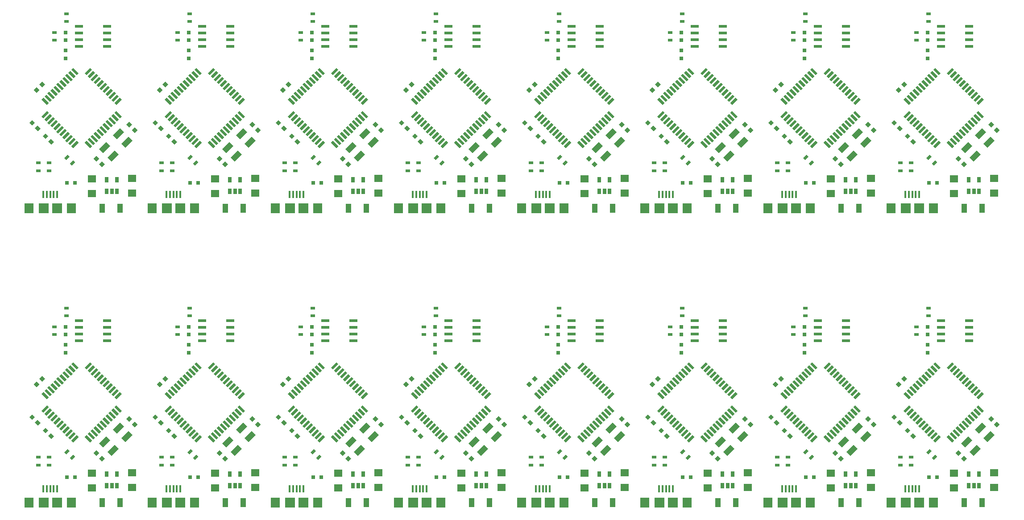
<source format=gtp>
G04 #@! TF.FileFunction,Paste,Top*
%FSLAX46Y46*%
G04 Gerber Fmt 4.6, Leading zero omitted, Abs format (unit mm)*
G04 Created by KiCad (PCBNEW 4.0.6) date 11/19/17 22:49:51*
%MOMM*%
%LPD*%
G01*
G04 APERTURE LIST*
%ADD10C,0.100000*%
%ADD11R,0.900000X0.500000*%
%ADD12R,1.550000X0.600000*%
%ADD13R,0.750000X0.800000*%
%ADD14R,0.650000X1.060000*%
%ADD15R,1.597660X1.399540*%
%ADD16R,0.998220X1.798320*%
%ADD17R,0.347980X1.399540*%
%ADD18R,1.798320X1.899920*%
%ADD19R,1.899920X1.899920*%
%ADD20R,0.800000X0.750000*%
G04 APERTURE END LIST*
D10*
D11*
X226712551Y-110593689D03*
X226712551Y-109093689D03*
X203344551Y-110593689D03*
X203344551Y-109093689D03*
X179976551Y-110593689D03*
X179976551Y-109093689D03*
X156608551Y-110593689D03*
X156608551Y-109093689D03*
X133240551Y-110593689D03*
X133240551Y-109093689D03*
X109872551Y-110593689D03*
X109872551Y-109093689D03*
X86504551Y-110593689D03*
X86504551Y-109093689D03*
X63136551Y-110593689D03*
X63136551Y-109093689D03*
X226712551Y-54713689D03*
X226712551Y-53213689D03*
X203344551Y-54713689D03*
X203344551Y-53213689D03*
X179976551Y-54713689D03*
X179976551Y-53213689D03*
X156608551Y-54713689D03*
X156608551Y-53213689D03*
X133240551Y-54713689D03*
X133240551Y-53213689D03*
X109872551Y-54713689D03*
X109872551Y-53213689D03*
X86504551Y-54713689D03*
X86504551Y-53213689D03*
X228998551Y-107037689D03*
X228998551Y-105537689D03*
X205630551Y-107037689D03*
X205630551Y-105537689D03*
X182262551Y-107037689D03*
X182262551Y-105537689D03*
X158894551Y-107037689D03*
X158894551Y-105537689D03*
X135526551Y-107037689D03*
X135526551Y-105537689D03*
X112158551Y-107037689D03*
X112158551Y-105537689D03*
X88790551Y-107037689D03*
X88790551Y-105537689D03*
X65422551Y-107037689D03*
X65422551Y-105537689D03*
X228998551Y-51157689D03*
X228998551Y-49657689D03*
X205630551Y-51157689D03*
X205630551Y-49657689D03*
X182262551Y-51157689D03*
X182262551Y-49657689D03*
X158894551Y-51157689D03*
X158894551Y-49657689D03*
X135526551Y-51157689D03*
X135526551Y-49657689D03*
X112158551Y-51157689D03*
X112158551Y-49657689D03*
X88790551Y-51157689D03*
X88790551Y-49657689D03*
D12*
X231378551Y-107938689D03*
X231378551Y-109208689D03*
X231378551Y-110478689D03*
X231378551Y-111748689D03*
X236778551Y-111748689D03*
X236778551Y-110478689D03*
X236778551Y-109208689D03*
X236778551Y-107938689D03*
X208010551Y-107938689D03*
X208010551Y-109208689D03*
X208010551Y-110478689D03*
X208010551Y-111748689D03*
X213410551Y-111748689D03*
X213410551Y-110478689D03*
X213410551Y-109208689D03*
X213410551Y-107938689D03*
X184642551Y-107938689D03*
X184642551Y-109208689D03*
X184642551Y-110478689D03*
X184642551Y-111748689D03*
X190042551Y-111748689D03*
X190042551Y-110478689D03*
X190042551Y-109208689D03*
X190042551Y-107938689D03*
X161274551Y-107938689D03*
X161274551Y-109208689D03*
X161274551Y-110478689D03*
X161274551Y-111748689D03*
X166674551Y-111748689D03*
X166674551Y-110478689D03*
X166674551Y-109208689D03*
X166674551Y-107938689D03*
X137906551Y-107938689D03*
X137906551Y-109208689D03*
X137906551Y-110478689D03*
X137906551Y-111748689D03*
X143306551Y-111748689D03*
X143306551Y-110478689D03*
X143306551Y-109208689D03*
X143306551Y-107938689D03*
X114538551Y-107938689D03*
X114538551Y-109208689D03*
X114538551Y-110478689D03*
X114538551Y-111748689D03*
X119938551Y-111748689D03*
X119938551Y-110478689D03*
X119938551Y-109208689D03*
X119938551Y-107938689D03*
X91170551Y-107938689D03*
X91170551Y-109208689D03*
X91170551Y-110478689D03*
X91170551Y-111748689D03*
X96570551Y-111748689D03*
X96570551Y-110478689D03*
X96570551Y-109208689D03*
X96570551Y-107938689D03*
X67802551Y-107938689D03*
X67802551Y-109208689D03*
X67802551Y-110478689D03*
X67802551Y-111748689D03*
X73202551Y-111748689D03*
X73202551Y-110478689D03*
X73202551Y-109208689D03*
X73202551Y-107938689D03*
X231378551Y-52058689D03*
X231378551Y-53328689D03*
X231378551Y-54598689D03*
X231378551Y-55868689D03*
X236778551Y-55868689D03*
X236778551Y-54598689D03*
X236778551Y-53328689D03*
X236778551Y-52058689D03*
X208010551Y-52058689D03*
X208010551Y-53328689D03*
X208010551Y-54598689D03*
X208010551Y-55868689D03*
X213410551Y-55868689D03*
X213410551Y-54598689D03*
X213410551Y-53328689D03*
X213410551Y-52058689D03*
X184642551Y-52058689D03*
X184642551Y-53328689D03*
X184642551Y-54598689D03*
X184642551Y-55868689D03*
X190042551Y-55868689D03*
X190042551Y-54598689D03*
X190042551Y-53328689D03*
X190042551Y-52058689D03*
X161274551Y-52058689D03*
X161274551Y-53328689D03*
X161274551Y-54598689D03*
X161274551Y-55868689D03*
X166674551Y-55868689D03*
X166674551Y-54598689D03*
X166674551Y-53328689D03*
X166674551Y-52058689D03*
X137906551Y-52058689D03*
X137906551Y-53328689D03*
X137906551Y-54598689D03*
X137906551Y-55868689D03*
X143306551Y-55868689D03*
X143306551Y-54598689D03*
X143306551Y-53328689D03*
X143306551Y-52058689D03*
X114538551Y-52058689D03*
X114538551Y-53328689D03*
X114538551Y-54598689D03*
X114538551Y-55868689D03*
X119938551Y-55868689D03*
X119938551Y-54598689D03*
X119938551Y-53328689D03*
X119938551Y-52058689D03*
X91170551Y-52058689D03*
X91170551Y-53328689D03*
X91170551Y-54598689D03*
X91170551Y-55868689D03*
X96570551Y-55868689D03*
X96570551Y-54598689D03*
X96570551Y-53328689D03*
X96570551Y-52058689D03*
D13*
X228871551Y-114010689D03*
X228871551Y-112510689D03*
X205503551Y-114010689D03*
X205503551Y-112510689D03*
X182135551Y-114010689D03*
X182135551Y-112510689D03*
X158767551Y-114010689D03*
X158767551Y-112510689D03*
X135399551Y-114010689D03*
X135399551Y-112510689D03*
X112031551Y-114010689D03*
X112031551Y-112510689D03*
X88663551Y-114010689D03*
X88663551Y-112510689D03*
X65295551Y-114010689D03*
X65295551Y-112510689D03*
X228871551Y-58130689D03*
X228871551Y-56630689D03*
X205503551Y-58130689D03*
X205503551Y-56630689D03*
X182135551Y-58130689D03*
X182135551Y-56630689D03*
X158767551Y-58130689D03*
X158767551Y-56630689D03*
X135399551Y-58130689D03*
X135399551Y-56630689D03*
X112031551Y-58130689D03*
X112031551Y-56630689D03*
X88663551Y-58130689D03*
X88663551Y-56630689D03*
X228871551Y-110593689D03*
X228871551Y-109093689D03*
X205503551Y-110593689D03*
X205503551Y-109093689D03*
X182135551Y-110593689D03*
X182135551Y-109093689D03*
X158767551Y-110593689D03*
X158767551Y-109093689D03*
X135399551Y-110593689D03*
X135399551Y-109093689D03*
X112031551Y-110593689D03*
X112031551Y-109093689D03*
X88663551Y-110593689D03*
X88663551Y-109093689D03*
X65295551Y-110593689D03*
X65295551Y-109093689D03*
X228871551Y-54713689D03*
X228871551Y-53213689D03*
X205503551Y-54713689D03*
X205503551Y-53213689D03*
X182135551Y-54713689D03*
X182135551Y-53213689D03*
X158767551Y-54713689D03*
X158767551Y-53213689D03*
X135399551Y-54713689D03*
X135399551Y-53213689D03*
X112031551Y-54713689D03*
X112031551Y-53213689D03*
X88663551Y-54713689D03*
X88663551Y-53213689D03*
D10*
G36*
X239175139Y-127237781D02*
X239952829Y-128015471D01*
X238609383Y-129358917D01*
X237831693Y-128581227D01*
X239175139Y-127237781D01*
X239175139Y-127237781D01*
G37*
G36*
X236560089Y-129852831D02*
X237337779Y-130630521D01*
X235994333Y-131973967D01*
X235216643Y-131196277D01*
X236560089Y-129852831D01*
X236560089Y-129852831D01*
G37*
G36*
X238183719Y-131476461D02*
X238961409Y-132254151D01*
X237617963Y-133597597D01*
X236840273Y-132819907D01*
X238183719Y-131476461D01*
X238183719Y-131476461D01*
G37*
G36*
X240798769Y-128861411D02*
X241576459Y-129639101D01*
X240233013Y-130982547D01*
X239455323Y-130204857D01*
X240798769Y-128861411D01*
X240798769Y-128861411D01*
G37*
G36*
X215807139Y-127237781D02*
X216584829Y-128015471D01*
X215241383Y-129358917D01*
X214463693Y-128581227D01*
X215807139Y-127237781D01*
X215807139Y-127237781D01*
G37*
G36*
X213192089Y-129852831D02*
X213969779Y-130630521D01*
X212626333Y-131973967D01*
X211848643Y-131196277D01*
X213192089Y-129852831D01*
X213192089Y-129852831D01*
G37*
G36*
X214815719Y-131476461D02*
X215593409Y-132254151D01*
X214249963Y-133597597D01*
X213472273Y-132819907D01*
X214815719Y-131476461D01*
X214815719Y-131476461D01*
G37*
G36*
X217430769Y-128861411D02*
X218208459Y-129639101D01*
X216865013Y-130982547D01*
X216087323Y-130204857D01*
X217430769Y-128861411D01*
X217430769Y-128861411D01*
G37*
G36*
X192439139Y-127237781D02*
X193216829Y-128015471D01*
X191873383Y-129358917D01*
X191095693Y-128581227D01*
X192439139Y-127237781D01*
X192439139Y-127237781D01*
G37*
G36*
X189824089Y-129852831D02*
X190601779Y-130630521D01*
X189258333Y-131973967D01*
X188480643Y-131196277D01*
X189824089Y-129852831D01*
X189824089Y-129852831D01*
G37*
G36*
X191447719Y-131476461D02*
X192225409Y-132254151D01*
X190881963Y-133597597D01*
X190104273Y-132819907D01*
X191447719Y-131476461D01*
X191447719Y-131476461D01*
G37*
G36*
X194062769Y-128861411D02*
X194840459Y-129639101D01*
X193497013Y-130982547D01*
X192719323Y-130204857D01*
X194062769Y-128861411D01*
X194062769Y-128861411D01*
G37*
G36*
X169071139Y-127237781D02*
X169848829Y-128015471D01*
X168505383Y-129358917D01*
X167727693Y-128581227D01*
X169071139Y-127237781D01*
X169071139Y-127237781D01*
G37*
G36*
X166456089Y-129852831D02*
X167233779Y-130630521D01*
X165890333Y-131973967D01*
X165112643Y-131196277D01*
X166456089Y-129852831D01*
X166456089Y-129852831D01*
G37*
G36*
X168079719Y-131476461D02*
X168857409Y-132254151D01*
X167513963Y-133597597D01*
X166736273Y-132819907D01*
X168079719Y-131476461D01*
X168079719Y-131476461D01*
G37*
G36*
X170694769Y-128861411D02*
X171472459Y-129639101D01*
X170129013Y-130982547D01*
X169351323Y-130204857D01*
X170694769Y-128861411D01*
X170694769Y-128861411D01*
G37*
G36*
X145703139Y-127237781D02*
X146480829Y-128015471D01*
X145137383Y-129358917D01*
X144359693Y-128581227D01*
X145703139Y-127237781D01*
X145703139Y-127237781D01*
G37*
G36*
X143088089Y-129852831D02*
X143865779Y-130630521D01*
X142522333Y-131973967D01*
X141744643Y-131196277D01*
X143088089Y-129852831D01*
X143088089Y-129852831D01*
G37*
G36*
X144711719Y-131476461D02*
X145489409Y-132254151D01*
X144145963Y-133597597D01*
X143368273Y-132819907D01*
X144711719Y-131476461D01*
X144711719Y-131476461D01*
G37*
G36*
X147326769Y-128861411D02*
X148104459Y-129639101D01*
X146761013Y-130982547D01*
X145983323Y-130204857D01*
X147326769Y-128861411D01*
X147326769Y-128861411D01*
G37*
G36*
X122335139Y-127237781D02*
X123112829Y-128015471D01*
X121769383Y-129358917D01*
X120991693Y-128581227D01*
X122335139Y-127237781D01*
X122335139Y-127237781D01*
G37*
G36*
X119720089Y-129852831D02*
X120497779Y-130630521D01*
X119154333Y-131973967D01*
X118376643Y-131196277D01*
X119720089Y-129852831D01*
X119720089Y-129852831D01*
G37*
G36*
X121343719Y-131476461D02*
X122121409Y-132254151D01*
X120777963Y-133597597D01*
X120000273Y-132819907D01*
X121343719Y-131476461D01*
X121343719Y-131476461D01*
G37*
G36*
X123958769Y-128861411D02*
X124736459Y-129639101D01*
X123393013Y-130982547D01*
X122615323Y-130204857D01*
X123958769Y-128861411D01*
X123958769Y-128861411D01*
G37*
G36*
X98967139Y-127237781D02*
X99744829Y-128015471D01*
X98401383Y-129358917D01*
X97623693Y-128581227D01*
X98967139Y-127237781D01*
X98967139Y-127237781D01*
G37*
G36*
X96352089Y-129852831D02*
X97129779Y-130630521D01*
X95786333Y-131973967D01*
X95008643Y-131196277D01*
X96352089Y-129852831D01*
X96352089Y-129852831D01*
G37*
G36*
X97975719Y-131476461D02*
X98753409Y-132254151D01*
X97409963Y-133597597D01*
X96632273Y-132819907D01*
X97975719Y-131476461D01*
X97975719Y-131476461D01*
G37*
G36*
X100590769Y-128861411D02*
X101368459Y-129639101D01*
X100025013Y-130982547D01*
X99247323Y-130204857D01*
X100590769Y-128861411D01*
X100590769Y-128861411D01*
G37*
G36*
X75599139Y-127237781D02*
X76376829Y-128015471D01*
X75033383Y-129358917D01*
X74255693Y-128581227D01*
X75599139Y-127237781D01*
X75599139Y-127237781D01*
G37*
G36*
X72984089Y-129852831D02*
X73761779Y-130630521D01*
X72418333Y-131973967D01*
X71640643Y-131196277D01*
X72984089Y-129852831D01*
X72984089Y-129852831D01*
G37*
G36*
X74607719Y-131476461D02*
X75385409Y-132254151D01*
X74041963Y-133597597D01*
X73264273Y-132819907D01*
X74607719Y-131476461D01*
X74607719Y-131476461D01*
G37*
G36*
X77222769Y-128861411D02*
X78000459Y-129639101D01*
X76657013Y-130982547D01*
X75879323Y-130204857D01*
X77222769Y-128861411D01*
X77222769Y-128861411D01*
G37*
G36*
X239175139Y-71357781D02*
X239952829Y-72135471D01*
X238609383Y-73478917D01*
X237831693Y-72701227D01*
X239175139Y-71357781D01*
X239175139Y-71357781D01*
G37*
G36*
X236560089Y-73972831D02*
X237337779Y-74750521D01*
X235994333Y-76093967D01*
X235216643Y-75316277D01*
X236560089Y-73972831D01*
X236560089Y-73972831D01*
G37*
G36*
X238183719Y-75596461D02*
X238961409Y-76374151D01*
X237617963Y-77717597D01*
X236840273Y-76939907D01*
X238183719Y-75596461D01*
X238183719Y-75596461D01*
G37*
G36*
X240798769Y-72981411D02*
X241576459Y-73759101D01*
X240233013Y-75102547D01*
X239455323Y-74324857D01*
X240798769Y-72981411D01*
X240798769Y-72981411D01*
G37*
G36*
X215807139Y-71357781D02*
X216584829Y-72135471D01*
X215241383Y-73478917D01*
X214463693Y-72701227D01*
X215807139Y-71357781D01*
X215807139Y-71357781D01*
G37*
G36*
X213192089Y-73972831D02*
X213969779Y-74750521D01*
X212626333Y-76093967D01*
X211848643Y-75316277D01*
X213192089Y-73972831D01*
X213192089Y-73972831D01*
G37*
G36*
X214815719Y-75596461D02*
X215593409Y-76374151D01*
X214249963Y-77717597D01*
X213472273Y-76939907D01*
X214815719Y-75596461D01*
X214815719Y-75596461D01*
G37*
G36*
X217430769Y-72981411D02*
X218208459Y-73759101D01*
X216865013Y-75102547D01*
X216087323Y-74324857D01*
X217430769Y-72981411D01*
X217430769Y-72981411D01*
G37*
G36*
X192439139Y-71357781D02*
X193216829Y-72135471D01*
X191873383Y-73478917D01*
X191095693Y-72701227D01*
X192439139Y-71357781D01*
X192439139Y-71357781D01*
G37*
G36*
X189824089Y-73972831D02*
X190601779Y-74750521D01*
X189258333Y-76093967D01*
X188480643Y-75316277D01*
X189824089Y-73972831D01*
X189824089Y-73972831D01*
G37*
G36*
X191447719Y-75596461D02*
X192225409Y-76374151D01*
X190881963Y-77717597D01*
X190104273Y-76939907D01*
X191447719Y-75596461D01*
X191447719Y-75596461D01*
G37*
G36*
X194062769Y-72981411D02*
X194840459Y-73759101D01*
X193497013Y-75102547D01*
X192719323Y-74324857D01*
X194062769Y-72981411D01*
X194062769Y-72981411D01*
G37*
G36*
X169071139Y-71357781D02*
X169848829Y-72135471D01*
X168505383Y-73478917D01*
X167727693Y-72701227D01*
X169071139Y-71357781D01*
X169071139Y-71357781D01*
G37*
G36*
X166456089Y-73972831D02*
X167233779Y-74750521D01*
X165890333Y-76093967D01*
X165112643Y-75316277D01*
X166456089Y-73972831D01*
X166456089Y-73972831D01*
G37*
G36*
X168079719Y-75596461D02*
X168857409Y-76374151D01*
X167513963Y-77717597D01*
X166736273Y-76939907D01*
X168079719Y-75596461D01*
X168079719Y-75596461D01*
G37*
G36*
X170694769Y-72981411D02*
X171472459Y-73759101D01*
X170129013Y-75102547D01*
X169351323Y-74324857D01*
X170694769Y-72981411D01*
X170694769Y-72981411D01*
G37*
G36*
X145703139Y-71357781D02*
X146480829Y-72135471D01*
X145137383Y-73478917D01*
X144359693Y-72701227D01*
X145703139Y-71357781D01*
X145703139Y-71357781D01*
G37*
G36*
X143088089Y-73972831D02*
X143865779Y-74750521D01*
X142522333Y-76093967D01*
X141744643Y-75316277D01*
X143088089Y-73972831D01*
X143088089Y-73972831D01*
G37*
G36*
X144711719Y-75596461D02*
X145489409Y-76374151D01*
X144145963Y-77717597D01*
X143368273Y-76939907D01*
X144711719Y-75596461D01*
X144711719Y-75596461D01*
G37*
G36*
X147326769Y-72981411D02*
X148104459Y-73759101D01*
X146761013Y-75102547D01*
X145983323Y-74324857D01*
X147326769Y-72981411D01*
X147326769Y-72981411D01*
G37*
G36*
X122335139Y-71357781D02*
X123112829Y-72135471D01*
X121769383Y-73478917D01*
X120991693Y-72701227D01*
X122335139Y-71357781D01*
X122335139Y-71357781D01*
G37*
G36*
X119720089Y-73972831D02*
X120497779Y-74750521D01*
X119154333Y-76093967D01*
X118376643Y-75316277D01*
X119720089Y-73972831D01*
X119720089Y-73972831D01*
G37*
G36*
X121343719Y-75596461D02*
X122121409Y-76374151D01*
X120777963Y-77717597D01*
X120000273Y-76939907D01*
X121343719Y-75596461D01*
X121343719Y-75596461D01*
G37*
G36*
X123958769Y-72981411D02*
X124736459Y-73759101D01*
X123393013Y-75102547D01*
X122615323Y-74324857D01*
X123958769Y-72981411D01*
X123958769Y-72981411D01*
G37*
G36*
X98967139Y-71357781D02*
X99744829Y-72135471D01*
X98401383Y-73478917D01*
X97623693Y-72701227D01*
X98967139Y-71357781D01*
X98967139Y-71357781D01*
G37*
G36*
X96352089Y-73972831D02*
X97129779Y-74750521D01*
X95786333Y-76093967D01*
X95008643Y-75316277D01*
X96352089Y-73972831D01*
X96352089Y-73972831D01*
G37*
G36*
X97975719Y-75596461D02*
X98753409Y-76374151D01*
X97409963Y-77717597D01*
X96632273Y-76939907D01*
X97975719Y-75596461D01*
X97975719Y-75596461D01*
G37*
G36*
X100590769Y-72981411D02*
X101368459Y-73759101D01*
X100025013Y-75102547D01*
X99247323Y-74324857D01*
X100590769Y-72981411D01*
X100590769Y-72981411D01*
G37*
G36*
X228608246Y-132949780D02*
X229244642Y-132313384D01*
X229598196Y-132666938D01*
X228961800Y-133303334D01*
X228608246Y-132949780D01*
X228608246Y-132949780D01*
G37*
G36*
X229668906Y-134010440D02*
X230305302Y-133374044D01*
X230658856Y-133727598D01*
X230022460Y-134363994D01*
X229668906Y-134010440D01*
X229668906Y-134010440D01*
G37*
G36*
X205240246Y-132949780D02*
X205876642Y-132313384D01*
X206230196Y-132666938D01*
X205593800Y-133303334D01*
X205240246Y-132949780D01*
X205240246Y-132949780D01*
G37*
G36*
X206300906Y-134010440D02*
X206937302Y-133374044D01*
X207290856Y-133727598D01*
X206654460Y-134363994D01*
X206300906Y-134010440D01*
X206300906Y-134010440D01*
G37*
G36*
X181872246Y-132949780D02*
X182508642Y-132313384D01*
X182862196Y-132666938D01*
X182225800Y-133303334D01*
X181872246Y-132949780D01*
X181872246Y-132949780D01*
G37*
G36*
X182932906Y-134010440D02*
X183569302Y-133374044D01*
X183922856Y-133727598D01*
X183286460Y-134363994D01*
X182932906Y-134010440D01*
X182932906Y-134010440D01*
G37*
G36*
X158504246Y-132949780D02*
X159140642Y-132313384D01*
X159494196Y-132666938D01*
X158857800Y-133303334D01*
X158504246Y-132949780D01*
X158504246Y-132949780D01*
G37*
G36*
X159564906Y-134010440D02*
X160201302Y-133374044D01*
X160554856Y-133727598D01*
X159918460Y-134363994D01*
X159564906Y-134010440D01*
X159564906Y-134010440D01*
G37*
G36*
X135136246Y-132949780D02*
X135772642Y-132313384D01*
X136126196Y-132666938D01*
X135489800Y-133303334D01*
X135136246Y-132949780D01*
X135136246Y-132949780D01*
G37*
G36*
X136196906Y-134010440D02*
X136833302Y-133374044D01*
X137186856Y-133727598D01*
X136550460Y-134363994D01*
X136196906Y-134010440D01*
X136196906Y-134010440D01*
G37*
G36*
X111768246Y-132949780D02*
X112404642Y-132313384D01*
X112758196Y-132666938D01*
X112121800Y-133303334D01*
X111768246Y-132949780D01*
X111768246Y-132949780D01*
G37*
G36*
X112828906Y-134010440D02*
X113465302Y-133374044D01*
X113818856Y-133727598D01*
X113182460Y-134363994D01*
X112828906Y-134010440D01*
X112828906Y-134010440D01*
G37*
G36*
X88400246Y-132949780D02*
X89036642Y-132313384D01*
X89390196Y-132666938D01*
X88753800Y-133303334D01*
X88400246Y-132949780D01*
X88400246Y-132949780D01*
G37*
G36*
X89460906Y-134010440D02*
X90097302Y-133374044D01*
X90450856Y-133727598D01*
X89814460Y-134363994D01*
X89460906Y-134010440D01*
X89460906Y-134010440D01*
G37*
G36*
X65032246Y-132949780D02*
X65668642Y-132313384D01*
X66022196Y-132666938D01*
X65385800Y-133303334D01*
X65032246Y-132949780D01*
X65032246Y-132949780D01*
G37*
G36*
X66092906Y-134010440D02*
X66729302Y-133374044D01*
X67082856Y-133727598D01*
X66446460Y-134363994D01*
X66092906Y-134010440D01*
X66092906Y-134010440D01*
G37*
G36*
X228608246Y-77069780D02*
X229244642Y-76433384D01*
X229598196Y-76786938D01*
X228961800Y-77423334D01*
X228608246Y-77069780D01*
X228608246Y-77069780D01*
G37*
G36*
X229668906Y-78130440D02*
X230305302Y-77494044D01*
X230658856Y-77847598D01*
X230022460Y-78483994D01*
X229668906Y-78130440D01*
X229668906Y-78130440D01*
G37*
G36*
X205240246Y-77069780D02*
X205876642Y-76433384D01*
X206230196Y-76786938D01*
X205593800Y-77423334D01*
X205240246Y-77069780D01*
X205240246Y-77069780D01*
G37*
G36*
X206300906Y-78130440D02*
X206937302Y-77494044D01*
X207290856Y-77847598D01*
X206654460Y-78483994D01*
X206300906Y-78130440D01*
X206300906Y-78130440D01*
G37*
G36*
X181872246Y-77069780D02*
X182508642Y-76433384D01*
X182862196Y-76786938D01*
X182225800Y-77423334D01*
X181872246Y-77069780D01*
X181872246Y-77069780D01*
G37*
G36*
X182932906Y-78130440D02*
X183569302Y-77494044D01*
X183922856Y-77847598D01*
X183286460Y-78483994D01*
X182932906Y-78130440D01*
X182932906Y-78130440D01*
G37*
G36*
X158504246Y-77069780D02*
X159140642Y-76433384D01*
X159494196Y-76786938D01*
X158857800Y-77423334D01*
X158504246Y-77069780D01*
X158504246Y-77069780D01*
G37*
G36*
X159564906Y-78130440D02*
X160201302Y-77494044D01*
X160554856Y-77847598D01*
X159918460Y-78483994D01*
X159564906Y-78130440D01*
X159564906Y-78130440D01*
G37*
G36*
X135136246Y-77069780D02*
X135772642Y-76433384D01*
X136126196Y-76786938D01*
X135489800Y-77423334D01*
X135136246Y-77069780D01*
X135136246Y-77069780D01*
G37*
G36*
X136196906Y-78130440D02*
X136833302Y-77494044D01*
X137186856Y-77847598D01*
X136550460Y-78483994D01*
X136196906Y-78130440D01*
X136196906Y-78130440D01*
G37*
G36*
X111768246Y-77069780D02*
X112404642Y-76433384D01*
X112758196Y-76786938D01*
X112121800Y-77423334D01*
X111768246Y-77069780D01*
X111768246Y-77069780D01*
G37*
G36*
X112828906Y-78130440D02*
X113465302Y-77494044D01*
X113818856Y-77847598D01*
X113182460Y-78483994D01*
X112828906Y-78130440D01*
X112828906Y-78130440D01*
G37*
G36*
X88400246Y-77069780D02*
X89036642Y-76433384D01*
X89390196Y-76786938D01*
X88753800Y-77423334D01*
X88400246Y-77069780D01*
X88400246Y-77069780D01*
G37*
G36*
X89460906Y-78130440D02*
X90097302Y-77494044D01*
X90450856Y-77847598D01*
X89814460Y-78483994D01*
X89460906Y-78130440D01*
X89460906Y-78130440D01*
G37*
G36*
X235239229Y-133080037D02*
X234708899Y-133610367D01*
X234143213Y-133044681D01*
X234673543Y-132514351D01*
X235239229Y-133080037D01*
X235239229Y-133080037D01*
G37*
G36*
X236299889Y-134140697D02*
X235769559Y-134671027D01*
X235203873Y-134105341D01*
X235734203Y-133575011D01*
X236299889Y-134140697D01*
X236299889Y-134140697D01*
G37*
G36*
X211871229Y-133080037D02*
X211340899Y-133610367D01*
X210775213Y-133044681D01*
X211305543Y-132514351D01*
X211871229Y-133080037D01*
X211871229Y-133080037D01*
G37*
G36*
X212931889Y-134140697D02*
X212401559Y-134671027D01*
X211835873Y-134105341D01*
X212366203Y-133575011D01*
X212931889Y-134140697D01*
X212931889Y-134140697D01*
G37*
G36*
X188503229Y-133080037D02*
X187972899Y-133610367D01*
X187407213Y-133044681D01*
X187937543Y-132514351D01*
X188503229Y-133080037D01*
X188503229Y-133080037D01*
G37*
G36*
X189563889Y-134140697D02*
X189033559Y-134671027D01*
X188467873Y-134105341D01*
X188998203Y-133575011D01*
X189563889Y-134140697D01*
X189563889Y-134140697D01*
G37*
G36*
X165135229Y-133080037D02*
X164604899Y-133610367D01*
X164039213Y-133044681D01*
X164569543Y-132514351D01*
X165135229Y-133080037D01*
X165135229Y-133080037D01*
G37*
G36*
X166195889Y-134140697D02*
X165665559Y-134671027D01*
X165099873Y-134105341D01*
X165630203Y-133575011D01*
X166195889Y-134140697D01*
X166195889Y-134140697D01*
G37*
G36*
X141767229Y-133080037D02*
X141236899Y-133610367D01*
X140671213Y-133044681D01*
X141201543Y-132514351D01*
X141767229Y-133080037D01*
X141767229Y-133080037D01*
G37*
G36*
X142827889Y-134140697D02*
X142297559Y-134671027D01*
X141731873Y-134105341D01*
X142262203Y-133575011D01*
X142827889Y-134140697D01*
X142827889Y-134140697D01*
G37*
G36*
X118399229Y-133080037D02*
X117868899Y-133610367D01*
X117303213Y-133044681D01*
X117833543Y-132514351D01*
X118399229Y-133080037D01*
X118399229Y-133080037D01*
G37*
G36*
X119459889Y-134140697D02*
X118929559Y-134671027D01*
X118363873Y-134105341D01*
X118894203Y-133575011D01*
X119459889Y-134140697D01*
X119459889Y-134140697D01*
G37*
G36*
X95031229Y-133080037D02*
X94500899Y-133610367D01*
X93935213Y-133044681D01*
X94465543Y-132514351D01*
X95031229Y-133080037D01*
X95031229Y-133080037D01*
G37*
G36*
X96091889Y-134140697D02*
X95561559Y-134671027D01*
X94995873Y-134105341D01*
X95526203Y-133575011D01*
X96091889Y-134140697D01*
X96091889Y-134140697D01*
G37*
G36*
X71663229Y-133080037D02*
X71132899Y-133610367D01*
X70567213Y-133044681D01*
X71097543Y-132514351D01*
X71663229Y-133080037D01*
X71663229Y-133080037D01*
G37*
G36*
X72723889Y-134140697D02*
X72193559Y-134671027D01*
X71627873Y-134105341D01*
X72158203Y-133575011D01*
X72723889Y-134140697D01*
X72723889Y-134140697D01*
G37*
G36*
X235239229Y-77200037D02*
X234708899Y-77730367D01*
X234143213Y-77164681D01*
X234673543Y-76634351D01*
X235239229Y-77200037D01*
X235239229Y-77200037D01*
G37*
G36*
X236299889Y-78260697D02*
X235769559Y-78791027D01*
X235203873Y-78225341D01*
X235734203Y-77695011D01*
X236299889Y-78260697D01*
X236299889Y-78260697D01*
G37*
G36*
X211871229Y-77200037D02*
X211340899Y-77730367D01*
X210775213Y-77164681D01*
X211305543Y-76634351D01*
X211871229Y-77200037D01*
X211871229Y-77200037D01*
G37*
G36*
X212931889Y-78260697D02*
X212401559Y-78791027D01*
X211835873Y-78225341D01*
X212366203Y-77695011D01*
X212931889Y-78260697D01*
X212931889Y-78260697D01*
G37*
G36*
X188503229Y-77200037D02*
X187972899Y-77730367D01*
X187407213Y-77164681D01*
X187937543Y-76634351D01*
X188503229Y-77200037D01*
X188503229Y-77200037D01*
G37*
G36*
X189563889Y-78260697D02*
X189033559Y-78791027D01*
X188467873Y-78225341D01*
X188998203Y-77695011D01*
X189563889Y-78260697D01*
X189563889Y-78260697D01*
G37*
G36*
X165135229Y-77200037D02*
X164604899Y-77730367D01*
X164039213Y-77164681D01*
X164569543Y-76634351D01*
X165135229Y-77200037D01*
X165135229Y-77200037D01*
G37*
G36*
X166195889Y-78260697D02*
X165665559Y-78791027D01*
X165099873Y-78225341D01*
X165630203Y-77695011D01*
X166195889Y-78260697D01*
X166195889Y-78260697D01*
G37*
G36*
X141767229Y-77200037D02*
X141236899Y-77730367D01*
X140671213Y-77164681D01*
X141201543Y-76634351D01*
X141767229Y-77200037D01*
X141767229Y-77200037D01*
G37*
G36*
X142827889Y-78260697D02*
X142297559Y-78791027D01*
X141731873Y-78225341D01*
X142262203Y-77695011D01*
X142827889Y-78260697D01*
X142827889Y-78260697D01*
G37*
G36*
X118399229Y-77200037D02*
X117868899Y-77730367D01*
X117303213Y-77164681D01*
X117833543Y-76634351D01*
X118399229Y-77200037D01*
X118399229Y-77200037D01*
G37*
G36*
X119459889Y-78260697D02*
X118929559Y-78791027D01*
X118363873Y-78225341D01*
X118894203Y-77695011D01*
X119459889Y-78260697D01*
X119459889Y-78260697D01*
G37*
G36*
X95031229Y-77200037D02*
X94500899Y-77730367D01*
X93935213Y-77164681D01*
X94465543Y-76634351D01*
X95031229Y-77200037D01*
X95031229Y-77200037D01*
G37*
G36*
X96091889Y-78260697D02*
X95561559Y-78791027D01*
X94995873Y-78225341D01*
X95526203Y-77695011D01*
X96091889Y-78260697D01*
X96091889Y-78260697D01*
G37*
G36*
X241426873Y-127628341D02*
X241957203Y-127098011D01*
X242522889Y-127663697D01*
X241992559Y-128194027D01*
X241426873Y-127628341D01*
X241426873Y-127628341D01*
G37*
G36*
X240366213Y-126567681D02*
X240896543Y-126037351D01*
X241462229Y-126603037D01*
X240931899Y-127133367D01*
X240366213Y-126567681D01*
X240366213Y-126567681D01*
G37*
G36*
X218058873Y-127628341D02*
X218589203Y-127098011D01*
X219154889Y-127663697D01*
X218624559Y-128194027D01*
X218058873Y-127628341D01*
X218058873Y-127628341D01*
G37*
G36*
X216998213Y-126567681D02*
X217528543Y-126037351D01*
X218094229Y-126603037D01*
X217563899Y-127133367D01*
X216998213Y-126567681D01*
X216998213Y-126567681D01*
G37*
G36*
X194690873Y-127628341D02*
X195221203Y-127098011D01*
X195786889Y-127663697D01*
X195256559Y-128194027D01*
X194690873Y-127628341D01*
X194690873Y-127628341D01*
G37*
G36*
X193630213Y-126567681D02*
X194160543Y-126037351D01*
X194726229Y-126603037D01*
X194195899Y-127133367D01*
X193630213Y-126567681D01*
X193630213Y-126567681D01*
G37*
G36*
X171322873Y-127628341D02*
X171853203Y-127098011D01*
X172418889Y-127663697D01*
X171888559Y-128194027D01*
X171322873Y-127628341D01*
X171322873Y-127628341D01*
G37*
G36*
X170262213Y-126567681D02*
X170792543Y-126037351D01*
X171358229Y-126603037D01*
X170827899Y-127133367D01*
X170262213Y-126567681D01*
X170262213Y-126567681D01*
G37*
G36*
X147954873Y-127628341D02*
X148485203Y-127098011D01*
X149050889Y-127663697D01*
X148520559Y-128194027D01*
X147954873Y-127628341D01*
X147954873Y-127628341D01*
G37*
G36*
X146894213Y-126567681D02*
X147424543Y-126037351D01*
X147990229Y-126603037D01*
X147459899Y-127133367D01*
X146894213Y-126567681D01*
X146894213Y-126567681D01*
G37*
G36*
X124586873Y-127628341D02*
X125117203Y-127098011D01*
X125682889Y-127663697D01*
X125152559Y-128194027D01*
X124586873Y-127628341D01*
X124586873Y-127628341D01*
G37*
G36*
X123526213Y-126567681D02*
X124056543Y-126037351D01*
X124622229Y-126603037D01*
X124091899Y-127133367D01*
X123526213Y-126567681D01*
X123526213Y-126567681D01*
G37*
G36*
X101218873Y-127628341D02*
X101749203Y-127098011D01*
X102314889Y-127663697D01*
X101784559Y-128194027D01*
X101218873Y-127628341D01*
X101218873Y-127628341D01*
G37*
G36*
X100158213Y-126567681D02*
X100688543Y-126037351D01*
X101254229Y-126603037D01*
X100723899Y-127133367D01*
X100158213Y-126567681D01*
X100158213Y-126567681D01*
G37*
G36*
X77850873Y-127628341D02*
X78381203Y-127098011D01*
X78946889Y-127663697D01*
X78416559Y-128194027D01*
X77850873Y-127628341D01*
X77850873Y-127628341D01*
G37*
G36*
X76790213Y-126567681D02*
X77320543Y-126037351D01*
X77886229Y-126603037D01*
X77355899Y-127133367D01*
X76790213Y-126567681D01*
X76790213Y-126567681D01*
G37*
G36*
X241426873Y-71748341D02*
X241957203Y-71218011D01*
X242522889Y-71783697D01*
X241992559Y-72314027D01*
X241426873Y-71748341D01*
X241426873Y-71748341D01*
G37*
G36*
X240366213Y-70687681D02*
X240896543Y-70157351D01*
X241462229Y-70723037D01*
X240931899Y-71253367D01*
X240366213Y-70687681D01*
X240366213Y-70687681D01*
G37*
G36*
X218058873Y-71748341D02*
X218589203Y-71218011D01*
X219154889Y-71783697D01*
X218624559Y-72314027D01*
X218058873Y-71748341D01*
X218058873Y-71748341D01*
G37*
G36*
X216998213Y-70687681D02*
X217528543Y-70157351D01*
X218094229Y-70723037D01*
X217563899Y-71253367D01*
X216998213Y-70687681D01*
X216998213Y-70687681D01*
G37*
G36*
X194690873Y-71748341D02*
X195221203Y-71218011D01*
X195786889Y-71783697D01*
X195256559Y-72314027D01*
X194690873Y-71748341D01*
X194690873Y-71748341D01*
G37*
G36*
X193630213Y-70687681D02*
X194160543Y-70157351D01*
X194726229Y-70723037D01*
X194195899Y-71253367D01*
X193630213Y-70687681D01*
X193630213Y-70687681D01*
G37*
G36*
X171322873Y-71748341D02*
X171853203Y-71218011D01*
X172418889Y-71783697D01*
X171888559Y-72314027D01*
X171322873Y-71748341D01*
X171322873Y-71748341D01*
G37*
G36*
X170262213Y-70687681D02*
X170792543Y-70157351D01*
X171358229Y-70723037D01*
X170827899Y-71253367D01*
X170262213Y-70687681D01*
X170262213Y-70687681D01*
G37*
G36*
X147954873Y-71748341D02*
X148485203Y-71218011D01*
X149050889Y-71783697D01*
X148520559Y-72314027D01*
X147954873Y-71748341D01*
X147954873Y-71748341D01*
G37*
G36*
X146894213Y-70687681D02*
X147424543Y-70157351D01*
X147990229Y-70723037D01*
X147459899Y-71253367D01*
X146894213Y-70687681D01*
X146894213Y-70687681D01*
G37*
G36*
X124586873Y-71748341D02*
X125117203Y-71218011D01*
X125682889Y-71783697D01*
X125152559Y-72314027D01*
X124586873Y-71748341D01*
X124586873Y-71748341D01*
G37*
G36*
X123526213Y-70687681D02*
X124056543Y-70157351D01*
X124622229Y-70723037D01*
X124091899Y-71253367D01*
X123526213Y-70687681D01*
X123526213Y-70687681D01*
G37*
G36*
X101218873Y-71748341D02*
X101749203Y-71218011D01*
X102314889Y-71783697D01*
X101784559Y-72314027D01*
X101218873Y-71748341D01*
X101218873Y-71748341D01*
G37*
G36*
X100158213Y-70687681D02*
X100688543Y-70157351D01*
X101254229Y-70723037D01*
X100723899Y-71253367D01*
X100158213Y-70687681D01*
X100158213Y-70687681D01*
G37*
G36*
X223405899Y-119478011D02*
X223936229Y-120008341D01*
X223370543Y-120574027D01*
X222840213Y-120043697D01*
X223405899Y-119478011D01*
X223405899Y-119478011D01*
G37*
G36*
X224466559Y-118417351D02*
X224996889Y-118947681D01*
X224431203Y-119513367D01*
X223900873Y-118983037D01*
X224466559Y-118417351D01*
X224466559Y-118417351D01*
G37*
G36*
X200037899Y-119478011D02*
X200568229Y-120008341D01*
X200002543Y-120574027D01*
X199472213Y-120043697D01*
X200037899Y-119478011D01*
X200037899Y-119478011D01*
G37*
G36*
X201098559Y-118417351D02*
X201628889Y-118947681D01*
X201063203Y-119513367D01*
X200532873Y-118983037D01*
X201098559Y-118417351D01*
X201098559Y-118417351D01*
G37*
G36*
X176669899Y-119478011D02*
X177200229Y-120008341D01*
X176634543Y-120574027D01*
X176104213Y-120043697D01*
X176669899Y-119478011D01*
X176669899Y-119478011D01*
G37*
G36*
X177730559Y-118417351D02*
X178260889Y-118947681D01*
X177695203Y-119513367D01*
X177164873Y-118983037D01*
X177730559Y-118417351D01*
X177730559Y-118417351D01*
G37*
G36*
X153301899Y-119478011D02*
X153832229Y-120008341D01*
X153266543Y-120574027D01*
X152736213Y-120043697D01*
X153301899Y-119478011D01*
X153301899Y-119478011D01*
G37*
G36*
X154362559Y-118417351D02*
X154892889Y-118947681D01*
X154327203Y-119513367D01*
X153796873Y-118983037D01*
X154362559Y-118417351D01*
X154362559Y-118417351D01*
G37*
G36*
X129933899Y-119478011D02*
X130464229Y-120008341D01*
X129898543Y-120574027D01*
X129368213Y-120043697D01*
X129933899Y-119478011D01*
X129933899Y-119478011D01*
G37*
G36*
X130994559Y-118417351D02*
X131524889Y-118947681D01*
X130959203Y-119513367D01*
X130428873Y-118983037D01*
X130994559Y-118417351D01*
X130994559Y-118417351D01*
G37*
G36*
X106565899Y-119478011D02*
X107096229Y-120008341D01*
X106530543Y-120574027D01*
X106000213Y-120043697D01*
X106565899Y-119478011D01*
X106565899Y-119478011D01*
G37*
G36*
X107626559Y-118417351D02*
X108156889Y-118947681D01*
X107591203Y-119513367D01*
X107060873Y-118983037D01*
X107626559Y-118417351D01*
X107626559Y-118417351D01*
G37*
G36*
X83197899Y-119478011D02*
X83728229Y-120008341D01*
X83162543Y-120574027D01*
X82632213Y-120043697D01*
X83197899Y-119478011D01*
X83197899Y-119478011D01*
G37*
G36*
X84258559Y-118417351D02*
X84788889Y-118947681D01*
X84223203Y-119513367D01*
X83692873Y-118983037D01*
X84258559Y-118417351D01*
X84258559Y-118417351D01*
G37*
G36*
X59829899Y-119478011D02*
X60360229Y-120008341D01*
X59794543Y-120574027D01*
X59264213Y-120043697D01*
X59829899Y-119478011D01*
X59829899Y-119478011D01*
G37*
G36*
X60890559Y-118417351D02*
X61420889Y-118947681D01*
X60855203Y-119513367D01*
X60324873Y-118983037D01*
X60890559Y-118417351D01*
X60890559Y-118417351D01*
G37*
G36*
X223405899Y-63598011D02*
X223936229Y-64128341D01*
X223370543Y-64694027D01*
X222840213Y-64163697D01*
X223405899Y-63598011D01*
X223405899Y-63598011D01*
G37*
G36*
X224466559Y-62537351D02*
X224996889Y-63067681D01*
X224431203Y-63633367D01*
X223900873Y-63103037D01*
X224466559Y-62537351D01*
X224466559Y-62537351D01*
G37*
G36*
X200037899Y-63598011D02*
X200568229Y-64128341D01*
X200002543Y-64694027D01*
X199472213Y-64163697D01*
X200037899Y-63598011D01*
X200037899Y-63598011D01*
G37*
G36*
X201098559Y-62537351D02*
X201628889Y-63067681D01*
X201063203Y-63633367D01*
X200532873Y-63103037D01*
X201098559Y-62537351D01*
X201098559Y-62537351D01*
G37*
G36*
X176669899Y-63598011D02*
X177200229Y-64128341D01*
X176634543Y-64694027D01*
X176104213Y-64163697D01*
X176669899Y-63598011D01*
X176669899Y-63598011D01*
G37*
G36*
X177730559Y-62537351D02*
X178260889Y-63067681D01*
X177695203Y-63633367D01*
X177164873Y-63103037D01*
X177730559Y-62537351D01*
X177730559Y-62537351D01*
G37*
G36*
X153301899Y-63598011D02*
X153832229Y-64128341D01*
X153266543Y-64694027D01*
X152736213Y-64163697D01*
X153301899Y-63598011D01*
X153301899Y-63598011D01*
G37*
G36*
X154362559Y-62537351D02*
X154892889Y-63067681D01*
X154327203Y-63633367D01*
X153796873Y-63103037D01*
X154362559Y-62537351D01*
X154362559Y-62537351D01*
G37*
G36*
X129933899Y-63598011D02*
X130464229Y-64128341D01*
X129898543Y-64694027D01*
X129368213Y-64163697D01*
X129933899Y-63598011D01*
X129933899Y-63598011D01*
G37*
G36*
X130994559Y-62537351D02*
X131524889Y-63067681D01*
X130959203Y-63633367D01*
X130428873Y-63103037D01*
X130994559Y-62537351D01*
X130994559Y-62537351D01*
G37*
G36*
X106565899Y-63598011D02*
X107096229Y-64128341D01*
X106530543Y-64694027D01*
X106000213Y-64163697D01*
X106565899Y-63598011D01*
X106565899Y-63598011D01*
G37*
G36*
X107626559Y-62537351D02*
X108156889Y-63067681D01*
X107591203Y-63633367D01*
X107060873Y-63103037D01*
X107626559Y-62537351D01*
X107626559Y-62537351D01*
G37*
G36*
X83197899Y-63598011D02*
X83728229Y-64128341D01*
X83162543Y-64694027D01*
X82632213Y-64163697D01*
X83197899Y-63598011D01*
X83197899Y-63598011D01*
G37*
G36*
X84258559Y-62537351D02*
X84788889Y-63067681D01*
X84223203Y-63633367D01*
X83692873Y-63103037D01*
X84258559Y-62537351D01*
X84258559Y-62537351D01*
G37*
G36*
X223034203Y-127269671D02*
X223564533Y-126739341D01*
X224130219Y-127305027D01*
X223599889Y-127835357D01*
X223034203Y-127269671D01*
X223034203Y-127269671D01*
G37*
G36*
X221973543Y-126209011D02*
X222503873Y-125678681D01*
X223069559Y-126244367D01*
X222539229Y-126774697D01*
X221973543Y-126209011D01*
X221973543Y-126209011D01*
G37*
G36*
X199666203Y-127269671D02*
X200196533Y-126739341D01*
X200762219Y-127305027D01*
X200231889Y-127835357D01*
X199666203Y-127269671D01*
X199666203Y-127269671D01*
G37*
G36*
X198605543Y-126209011D02*
X199135873Y-125678681D01*
X199701559Y-126244367D01*
X199171229Y-126774697D01*
X198605543Y-126209011D01*
X198605543Y-126209011D01*
G37*
G36*
X176298203Y-127269671D02*
X176828533Y-126739341D01*
X177394219Y-127305027D01*
X176863889Y-127835357D01*
X176298203Y-127269671D01*
X176298203Y-127269671D01*
G37*
G36*
X175237543Y-126209011D02*
X175767873Y-125678681D01*
X176333559Y-126244367D01*
X175803229Y-126774697D01*
X175237543Y-126209011D01*
X175237543Y-126209011D01*
G37*
G36*
X152930203Y-127269671D02*
X153460533Y-126739341D01*
X154026219Y-127305027D01*
X153495889Y-127835357D01*
X152930203Y-127269671D01*
X152930203Y-127269671D01*
G37*
G36*
X151869543Y-126209011D02*
X152399873Y-125678681D01*
X152965559Y-126244367D01*
X152435229Y-126774697D01*
X151869543Y-126209011D01*
X151869543Y-126209011D01*
G37*
G36*
X129562203Y-127269671D02*
X130092533Y-126739341D01*
X130658219Y-127305027D01*
X130127889Y-127835357D01*
X129562203Y-127269671D01*
X129562203Y-127269671D01*
G37*
G36*
X128501543Y-126209011D02*
X129031873Y-125678681D01*
X129597559Y-126244367D01*
X129067229Y-126774697D01*
X128501543Y-126209011D01*
X128501543Y-126209011D01*
G37*
G36*
X106194203Y-127269671D02*
X106724533Y-126739341D01*
X107290219Y-127305027D01*
X106759889Y-127835357D01*
X106194203Y-127269671D01*
X106194203Y-127269671D01*
G37*
G36*
X105133543Y-126209011D02*
X105663873Y-125678681D01*
X106229559Y-126244367D01*
X105699229Y-126774697D01*
X105133543Y-126209011D01*
X105133543Y-126209011D01*
G37*
G36*
X82826203Y-127269671D02*
X83356533Y-126739341D01*
X83922219Y-127305027D01*
X83391889Y-127835357D01*
X82826203Y-127269671D01*
X82826203Y-127269671D01*
G37*
G36*
X81765543Y-126209011D02*
X82295873Y-125678681D01*
X82861559Y-126244367D01*
X82331229Y-126774697D01*
X81765543Y-126209011D01*
X81765543Y-126209011D01*
G37*
G36*
X59458203Y-127269671D02*
X59988533Y-126739341D01*
X60554219Y-127305027D01*
X60023889Y-127835357D01*
X59458203Y-127269671D01*
X59458203Y-127269671D01*
G37*
G36*
X58397543Y-126209011D02*
X58927873Y-125678681D01*
X59493559Y-126244367D01*
X58963229Y-126774697D01*
X58397543Y-126209011D01*
X58397543Y-126209011D01*
G37*
G36*
X223034203Y-71389671D02*
X223564533Y-70859341D01*
X224130219Y-71425027D01*
X223599889Y-71955357D01*
X223034203Y-71389671D01*
X223034203Y-71389671D01*
G37*
G36*
X221973543Y-70329011D02*
X222503873Y-69798681D01*
X223069559Y-70364367D01*
X222539229Y-70894697D01*
X221973543Y-70329011D01*
X221973543Y-70329011D01*
G37*
G36*
X199666203Y-71389671D02*
X200196533Y-70859341D01*
X200762219Y-71425027D01*
X200231889Y-71955357D01*
X199666203Y-71389671D01*
X199666203Y-71389671D01*
G37*
G36*
X198605543Y-70329011D02*
X199135873Y-69798681D01*
X199701559Y-70364367D01*
X199171229Y-70894697D01*
X198605543Y-70329011D01*
X198605543Y-70329011D01*
G37*
G36*
X176298203Y-71389671D02*
X176828533Y-70859341D01*
X177394219Y-71425027D01*
X176863889Y-71955357D01*
X176298203Y-71389671D01*
X176298203Y-71389671D01*
G37*
G36*
X175237543Y-70329011D02*
X175767873Y-69798681D01*
X176333559Y-70364367D01*
X175803229Y-70894697D01*
X175237543Y-70329011D01*
X175237543Y-70329011D01*
G37*
G36*
X152930203Y-71389671D02*
X153460533Y-70859341D01*
X154026219Y-71425027D01*
X153495889Y-71955357D01*
X152930203Y-71389671D01*
X152930203Y-71389671D01*
G37*
G36*
X151869543Y-70329011D02*
X152399873Y-69798681D01*
X152965559Y-70364367D01*
X152435229Y-70894697D01*
X151869543Y-70329011D01*
X151869543Y-70329011D01*
G37*
G36*
X129562203Y-71389671D02*
X130092533Y-70859341D01*
X130658219Y-71425027D01*
X130127889Y-71955357D01*
X129562203Y-71389671D01*
X129562203Y-71389671D01*
G37*
G36*
X128501543Y-70329011D02*
X129031873Y-69798681D01*
X129597559Y-70364367D01*
X129067229Y-70894697D01*
X128501543Y-70329011D01*
X128501543Y-70329011D01*
G37*
G36*
X106194203Y-71389671D02*
X106724533Y-70859341D01*
X107290219Y-71425027D01*
X106759889Y-71955357D01*
X106194203Y-71389671D01*
X106194203Y-71389671D01*
G37*
G36*
X105133543Y-70329011D02*
X105663873Y-69798681D01*
X106229559Y-70364367D01*
X105699229Y-70894697D01*
X105133543Y-70329011D01*
X105133543Y-70329011D01*
G37*
G36*
X82826203Y-71389671D02*
X83356533Y-70859341D01*
X83922219Y-71425027D01*
X83391889Y-71955357D01*
X82826203Y-71389671D01*
X82826203Y-71389671D01*
G37*
G36*
X81765543Y-70329011D02*
X82295873Y-69798681D01*
X82861559Y-70364367D01*
X82331229Y-70894697D01*
X81765543Y-70329011D01*
X81765543Y-70329011D01*
G37*
G36*
X224638359Y-125411937D02*
X224286333Y-125059911D01*
X225346003Y-124000241D01*
X225698029Y-124352267D01*
X224638359Y-125411937D01*
X224638359Y-125411937D01*
G37*
G36*
X225204116Y-125977693D02*
X224852090Y-125625667D01*
X225911760Y-124565997D01*
X226263786Y-124918023D01*
X225204116Y-125977693D01*
X225204116Y-125977693D01*
G37*
G36*
X225769872Y-126543450D02*
X225417846Y-126191424D01*
X226477516Y-125131754D01*
X226829542Y-125483780D01*
X225769872Y-126543450D01*
X225769872Y-126543450D01*
G37*
G36*
X226335628Y-127109206D02*
X225983602Y-126757180D01*
X227043272Y-125697510D01*
X227395298Y-126049536D01*
X226335628Y-127109206D01*
X226335628Y-127109206D01*
G37*
G36*
X226901384Y-127674962D02*
X226549358Y-127322936D01*
X227609028Y-126263266D01*
X227961054Y-126615292D01*
X226901384Y-127674962D01*
X226901384Y-127674962D01*
G37*
G36*
X227465344Y-128238922D02*
X227113318Y-127886896D01*
X228172988Y-126827226D01*
X228525014Y-127179252D01*
X227465344Y-128238922D01*
X227465344Y-128238922D01*
G37*
G36*
X228029304Y-128802882D02*
X227677278Y-128450856D01*
X228736948Y-127391186D01*
X229088974Y-127743212D01*
X228029304Y-128802882D01*
X228029304Y-128802882D01*
G37*
G36*
X228595060Y-129368638D02*
X228243034Y-129016612D01*
X229302704Y-127956942D01*
X229654730Y-128308968D01*
X228595060Y-129368638D01*
X228595060Y-129368638D01*
G37*
G36*
X229160816Y-129934394D02*
X228808790Y-129582368D01*
X229868460Y-128522698D01*
X230220486Y-128874724D01*
X229160816Y-129934394D01*
X229160816Y-129934394D01*
G37*
G36*
X229726573Y-130500150D02*
X229374547Y-130148124D01*
X230434217Y-129088454D01*
X230786243Y-129440480D01*
X229726573Y-130500150D01*
X229726573Y-130500150D01*
G37*
G36*
X230292329Y-131065907D02*
X229940303Y-130713881D01*
X230999973Y-129654211D01*
X231351999Y-130006237D01*
X230292329Y-131065907D01*
X230292329Y-131065907D01*
G37*
G36*
X233546773Y-131065907D02*
X232487103Y-130006237D01*
X232839129Y-129654211D01*
X233898799Y-130713881D01*
X233546773Y-131065907D01*
X233546773Y-131065907D01*
G37*
G36*
X234112529Y-130500150D02*
X233052859Y-129440480D01*
X233404885Y-129088454D01*
X234464555Y-130148124D01*
X234112529Y-130500150D01*
X234112529Y-130500150D01*
G37*
G36*
X234678286Y-129934394D02*
X233618616Y-128874724D01*
X233970642Y-128522698D01*
X235030312Y-129582368D01*
X234678286Y-129934394D01*
X234678286Y-129934394D01*
G37*
G36*
X235244042Y-129368638D02*
X234184372Y-128308968D01*
X234536398Y-127956942D01*
X235596068Y-129016612D01*
X235244042Y-129368638D01*
X235244042Y-129368638D01*
G37*
G36*
X235809798Y-128802882D02*
X234750128Y-127743212D01*
X235102154Y-127391186D01*
X236161824Y-128450856D01*
X235809798Y-128802882D01*
X235809798Y-128802882D01*
G37*
G36*
X236373758Y-128238922D02*
X235314088Y-127179252D01*
X235666114Y-126827226D01*
X236725784Y-127886896D01*
X236373758Y-128238922D01*
X236373758Y-128238922D01*
G37*
G36*
X236937718Y-127674962D02*
X235878048Y-126615292D01*
X236230074Y-126263266D01*
X237289744Y-127322936D01*
X236937718Y-127674962D01*
X236937718Y-127674962D01*
G37*
G36*
X237503474Y-127109206D02*
X236443804Y-126049536D01*
X236795830Y-125697510D01*
X237855500Y-126757180D01*
X237503474Y-127109206D01*
X237503474Y-127109206D01*
G37*
G36*
X238069230Y-126543450D02*
X237009560Y-125483780D01*
X237361586Y-125131754D01*
X238421256Y-126191424D01*
X238069230Y-126543450D01*
X238069230Y-126543450D01*
G37*
G36*
X238634986Y-125977693D02*
X237575316Y-124918023D01*
X237927342Y-124565997D01*
X238987012Y-125625667D01*
X238634986Y-125977693D01*
X238634986Y-125977693D01*
G37*
G36*
X239200743Y-125411937D02*
X238141073Y-124352267D01*
X238493099Y-124000241D01*
X239552769Y-125059911D01*
X239200743Y-125411937D01*
X239200743Y-125411937D01*
G37*
G36*
X238493099Y-122865137D02*
X238141073Y-122513111D01*
X239200743Y-121453441D01*
X239552769Y-121805467D01*
X238493099Y-122865137D01*
X238493099Y-122865137D01*
G37*
G36*
X237927342Y-122299381D02*
X237575316Y-121947355D01*
X238634986Y-120887685D01*
X238987012Y-121239711D01*
X237927342Y-122299381D01*
X237927342Y-122299381D01*
G37*
G36*
X237361586Y-121733624D02*
X237009560Y-121381598D01*
X238069230Y-120321928D01*
X238421256Y-120673954D01*
X237361586Y-121733624D01*
X237361586Y-121733624D01*
G37*
G36*
X236795830Y-121167868D02*
X236443804Y-120815842D01*
X237503474Y-119756172D01*
X237855500Y-120108198D01*
X236795830Y-121167868D01*
X236795830Y-121167868D01*
G37*
G36*
X236230074Y-120602112D02*
X235878048Y-120250086D01*
X236937718Y-119190416D01*
X237289744Y-119542442D01*
X236230074Y-120602112D01*
X236230074Y-120602112D01*
G37*
G36*
X235666114Y-120038152D02*
X235314088Y-119686126D01*
X236373758Y-118626456D01*
X236725784Y-118978482D01*
X235666114Y-120038152D01*
X235666114Y-120038152D01*
G37*
G36*
X235102154Y-119474192D02*
X234750128Y-119122166D01*
X235809798Y-118062496D01*
X236161824Y-118414522D01*
X235102154Y-119474192D01*
X235102154Y-119474192D01*
G37*
G36*
X234536398Y-118908436D02*
X234184372Y-118556410D01*
X235244042Y-117496740D01*
X235596068Y-117848766D01*
X234536398Y-118908436D01*
X234536398Y-118908436D01*
G37*
G36*
X233970642Y-118342680D02*
X233618616Y-117990654D01*
X234678286Y-116930984D01*
X235030312Y-117283010D01*
X233970642Y-118342680D01*
X233970642Y-118342680D01*
G37*
G36*
X233404885Y-117776924D02*
X233052859Y-117424898D01*
X234112529Y-116365228D01*
X234464555Y-116717254D01*
X233404885Y-117776924D01*
X233404885Y-117776924D01*
G37*
G36*
X232839129Y-117211167D02*
X232487103Y-116859141D01*
X233546773Y-115799471D01*
X233898799Y-116151497D01*
X232839129Y-117211167D01*
X232839129Y-117211167D01*
G37*
G36*
X230999973Y-117211167D02*
X229940303Y-116151497D01*
X230292329Y-115799471D01*
X231351999Y-116859141D01*
X230999973Y-117211167D01*
X230999973Y-117211167D01*
G37*
G36*
X230434217Y-117776924D02*
X229374547Y-116717254D01*
X229726573Y-116365228D01*
X230786243Y-117424898D01*
X230434217Y-117776924D01*
X230434217Y-117776924D01*
G37*
G36*
X229868460Y-118342680D02*
X228808790Y-117283010D01*
X229160816Y-116930984D01*
X230220486Y-117990654D01*
X229868460Y-118342680D01*
X229868460Y-118342680D01*
G37*
G36*
X229302704Y-118908436D02*
X228243034Y-117848766D01*
X228595060Y-117496740D01*
X229654730Y-118556410D01*
X229302704Y-118908436D01*
X229302704Y-118908436D01*
G37*
G36*
X228736948Y-119474192D02*
X227677278Y-118414522D01*
X228029304Y-118062496D01*
X229088974Y-119122166D01*
X228736948Y-119474192D01*
X228736948Y-119474192D01*
G37*
G36*
X228172988Y-120038152D02*
X227113318Y-118978482D01*
X227465344Y-118626456D01*
X228525014Y-119686126D01*
X228172988Y-120038152D01*
X228172988Y-120038152D01*
G37*
G36*
X227609028Y-120602112D02*
X226549358Y-119542442D01*
X226901384Y-119190416D01*
X227961054Y-120250086D01*
X227609028Y-120602112D01*
X227609028Y-120602112D01*
G37*
G36*
X227043272Y-121167868D02*
X225983602Y-120108198D01*
X226335628Y-119756172D01*
X227395298Y-120815842D01*
X227043272Y-121167868D01*
X227043272Y-121167868D01*
G37*
G36*
X226477516Y-121733624D02*
X225417846Y-120673954D01*
X225769872Y-120321928D01*
X226829542Y-121381598D01*
X226477516Y-121733624D01*
X226477516Y-121733624D01*
G37*
G36*
X225911760Y-122299381D02*
X224852090Y-121239711D01*
X225204116Y-120887685D01*
X226263786Y-121947355D01*
X225911760Y-122299381D01*
X225911760Y-122299381D01*
G37*
G36*
X225346003Y-122865137D02*
X224286333Y-121805467D01*
X224638359Y-121453441D01*
X225698029Y-122513111D01*
X225346003Y-122865137D01*
X225346003Y-122865137D01*
G37*
G36*
X201270359Y-125411937D02*
X200918333Y-125059911D01*
X201978003Y-124000241D01*
X202330029Y-124352267D01*
X201270359Y-125411937D01*
X201270359Y-125411937D01*
G37*
G36*
X201836116Y-125977693D02*
X201484090Y-125625667D01*
X202543760Y-124565997D01*
X202895786Y-124918023D01*
X201836116Y-125977693D01*
X201836116Y-125977693D01*
G37*
G36*
X202401872Y-126543450D02*
X202049846Y-126191424D01*
X203109516Y-125131754D01*
X203461542Y-125483780D01*
X202401872Y-126543450D01*
X202401872Y-126543450D01*
G37*
G36*
X202967628Y-127109206D02*
X202615602Y-126757180D01*
X203675272Y-125697510D01*
X204027298Y-126049536D01*
X202967628Y-127109206D01*
X202967628Y-127109206D01*
G37*
G36*
X203533384Y-127674962D02*
X203181358Y-127322936D01*
X204241028Y-126263266D01*
X204593054Y-126615292D01*
X203533384Y-127674962D01*
X203533384Y-127674962D01*
G37*
G36*
X204097344Y-128238922D02*
X203745318Y-127886896D01*
X204804988Y-126827226D01*
X205157014Y-127179252D01*
X204097344Y-128238922D01*
X204097344Y-128238922D01*
G37*
G36*
X204661304Y-128802882D02*
X204309278Y-128450856D01*
X205368948Y-127391186D01*
X205720974Y-127743212D01*
X204661304Y-128802882D01*
X204661304Y-128802882D01*
G37*
G36*
X205227060Y-129368638D02*
X204875034Y-129016612D01*
X205934704Y-127956942D01*
X206286730Y-128308968D01*
X205227060Y-129368638D01*
X205227060Y-129368638D01*
G37*
G36*
X205792816Y-129934394D02*
X205440790Y-129582368D01*
X206500460Y-128522698D01*
X206852486Y-128874724D01*
X205792816Y-129934394D01*
X205792816Y-129934394D01*
G37*
G36*
X206358573Y-130500150D02*
X206006547Y-130148124D01*
X207066217Y-129088454D01*
X207418243Y-129440480D01*
X206358573Y-130500150D01*
X206358573Y-130500150D01*
G37*
G36*
X206924329Y-131065907D02*
X206572303Y-130713881D01*
X207631973Y-129654211D01*
X207983999Y-130006237D01*
X206924329Y-131065907D01*
X206924329Y-131065907D01*
G37*
G36*
X210178773Y-131065907D02*
X209119103Y-130006237D01*
X209471129Y-129654211D01*
X210530799Y-130713881D01*
X210178773Y-131065907D01*
X210178773Y-131065907D01*
G37*
G36*
X210744529Y-130500150D02*
X209684859Y-129440480D01*
X210036885Y-129088454D01*
X211096555Y-130148124D01*
X210744529Y-130500150D01*
X210744529Y-130500150D01*
G37*
G36*
X211310286Y-129934394D02*
X210250616Y-128874724D01*
X210602642Y-128522698D01*
X211662312Y-129582368D01*
X211310286Y-129934394D01*
X211310286Y-129934394D01*
G37*
G36*
X211876042Y-129368638D02*
X210816372Y-128308968D01*
X211168398Y-127956942D01*
X212228068Y-129016612D01*
X211876042Y-129368638D01*
X211876042Y-129368638D01*
G37*
G36*
X212441798Y-128802882D02*
X211382128Y-127743212D01*
X211734154Y-127391186D01*
X212793824Y-128450856D01*
X212441798Y-128802882D01*
X212441798Y-128802882D01*
G37*
G36*
X213005758Y-128238922D02*
X211946088Y-127179252D01*
X212298114Y-126827226D01*
X213357784Y-127886896D01*
X213005758Y-128238922D01*
X213005758Y-128238922D01*
G37*
G36*
X213569718Y-127674962D02*
X212510048Y-126615292D01*
X212862074Y-126263266D01*
X213921744Y-127322936D01*
X213569718Y-127674962D01*
X213569718Y-127674962D01*
G37*
G36*
X214135474Y-127109206D02*
X213075804Y-126049536D01*
X213427830Y-125697510D01*
X214487500Y-126757180D01*
X214135474Y-127109206D01*
X214135474Y-127109206D01*
G37*
G36*
X214701230Y-126543450D02*
X213641560Y-125483780D01*
X213993586Y-125131754D01*
X215053256Y-126191424D01*
X214701230Y-126543450D01*
X214701230Y-126543450D01*
G37*
G36*
X215266986Y-125977693D02*
X214207316Y-124918023D01*
X214559342Y-124565997D01*
X215619012Y-125625667D01*
X215266986Y-125977693D01*
X215266986Y-125977693D01*
G37*
G36*
X215832743Y-125411937D02*
X214773073Y-124352267D01*
X215125099Y-124000241D01*
X216184769Y-125059911D01*
X215832743Y-125411937D01*
X215832743Y-125411937D01*
G37*
G36*
X215125099Y-122865137D02*
X214773073Y-122513111D01*
X215832743Y-121453441D01*
X216184769Y-121805467D01*
X215125099Y-122865137D01*
X215125099Y-122865137D01*
G37*
G36*
X214559342Y-122299381D02*
X214207316Y-121947355D01*
X215266986Y-120887685D01*
X215619012Y-121239711D01*
X214559342Y-122299381D01*
X214559342Y-122299381D01*
G37*
G36*
X213993586Y-121733624D02*
X213641560Y-121381598D01*
X214701230Y-120321928D01*
X215053256Y-120673954D01*
X213993586Y-121733624D01*
X213993586Y-121733624D01*
G37*
G36*
X213427830Y-121167868D02*
X213075804Y-120815842D01*
X214135474Y-119756172D01*
X214487500Y-120108198D01*
X213427830Y-121167868D01*
X213427830Y-121167868D01*
G37*
G36*
X212862074Y-120602112D02*
X212510048Y-120250086D01*
X213569718Y-119190416D01*
X213921744Y-119542442D01*
X212862074Y-120602112D01*
X212862074Y-120602112D01*
G37*
G36*
X212298114Y-120038152D02*
X211946088Y-119686126D01*
X213005758Y-118626456D01*
X213357784Y-118978482D01*
X212298114Y-120038152D01*
X212298114Y-120038152D01*
G37*
G36*
X211734154Y-119474192D02*
X211382128Y-119122166D01*
X212441798Y-118062496D01*
X212793824Y-118414522D01*
X211734154Y-119474192D01*
X211734154Y-119474192D01*
G37*
G36*
X211168398Y-118908436D02*
X210816372Y-118556410D01*
X211876042Y-117496740D01*
X212228068Y-117848766D01*
X211168398Y-118908436D01*
X211168398Y-118908436D01*
G37*
G36*
X210602642Y-118342680D02*
X210250616Y-117990654D01*
X211310286Y-116930984D01*
X211662312Y-117283010D01*
X210602642Y-118342680D01*
X210602642Y-118342680D01*
G37*
G36*
X210036885Y-117776924D02*
X209684859Y-117424898D01*
X210744529Y-116365228D01*
X211096555Y-116717254D01*
X210036885Y-117776924D01*
X210036885Y-117776924D01*
G37*
G36*
X209471129Y-117211167D02*
X209119103Y-116859141D01*
X210178773Y-115799471D01*
X210530799Y-116151497D01*
X209471129Y-117211167D01*
X209471129Y-117211167D01*
G37*
G36*
X207631973Y-117211167D02*
X206572303Y-116151497D01*
X206924329Y-115799471D01*
X207983999Y-116859141D01*
X207631973Y-117211167D01*
X207631973Y-117211167D01*
G37*
G36*
X207066217Y-117776924D02*
X206006547Y-116717254D01*
X206358573Y-116365228D01*
X207418243Y-117424898D01*
X207066217Y-117776924D01*
X207066217Y-117776924D01*
G37*
G36*
X206500460Y-118342680D02*
X205440790Y-117283010D01*
X205792816Y-116930984D01*
X206852486Y-117990654D01*
X206500460Y-118342680D01*
X206500460Y-118342680D01*
G37*
G36*
X205934704Y-118908436D02*
X204875034Y-117848766D01*
X205227060Y-117496740D01*
X206286730Y-118556410D01*
X205934704Y-118908436D01*
X205934704Y-118908436D01*
G37*
G36*
X205368948Y-119474192D02*
X204309278Y-118414522D01*
X204661304Y-118062496D01*
X205720974Y-119122166D01*
X205368948Y-119474192D01*
X205368948Y-119474192D01*
G37*
G36*
X204804988Y-120038152D02*
X203745318Y-118978482D01*
X204097344Y-118626456D01*
X205157014Y-119686126D01*
X204804988Y-120038152D01*
X204804988Y-120038152D01*
G37*
G36*
X204241028Y-120602112D02*
X203181358Y-119542442D01*
X203533384Y-119190416D01*
X204593054Y-120250086D01*
X204241028Y-120602112D01*
X204241028Y-120602112D01*
G37*
G36*
X203675272Y-121167868D02*
X202615602Y-120108198D01*
X202967628Y-119756172D01*
X204027298Y-120815842D01*
X203675272Y-121167868D01*
X203675272Y-121167868D01*
G37*
G36*
X203109516Y-121733624D02*
X202049846Y-120673954D01*
X202401872Y-120321928D01*
X203461542Y-121381598D01*
X203109516Y-121733624D01*
X203109516Y-121733624D01*
G37*
G36*
X202543760Y-122299381D02*
X201484090Y-121239711D01*
X201836116Y-120887685D01*
X202895786Y-121947355D01*
X202543760Y-122299381D01*
X202543760Y-122299381D01*
G37*
G36*
X201978003Y-122865137D02*
X200918333Y-121805467D01*
X201270359Y-121453441D01*
X202330029Y-122513111D01*
X201978003Y-122865137D01*
X201978003Y-122865137D01*
G37*
G36*
X177902359Y-125411937D02*
X177550333Y-125059911D01*
X178610003Y-124000241D01*
X178962029Y-124352267D01*
X177902359Y-125411937D01*
X177902359Y-125411937D01*
G37*
G36*
X178468116Y-125977693D02*
X178116090Y-125625667D01*
X179175760Y-124565997D01*
X179527786Y-124918023D01*
X178468116Y-125977693D01*
X178468116Y-125977693D01*
G37*
G36*
X179033872Y-126543450D02*
X178681846Y-126191424D01*
X179741516Y-125131754D01*
X180093542Y-125483780D01*
X179033872Y-126543450D01*
X179033872Y-126543450D01*
G37*
G36*
X179599628Y-127109206D02*
X179247602Y-126757180D01*
X180307272Y-125697510D01*
X180659298Y-126049536D01*
X179599628Y-127109206D01*
X179599628Y-127109206D01*
G37*
G36*
X180165384Y-127674962D02*
X179813358Y-127322936D01*
X180873028Y-126263266D01*
X181225054Y-126615292D01*
X180165384Y-127674962D01*
X180165384Y-127674962D01*
G37*
G36*
X180729344Y-128238922D02*
X180377318Y-127886896D01*
X181436988Y-126827226D01*
X181789014Y-127179252D01*
X180729344Y-128238922D01*
X180729344Y-128238922D01*
G37*
G36*
X181293304Y-128802882D02*
X180941278Y-128450856D01*
X182000948Y-127391186D01*
X182352974Y-127743212D01*
X181293304Y-128802882D01*
X181293304Y-128802882D01*
G37*
G36*
X181859060Y-129368638D02*
X181507034Y-129016612D01*
X182566704Y-127956942D01*
X182918730Y-128308968D01*
X181859060Y-129368638D01*
X181859060Y-129368638D01*
G37*
G36*
X182424816Y-129934394D02*
X182072790Y-129582368D01*
X183132460Y-128522698D01*
X183484486Y-128874724D01*
X182424816Y-129934394D01*
X182424816Y-129934394D01*
G37*
G36*
X182990573Y-130500150D02*
X182638547Y-130148124D01*
X183698217Y-129088454D01*
X184050243Y-129440480D01*
X182990573Y-130500150D01*
X182990573Y-130500150D01*
G37*
G36*
X183556329Y-131065907D02*
X183204303Y-130713881D01*
X184263973Y-129654211D01*
X184615999Y-130006237D01*
X183556329Y-131065907D01*
X183556329Y-131065907D01*
G37*
G36*
X186810773Y-131065907D02*
X185751103Y-130006237D01*
X186103129Y-129654211D01*
X187162799Y-130713881D01*
X186810773Y-131065907D01*
X186810773Y-131065907D01*
G37*
G36*
X187376529Y-130500150D02*
X186316859Y-129440480D01*
X186668885Y-129088454D01*
X187728555Y-130148124D01*
X187376529Y-130500150D01*
X187376529Y-130500150D01*
G37*
G36*
X187942286Y-129934394D02*
X186882616Y-128874724D01*
X187234642Y-128522698D01*
X188294312Y-129582368D01*
X187942286Y-129934394D01*
X187942286Y-129934394D01*
G37*
G36*
X188508042Y-129368638D02*
X187448372Y-128308968D01*
X187800398Y-127956942D01*
X188860068Y-129016612D01*
X188508042Y-129368638D01*
X188508042Y-129368638D01*
G37*
G36*
X189073798Y-128802882D02*
X188014128Y-127743212D01*
X188366154Y-127391186D01*
X189425824Y-128450856D01*
X189073798Y-128802882D01*
X189073798Y-128802882D01*
G37*
G36*
X189637758Y-128238922D02*
X188578088Y-127179252D01*
X188930114Y-126827226D01*
X189989784Y-127886896D01*
X189637758Y-128238922D01*
X189637758Y-128238922D01*
G37*
G36*
X190201718Y-127674962D02*
X189142048Y-126615292D01*
X189494074Y-126263266D01*
X190553744Y-127322936D01*
X190201718Y-127674962D01*
X190201718Y-127674962D01*
G37*
G36*
X190767474Y-127109206D02*
X189707804Y-126049536D01*
X190059830Y-125697510D01*
X191119500Y-126757180D01*
X190767474Y-127109206D01*
X190767474Y-127109206D01*
G37*
G36*
X191333230Y-126543450D02*
X190273560Y-125483780D01*
X190625586Y-125131754D01*
X191685256Y-126191424D01*
X191333230Y-126543450D01*
X191333230Y-126543450D01*
G37*
G36*
X191898986Y-125977693D02*
X190839316Y-124918023D01*
X191191342Y-124565997D01*
X192251012Y-125625667D01*
X191898986Y-125977693D01*
X191898986Y-125977693D01*
G37*
G36*
X192464743Y-125411937D02*
X191405073Y-124352267D01*
X191757099Y-124000241D01*
X192816769Y-125059911D01*
X192464743Y-125411937D01*
X192464743Y-125411937D01*
G37*
G36*
X191757099Y-122865137D02*
X191405073Y-122513111D01*
X192464743Y-121453441D01*
X192816769Y-121805467D01*
X191757099Y-122865137D01*
X191757099Y-122865137D01*
G37*
G36*
X191191342Y-122299381D02*
X190839316Y-121947355D01*
X191898986Y-120887685D01*
X192251012Y-121239711D01*
X191191342Y-122299381D01*
X191191342Y-122299381D01*
G37*
G36*
X190625586Y-121733624D02*
X190273560Y-121381598D01*
X191333230Y-120321928D01*
X191685256Y-120673954D01*
X190625586Y-121733624D01*
X190625586Y-121733624D01*
G37*
G36*
X190059830Y-121167868D02*
X189707804Y-120815842D01*
X190767474Y-119756172D01*
X191119500Y-120108198D01*
X190059830Y-121167868D01*
X190059830Y-121167868D01*
G37*
G36*
X189494074Y-120602112D02*
X189142048Y-120250086D01*
X190201718Y-119190416D01*
X190553744Y-119542442D01*
X189494074Y-120602112D01*
X189494074Y-120602112D01*
G37*
G36*
X188930114Y-120038152D02*
X188578088Y-119686126D01*
X189637758Y-118626456D01*
X189989784Y-118978482D01*
X188930114Y-120038152D01*
X188930114Y-120038152D01*
G37*
G36*
X188366154Y-119474192D02*
X188014128Y-119122166D01*
X189073798Y-118062496D01*
X189425824Y-118414522D01*
X188366154Y-119474192D01*
X188366154Y-119474192D01*
G37*
G36*
X187800398Y-118908436D02*
X187448372Y-118556410D01*
X188508042Y-117496740D01*
X188860068Y-117848766D01*
X187800398Y-118908436D01*
X187800398Y-118908436D01*
G37*
G36*
X187234642Y-118342680D02*
X186882616Y-117990654D01*
X187942286Y-116930984D01*
X188294312Y-117283010D01*
X187234642Y-118342680D01*
X187234642Y-118342680D01*
G37*
G36*
X186668885Y-117776924D02*
X186316859Y-117424898D01*
X187376529Y-116365228D01*
X187728555Y-116717254D01*
X186668885Y-117776924D01*
X186668885Y-117776924D01*
G37*
G36*
X186103129Y-117211167D02*
X185751103Y-116859141D01*
X186810773Y-115799471D01*
X187162799Y-116151497D01*
X186103129Y-117211167D01*
X186103129Y-117211167D01*
G37*
G36*
X184263973Y-117211167D02*
X183204303Y-116151497D01*
X183556329Y-115799471D01*
X184615999Y-116859141D01*
X184263973Y-117211167D01*
X184263973Y-117211167D01*
G37*
G36*
X183698217Y-117776924D02*
X182638547Y-116717254D01*
X182990573Y-116365228D01*
X184050243Y-117424898D01*
X183698217Y-117776924D01*
X183698217Y-117776924D01*
G37*
G36*
X183132460Y-118342680D02*
X182072790Y-117283010D01*
X182424816Y-116930984D01*
X183484486Y-117990654D01*
X183132460Y-118342680D01*
X183132460Y-118342680D01*
G37*
G36*
X182566704Y-118908436D02*
X181507034Y-117848766D01*
X181859060Y-117496740D01*
X182918730Y-118556410D01*
X182566704Y-118908436D01*
X182566704Y-118908436D01*
G37*
G36*
X182000948Y-119474192D02*
X180941278Y-118414522D01*
X181293304Y-118062496D01*
X182352974Y-119122166D01*
X182000948Y-119474192D01*
X182000948Y-119474192D01*
G37*
G36*
X181436988Y-120038152D02*
X180377318Y-118978482D01*
X180729344Y-118626456D01*
X181789014Y-119686126D01*
X181436988Y-120038152D01*
X181436988Y-120038152D01*
G37*
G36*
X180873028Y-120602112D02*
X179813358Y-119542442D01*
X180165384Y-119190416D01*
X181225054Y-120250086D01*
X180873028Y-120602112D01*
X180873028Y-120602112D01*
G37*
G36*
X180307272Y-121167868D02*
X179247602Y-120108198D01*
X179599628Y-119756172D01*
X180659298Y-120815842D01*
X180307272Y-121167868D01*
X180307272Y-121167868D01*
G37*
G36*
X179741516Y-121733624D02*
X178681846Y-120673954D01*
X179033872Y-120321928D01*
X180093542Y-121381598D01*
X179741516Y-121733624D01*
X179741516Y-121733624D01*
G37*
G36*
X179175760Y-122299381D02*
X178116090Y-121239711D01*
X178468116Y-120887685D01*
X179527786Y-121947355D01*
X179175760Y-122299381D01*
X179175760Y-122299381D01*
G37*
G36*
X178610003Y-122865137D02*
X177550333Y-121805467D01*
X177902359Y-121453441D01*
X178962029Y-122513111D01*
X178610003Y-122865137D01*
X178610003Y-122865137D01*
G37*
G36*
X154534359Y-125411937D02*
X154182333Y-125059911D01*
X155242003Y-124000241D01*
X155594029Y-124352267D01*
X154534359Y-125411937D01*
X154534359Y-125411937D01*
G37*
G36*
X155100116Y-125977693D02*
X154748090Y-125625667D01*
X155807760Y-124565997D01*
X156159786Y-124918023D01*
X155100116Y-125977693D01*
X155100116Y-125977693D01*
G37*
G36*
X155665872Y-126543450D02*
X155313846Y-126191424D01*
X156373516Y-125131754D01*
X156725542Y-125483780D01*
X155665872Y-126543450D01*
X155665872Y-126543450D01*
G37*
G36*
X156231628Y-127109206D02*
X155879602Y-126757180D01*
X156939272Y-125697510D01*
X157291298Y-126049536D01*
X156231628Y-127109206D01*
X156231628Y-127109206D01*
G37*
G36*
X156797384Y-127674962D02*
X156445358Y-127322936D01*
X157505028Y-126263266D01*
X157857054Y-126615292D01*
X156797384Y-127674962D01*
X156797384Y-127674962D01*
G37*
G36*
X157361344Y-128238922D02*
X157009318Y-127886896D01*
X158068988Y-126827226D01*
X158421014Y-127179252D01*
X157361344Y-128238922D01*
X157361344Y-128238922D01*
G37*
G36*
X157925304Y-128802882D02*
X157573278Y-128450856D01*
X158632948Y-127391186D01*
X158984974Y-127743212D01*
X157925304Y-128802882D01*
X157925304Y-128802882D01*
G37*
G36*
X158491060Y-129368638D02*
X158139034Y-129016612D01*
X159198704Y-127956942D01*
X159550730Y-128308968D01*
X158491060Y-129368638D01*
X158491060Y-129368638D01*
G37*
G36*
X159056816Y-129934394D02*
X158704790Y-129582368D01*
X159764460Y-128522698D01*
X160116486Y-128874724D01*
X159056816Y-129934394D01*
X159056816Y-129934394D01*
G37*
G36*
X159622573Y-130500150D02*
X159270547Y-130148124D01*
X160330217Y-129088454D01*
X160682243Y-129440480D01*
X159622573Y-130500150D01*
X159622573Y-130500150D01*
G37*
G36*
X160188329Y-131065907D02*
X159836303Y-130713881D01*
X160895973Y-129654211D01*
X161247999Y-130006237D01*
X160188329Y-131065907D01*
X160188329Y-131065907D01*
G37*
G36*
X163442773Y-131065907D02*
X162383103Y-130006237D01*
X162735129Y-129654211D01*
X163794799Y-130713881D01*
X163442773Y-131065907D01*
X163442773Y-131065907D01*
G37*
G36*
X164008529Y-130500150D02*
X162948859Y-129440480D01*
X163300885Y-129088454D01*
X164360555Y-130148124D01*
X164008529Y-130500150D01*
X164008529Y-130500150D01*
G37*
G36*
X164574286Y-129934394D02*
X163514616Y-128874724D01*
X163866642Y-128522698D01*
X164926312Y-129582368D01*
X164574286Y-129934394D01*
X164574286Y-129934394D01*
G37*
G36*
X165140042Y-129368638D02*
X164080372Y-128308968D01*
X164432398Y-127956942D01*
X165492068Y-129016612D01*
X165140042Y-129368638D01*
X165140042Y-129368638D01*
G37*
G36*
X165705798Y-128802882D02*
X164646128Y-127743212D01*
X164998154Y-127391186D01*
X166057824Y-128450856D01*
X165705798Y-128802882D01*
X165705798Y-128802882D01*
G37*
G36*
X166269758Y-128238922D02*
X165210088Y-127179252D01*
X165562114Y-126827226D01*
X166621784Y-127886896D01*
X166269758Y-128238922D01*
X166269758Y-128238922D01*
G37*
G36*
X166833718Y-127674962D02*
X165774048Y-126615292D01*
X166126074Y-126263266D01*
X167185744Y-127322936D01*
X166833718Y-127674962D01*
X166833718Y-127674962D01*
G37*
G36*
X167399474Y-127109206D02*
X166339804Y-126049536D01*
X166691830Y-125697510D01*
X167751500Y-126757180D01*
X167399474Y-127109206D01*
X167399474Y-127109206D01*
G37*
G36*
X167965230Y-126543450D02*
X166905560Y-125483780D01*
X167257586Y-125131754D01*
X168317256Y-126191424D01*
X167965230Y-126543450D01*
X167965230Y-126543450D01*
G37*
G36*
X168530986Y-125977693D02*
X167471316Y-124918023D01*
X167823342Y-124565997D01*
X168883012Y-125625667D01*
X168530986Y-125977693D01*
X168530986Y-125977693D01*
G37*
G36*
X169096743Y-125411937D02*
X168037073Y-124352267D01*
X168389099Y-124000241D01*
X169448769Y-125059911D01*
X169096743Y-125411937D01*
X169096743Y-125411937D01*
G37*
G36*
X168389099Y-122865137D02*
X168037073Y-122513111D01*
X169096743Y-121453441D01*
X169448769Y-121805467D01*
X168389099Y-122865137D01*
X168389099Y-122865137D01*
G37*
G36*
X167823342Y-122299381D02*
X167471316Y-121947355D01*
X168530986Y-120887685D01*
X168883012Y-121239711D01*
X167823342Y-122299381D01*
X167823342Y-122299381D01*
G37*
G36*
X167257586Y-121733624D02*
X166905560Y-121381598D01*
X167965230Y-120321928D01*
X168317256Y-120673954D01*
X167257586Y-121733624D01*
X167257586Y-121733624D01*
G37*
G36*
X166691830Y-121167868D02*
X166339804Y-120815842D01*
X167399474Y-119756172D01*
X167751500Y-120108198D01*
X166691830Y-121167868D01*
X166691830Y-121167868D01*
G37*
G36*
X166126074Y-120602112D02*
X165774048Y-120250086D01*
X166833718Y-119190416D01*
X167185744Y-119542442D01*
X166126074Y-120602112D01*
X166126074Y-120602112D01*
G37*
G36*
X165562114Y-120038152D02*
X165210088Y-119686126D01*
X166269758Y-118626456D01*
X166621784Y-118978482D01*
X165562114Y-120038152D01*
X165562114Y-120038152D01*
G37*
G36*
X164998154Y-119474192D02*
X164646128Y-119122166D01*
X165705798Y-118062496D01*
X166057824Y-118414522D01*
X164998154Y-119474192D01*
X164998154Y-119474192D01*
G37*
G36*
X164432398Y-118908436D02*
X164080372Y-118556410D01*
X165140042Y-117496740D01*
X165492068Y-117848766D01*
X164432398Y-118908436D01*
X164432398Y-118908436D01*
G37*
G36*
X163866642Y-118342680D02*
X163514616Y-117990654D01*
X164574286Y-116930984D01*
X164926312Y-117283010D01*
X163866642Y-118342680D01*
X163866642Y-118342680D01*
G37*
G36*
X163300885Y-117776924D02*
X162948859Y-117424898D01*
X164008529Y-116365228D01*
X164360555Y-116717254D01*
X163300885Y-117776924D01*
X163300885Y-117776924D01*
G37*
G36*
X162735129Y-117211167D02*
X162383103Y-116859141D01*
X163442773Y-115799471D01*
X163794799Y-116151497D01*
X162735129Y-117211167D01*
X162735129Y-117211167D01*
G37*
G36*
X160895973Y-117211167D02*
X159836303Y-116151497D01*
X160188329Y-115799471D01*
X161247999Y-116859141D01*
X160895973Y-117211167D01*
X160895973Y-117211167D01*
G37*
G36*
X160330217Y-117776924D02*
X159270547Y-116717254D01*
X159622573Y-116365228D01*
X160682243Y-117424898D01*
X160330217Y-117776924D01*
X160330217Y-117776924D01*
G37*
G36*
X159764460Y-118342680D02*
X158704790Y-117283010D01*
X159056816Y-116930984D01*
X160116486Y-117990654D01*
X159764460Y-118342680D01*
X159764460Y-118342680D01*
G37*
G36*
X159198704Y-118908436D02*
X158139034Y-117848766D01*
X158491060Y-117496740D01*
X159550730Y-118556410D01*
X159198704Y-118908436D01*
X159198704Y-118908436D01*
G37*
G36*
X158632948Y-119474192D02*
X157573278Y-118414522D01*
X157925304Y-118062496D01*
X158984974Y-119122166D01*
X158632948Y-119474192D01*
X158632948Y-119474192D01*
G37*
G36*
X158068988Y-120038152D02*
X157009318Y-118978482D01*
X157361344Y-118626456D01*
X158421014Y-119686126D01*
X158068988Y-120038152D01*
X158068988Y-120038152D01*
G37*
G36*
X157505028Y-120602112D02*
X156445358Y-119542442D01*
X156797384Y-119190416D01*
X157857054Y-120250086D01*
X157505028Y-120602112D01*
X157505028Y-120602112D01*
G37*
G36*
X156939272Y-121167868D02*
X155879602Y-120108198D01*
X156231628Y-119756172D01*
X157291298Y-120815842D01*
X156939272Y-121167868D01*
X156939272Y-121167868D01*
G37*
G36*
X156373516Y-121733624D02*
X155313846Y-120673954D01*
X155665872Y-120321928D01*
X156725542Y-121381598D01*
X156373516Y-121733624D01*
X156373516Y-121733624D01*
G37*
G36*
X155807760Y-122299381D02*
X154748090Y-121239711D01*
X155100116Y-120887685D01*
X156159786Y-121947355D01*
X155807760Y-122299381D01*
X155807760Y-122299381D01*
G37*
G36*
X155242003Y-122865137D02*
X154182333Y-121805467D01*
X154534359Y-121453441D01*
X155594029Y-122513111D01*
X155242003Y-122865137D01*
X155242003Y-122865137D01*
G37*
G36*
X131166359Y-125411937D02*
X130814333Y-125059911D01*
X131874003Y-124000241D01*
X132226029Y-124352267D01*
X131166359Y-125411937D01*
X131166359Y-125411937D01*
G37*
G36*
X131732116Y-125977693D02*
X131380090Y-125625667D01*
X132439760Y-124565997D01*
X132791786Y-124918023D01*
X131732116Y-125977693D01*
X131732116Y-125977693D01*
G37*
G36*
X132297872Y-126543450D02*
X131945846Y-126191424D01*
X133005516Y-125131754D01*
X133357542Y-125483780D01*
X132297872Y-126543450D01*
X132297872Y-126543450D01*
G37*
G36*
X132863628Y-127109206D02*
X132511602Y-126757180D01*
X133571272Y-125697510D01*
X133923298Y-126049536D01*
X132863628Y-127109206D01*
X132863628Y-127109206D01*
G37*
G36*
X133429384Y-127674962D02*
X133077358Y-127322936D01*
X134137028Y-126263266D01*
X134489054Y-126615292D01*
X133429384Y-127674962D01*
X133429384Y-127674962D01*
G37*
G36*
X133993344Y-128238922D02*
X133641318Y-127886896D01*
X134700988Y-126827226D01*
X135053014Y-127179252D01*
X133993344Y-128238922D01*
X133993344Y-128238922D01*
G37*
G36*
X134557304Y-128802882D02*
X134205278Y-128450856D01*
X135264948Y-127391186D01*
X135616974Y-127743212D01*
X134557304Y-128802882D01*
X134557304Y-128802882D01*
G37*
G36*
X135123060Y-129368638D02*
X134771034Y-129016612D01*
X135830704Y-127956942D01*
X136182730Y-128308968D01*
X135123060Y-129368638D01*
X135123060Y-129368638D01*
G37*
G36*
X135688816Y-129934394D02*
X135336790Y-129582368D01*
X136396460Y-128522698D01*
X136748486Y-128874724D01*
X135688816Y-129934394D01*
X135688816Y-129934394D01*
G37*
G36*
X136254573Y-130500150D02*
X135902547Y-130148124D01*
X136962217Y-129088454D01*
X137314243Y-129440480D01*
X136254573Y-130500150D01*
X136254573Y-130500150D01*
G37*
G36*
X136820329Y-131065907D02*
X136468303Y-130713881D01*
X137527973Y-129654211D01*
X137879999Y-130006237D01*
X136820329Y-131065907D01*
X136820329Y-131065907D01*
G37*
G36*
X140074773Y-131065907D02*
X139015103Y-130006237D01*
X139367129Y-129654211D01*
X140426799Y-130713881D01*
X140074773Y-131065907D01*
X140074773Y-131065907D01*
G37*
G36*
X140640529Y-130500150D02*
X139580859Y-129440480D01*
X139932885Y-129088454D01*
X140992555Y-130148124D01*
X140640529Y-130500150D01*
X140640529Y-130500150D01*
G37*
G36*
X141206286Y-129934394D02*
X140146616Y-128874724D01*
X140498642Y-128522698D01*
X141558312Y-129582368D01*
X141206286Y-129934394D01*
X141206286Y-129934394D01*
G37*
G36*
X141772042Y-129368638D02*
X140712372Y-128308968D01*
X141064398Y-127956942D01*
X142124068Y-129016612D01*
X141772042Y-129368638D01*
X141772042Y-129368638D01*
G37*
G36*
X142337798Y-128802882D02*
X141278128Y-127743212D01*
X141630154Y-127391186D01*
X142689824Y-128450856D01*
X142337798Y-128802882D01*
X142337798Y-128802882D01*
G37*
G36*
X142901758Y-128238922D02*
X141842088Y-127179252D01*
X142194114Y-126827226D01*
X143253784Y-127886896D01*
X142901758Y-128238922D01*
X142901758Y-128238922D01*
G37*
G36*
X143465718Y-127674962D02*
X142406048Y-126615292D01*
X142758074Y-126263266D01*
X143817744Y-127322936D01*
X143465718Y-127674962D01*
X143465718Y-127674962D01*
G37*
G36*
X144031474Y-127109206D02*
X142971804Y-126049536D01*
X143323830Y-125697510D01*
X144383500Y-126757180D01*
X144031474Y-127109206D01*
X144031474Y-127109206D01*
G37*
G36*
X144597230Y-126543450D02*
X143537560Y-125483780D01*
X143889586Y-125131754D01*
X144949256Y-126191424D01*
X144597230Y-126543450D01*
X144597230Y-126543450D01*
G37*
G36*
X145162986Y-125977693D02*
X144103316Y-124918023D01*
X144455342Y-124565997D01*
X145515012Y-125625667D01*
X145162986Y-125977693D01*
X145162986Y-125977693D01*
G37*
G36*
X145728743Y-125411937D02*
X144669073Y-124352267D01*
X145021099Y-124000241D01*
X146080769Y-125059911D01*
X145728743Y-125411937D01*
X145728743Y-125411937D01*
G37*
G36*
X145021099Y-122865137D02*
X144669073Y-122513111D01*
X145728743Y-121453441D01*
X146080769Y-121805467D01*
X145021099Y-122865137D01*
X145021099Y-122865137D01*
G37*
G36*
X144455342Y-122299381D02*
X144103316Y-121947355D01*
X145162986Y-120887685D01*
X145515012Y-121239711D01*
X144455342Y-122299381D01*
X144455342Y-122299381D01*
G37*
G36*
X143889586Y-121733624D02*
X143537560Y-121381598D01*
X144597230Y-120321928D01*
X144949256Y-120673954D01*
X143889586Y-121733624D01*
X143889586Y-121733624D01*
G37*
G36*
X143323830Y-121167868D02*
X142971804Y-120815842D01*
X144031474Y-119756172D01*
X144383500Y-120108198D01*
X143323830Y-121167868D01*
X143323830Y-121167868D01*
G37*
G36*
X142758074Y-120602112D02*
X142406048Y-120250086D01*
X143465718Y-119190416D01*
X143817744Y-119542442D01*
X142758074Y-120602112D01*
X142758074Y-120602112D01*
G37*
G36*
X142194114Y-120038152D02*
X141842088Y-119686126D01*
X142901758Y-118626456D01*
X143253784Y-118978482D01*
X142194114Y-120038152D01*
X142194114Y-120038152D01*
G37*
G36*
X141630154Y-119474192D02*
X141278128Y-119122166D01*
X142337798Y-118062496D01*
X142689824Y-118414522D01*
X141630154Y-119474192D01*
X141630154Y-119474192D01*
G37*
G36*
X141064398Y-118908436D02*
X140712372Y-118556410D01*
X141772042Y-117496740D01*
X142124068Y-117848766D01*
X141064398Y-118908436D01*
X141064398Y-118908436D01*
G37*
G36*
X140498642Y-118342680D02*
X140146616Y-117990654D01*
X141206286Y-116930984D01*
X141558312Y-117283010D01*
X140498642Y-118342680D01*
X140498642Y-118342680D01*
G37*
G36*
X139932885Y-117776924D02*
X139580859Y-117424898D01*
X140640529Y-116365228D01*
X140992555Y-116717254D01*
X139932885Y-117776924D01*
X139932885Y-117776924D01*
G37*
G36*
X139367129Y-117211167D02*
X139015103Y-116859141D01*
X140074773Y-115799471D01*
X140426799Y-116151497D01*
X139367129Y-117211167D01*
X139367129Y-117211167D01*
G37*
G36*
X137527973Y-117211167D02*
X136468303Y-116151497D01*
X136820329Y-115799471D01*
X137879999Y-116859141D01*
X137527973Y-117211167D01*
X137527973Y-117211167D01*
G37*
G36*
X136962217Y-117776924D02*
X135902547Y-116717254D01*
X136254573Y-116365228D01*
X137314243Y-117424898D01*
X136962217Y-117776924D01*
X136962217Y-117776924D01*
G37*
G36*
X136396460Y-118342680D02*
X135336790Y-117283010D01*
X135688816Y-116930984D01*
X136748486Y-117990654D01*
X136396460Y-118342680D01*
X136396460Y-118342680D01*
G37*
G36*
X135830704Y-118908436D02*
X134771034Y-117848766D01*
X135123060Y-117496740D01*
X136182730Y-118556410D01*
X135830704Y-118908436D01*
X135830704Y-118908436D01*
G37*
G36*
X135264948Y-119474192D02*
X134205278Y-118414522D01*
X134557304Y-118062496D01*
X135616974Y-119122166D01*
X135264948Y-119474192D01*
X135264948Y-119474192D01*
G37*
G36*
X134700988Y-120038152D02*
X133641318Y-118978482D01*
X133993344Y-118626456D01*
X135053014Y-119686126D01*
X134700988Y-120038152D01*
X134700988Y-120038152D01*
G37*
G36*
X134137028Y-120602112D02*
X133077358Y-119542442D01*
X133429384Y-119190416D01*
X134489054Y-120250086D01*
X134137028Y-120602112D01*
X134137028Y-120602112D01*
G37*
G36*
X133571272Y-121167868D02*
X132511602Y-120108198D01*
X132863628Y-119756172D01*
X133923298Y-120815842D01*
X133571272Y-121167868D01*
X133571272Y-121167868D01*
G37*
G36*
X133005516Y-121733624D02*
X131945846Y-120673954D01*
X132297872Y-120321928D01*
X133357542Y-121381598D01*
X133005516Y-121733624D01*
X133005516Y-121733624D01*
G37*
G36*
X132439760Y-122299381D02*
X131380090Y-121239711D01*
X131732116Y-120887685D01*
X132791786Y-121947355D01*
X132439760Y-122299381D01*
X132439760Y-122299381D01*
G37*
G36*
X131874003Y-122865137D02*
X130814333Y-121805467D01*
X131166359Y-121453441D01*
X132226029Y-122513111D01*
X131874003Y-122865137D01*
X131874003Y-122865137D01*
G37*
G36*
X107798359Y-125411937D02*
X107446333Y-125059911D01*
X108506003Y-124000241D01*
X108858029Y-124352267D01*
X107798359Y-125411937D01*
X107798359Y-125411937D01*
G37*
G36*
X108364116Y-125977693D02*
X108012090Y-125625667D01*
X109071760Y-124565997D01*
X109423786Y-124918023D01*
X108364116Y-125977693D01*
X108364116Y-125977693D01*
G37*
G36*
X108929872Y-126543450D02*
X108577846Y-126191424D01*
X109637516Y-125131754D01*
X109989542Y-125483780D01*
X108929872Y-126543450D01*
X108929872Y-126543450D01*
G37*
G36*
X109495628Y-127109206D02*
X109143602Y-126757180D01*
X110203272Y-125697510D01*
X110555298Y-126049536D01*
X109495628Y-127109206D01*
X109495628Y-127109206D01*
G37*
G36*
X110061384Y-127674962D02*
X109709358Y-127322936D01*
X110769028Y-126263266D01*
X111121054Y-126615292D01*
X110061384Y-127674962D01*
X110061384Y-127674962D01*
G37*
G36*
X110625344Y-128238922D02*
X110273318Y-127886896D01*
X111332988Y-126827226D01*
X111685014Y-127179252D01*
X110625344Y-128238922D01*
X110625344Y-128238922D01*
G37*
G36*
X111189304Y-128802882D02*
X110837278Y-128450856D01*
X111896948Y-127391186D01*
X112248974Y-127743212D01*
X111189304Y-128802882D01*
X111189304Y-128802882D01*
G37*
G36*
X111755060Y-129368638D02*
X111403034Y-129016612D01*
X112462704Y-127956942D01*
X112814730Y-128308968D01*
X111755060Y-129368638D01*
X111755060Y-129368638D01*
G37*
G36*
X112320816Y-129934394D02*
X111968790Y-129582368D01*
X113028460Y-128522698D01*
X113380486Y-128874724D01*
X112320816Y-129934394D01*
X112320816Y-129934394D01*
G37*
G36*
X112886573Y-130500150D02*
X112534547Y-130148124D01*
X113594217Y-129088454D01*
X113946243Y-129440480D01*
X112886573Y-130500150D01*
X112886573Y-130500150D01*
G37*
G36*
X113452329Y-131065907D02*
X113100303Y-130713881D01*
X114159973Y-129654211D01*
X114511999Y-130006237D01*
X113452329Y-131065907D01*
X113452329Y-131065907D01*
G37*
G36*
X116706773Y-131065907D02*
X115647103Y-130006237D01*
X115999129Y-129654211D01*
X117058799Y-130713881D01*
X116706773Y-131065907D01*
X116706773Y-131065907D01*
G37*
G36*
X117272529Y-130500150D02*
X116212859Y-129440480D01*
X116564885Y-129088454D01*
X117624555Y-130148124D01*
X117272529Y-130500150D01*
X117272529Y-130500150D01*
G37*
G36*
X117838286Y-129934394D02*
X116778616Y-128874724D01*
X117130642Y-128522698D01*
X118190312Y-129582368D01*
X117838286Y-129934394D01*
X117838286Y-129934394D01*
G37*
G36*
X118404042Y-129368638D02*
X117344372Y-128308968D01*
X117696398Y-127956942D01*
X118756068Y-129016612D01*
X118404042Y-129368638D01*
X118404042Y-129368638D01*
G37*
G36*
X118969798Y-128802882D02*
X117910128Y-127743212D01*
X118262154Y-127391186D01*
X119321824Y-128450856D01*
X118969798Y-128802882D01*
X118969798Y-128802882D01*
G37*
G36*
X119533758Y-128238922D02*
X118474088Y-127179252D01*
X118826114Y-126827226D01*
X119885784Y-127886896D01*
X119533758Y-128238922D01*
X119533758Y-128238922D01*
G37*
G36*
X120097718Y-127674962D02*
X119038048Y-126615292D01*
X119390074Y-126263266D01*
X120449744Y-127322936D01*
X120097718Y-127674962D01*
X120097718Y-127674962D01*
G37*
G36*
X120663474Y-127109206D02*
X119603804Y-126049536D01*
X119955830Y-125697510D01*
X121015500Y-126757180D01*
X120663474Y-127109206D01*
X120663474Y-127109206D01*
G37*
G36*
X121229230Y-126543450D02*
X120169560Y-125483780D01*
X120521586Y-125131754D01*
X121581256Y-126191424D01*
X121229230Y-126543450D01*
X121229230Y-126543450D01*
G37*
G36*
X121794986Y-125977693D02*
X120735316Y-124918023D01*
X121087342Y-124565997D01*
X122147012Y-125625667D01*
X121794986Y-125977693D01*
X121794986Y-125977693D01*
G37*
G36*
X122360743Y-125411937D02*
X121301073Y-124352267D01*
X121653099Y-124000241D01*
X122712769Y-125059911D01*
X122360743Y-125411937D01*
X122360743Y-125411937D01*
G37*
G36*
X121653099Y-122865137D02*
X121301073Y-122513111D01*
X122360743Y-121453441D01*
X122712769Y-121805467D01*
X121653099Y-122865137D01*
X121653099Y-122865137D01*
G37*
G36*
X121087342Y-122299381D02*
X120735316Y-121947355D01*
X121794986Y-120887685D01*
X122147012Y-121239711D01*
X121087342Y-122299381D01*
X121087342Y-122299381D01*
G37*
G36*
X120521586Y-121733624D02*
X120169560Y-121381598D01*
X121229230Y-120321928D01*
X121581256Y-120673954D01*
X120521586Y-121733624D01*
X120521586Y-121733624D01*
G37*
G36*
X119955830Y-121167868D02*
X119603804Y-120815842D01*
X120663474Y-119756172D01*
X121015500Y-120108198D01*
X119955830Y-121167868D01*
X119955830Y-121167868D01*
G37*
G36*
X119390074Y-120602112D02*
X119038048Y-120250086D01*
X120097718Y-119190416D01*
X120449744Y-119542442D01*
X119390074Y-120602112D01*
X119390074Y-120602112D01*
G37*
G36*
X118826114Y-120038152D02*
X118474088Y-119686126D01*
X119533758Y-118626456D01*
X119885784Y-118978482D01*
X118826114Y-120038152D01*
X118826114Y-120038152D01*
G37*
G36*
X118262154Y-119474192D02*
X117910128Y-119122166D01*
X118969798Y-118062496D01*
X119321824Y-118414522D01*
X118262154Y-119474192D01*
X118262154Y-119474192D01*
G37*
G36*
X117696398Y-118908436D02*
X117344372Y-118556410D01*
X118404042Y-117496740D01*
X118756068Y-117848766D01*
X117696398Y-118908436D01*
X117696398Y-118908436D01*
G37*
G36*
X117130642Y-118342680D02*
X116778616Y-117990654D01*
X117838286Y-116930984D01*
X118190312Y-117283010D01*
X117130642Y-118342680D01*
X117130642Y-118342680D01*
G37*
G36*
X116564885Y-117776924D02*
X116212859Y-117424898D01*
X117272529Y-116365228D01*
X117624555Y-116717254D01*
X116564885Y-117776924D01*
X116564885Y-117776924D01*
G37*
G36*
X115999129Y-117211167D02*
X115647103Y-116859141D01*
X116706773Y-115799471D01*
X117058799Y-116151497D01*
X115999129Y-117211167D01*
X115999129Y-117211167D01*
G37*
G36*
X114159973Y-117211167D02*
X113100303Y-116151497D01*
X113452329Y-115799471D01*
X114511999Y-116859141D01*
X114159973Y-117211167D01*
X114159973Y-117211167D01*
G37*
G36*
X113594217Y-117776924D02*
X112534547Y-116717254D01*
X112886573Y-116365228D01*
X113946243Y-117424898D01*
X113594217Y-117776924D01*
X113594217Y-117776924D01*
G37*
G36*
X113028460Y-118342680D02*
X111968790Y-117283010D01*
X112320816Y-116930984D01*
X113380486Y-117990654D01*
X113028460Y-118342680D01*
X113028460Y-118342680D01*
G37*
G36*
X112462704Y-118908436D02*
X111403034Y-117848766D01*
X111755060Y-117496740D01*
X112814730Y-118556410D01*
X112462704Y-118908436D01*
X112462704Y-118908436D01*
G37*
G36*
X111896948Y-119474192D02*
X110837278Y-118414522D01*
X111189304Y-118062496D01*
X112248974Y-119122166D01*
X111896948Y-119474192D01*
X111896948Y-119474192D01*
G37*
G36*
X111332988Y-120038152D02*
X110273318Y-118978482D01*
X110625344Y-118626456D01*
X111685014Y-119686126D01*
X111332988Y-120038152D01*
X111332988Y-120038152D01*
G37*
G36*
X110769028Y-120602112D02*
X109709358Y-119542442D01*
X110061384Y-119190416D01*
X111121054Y-120250086D01*
X110769028Y-120602112D01*
X110769028Y-120602112D01*
G37*
G36*
X110203272Y-121167868D02*
X109143602Y-120108198D01*
X109495628Y-119756172D01*
X110555298Y-120815842D01*
X110203272Y-121167868D01*
X110203272Y-121167868D01*
G37*
G36*
X109637516Y-121733624D02*
X108577846Y-120673954D01*
X108929872Y-120321928D01*
X109989542Y-121381598D01*
X109637516Y-121733624D01*
X109637516Y-121733624D01*
G37*
G36*
X109071760Y-122299381D02*
X108012090Y-121239711D01*
X108364116Y-120887685D01*
X109423786Y-121947355D01*
X109071760Y-122299381D01*
X109071760Y-122299381D01*
G37*
G36*
X108506003Y-122865137D02*
X107446333Y-121805467D01*
X107798359Y-121453441D01*
X108858029Y-122513111D01*
X108506003Y-122865137D01*
X108506003Y-122865137D01*
G37*
G36*
X84430359Y-125411937D02*
X84078333Y-125059911D01*
X85138003Y-124000241D01*
X85490029Y-124352267D01*
X84430359Y-125411937D01*
X84430359Y-125411937D01*
G37*
G36*
X84996116Y-125977693D02*
X84644090Y-125625667D01*
X85703760Y-124565997D01*
X86055786Y-124918023D01*
X84996116Y-125977693D01*
X84996116Y-125977693D01*
G37*
G36*
X85561872Y-126543450D02*
X85209846Y-126191424D01*
X86269516Y-125131754D01*
X86621542Y-125483780D01*
X85561872Y-126543450D01*
X85561872Y-126543450D01*
G37*
G36*
X86127628Y-127109206D02*
X85775602Y-126757180D01*
X86835272Y-125697510D01*
X87187298Y-126049536D01*
X86127628Y-127109206D01*
X86127628Y-127109206D01*
G37*
G36*
X86693384Y-127674962D02*
X86341358Y-127322936D01*
X87401028Y-126263266D01*
X87753054Y-126615292D01*
X86693384Y-127674962D01*
X86693384Y-127674962D01*
G37*
G36*
X87257344Y-128238922D02*
X86905318Y-127886896D01*
X87964988Y-126827226D01*
X88317014Y-127179252D01*
X87257344Y-128238922D01*
X87257344Y-128238922D01*
G37*
G36*
X87821304Y-128802882D02*
X87469278Y-128450856D01*
X88528948Y-127391186D01*
X88880974Y-127743212D01*
X87821304Y-128802882D01*
X87821304Y-128802882D01*
G37*
G36*
X88387060Y-129368638D02*
X88035034Y-129016612D01*
X89094704Y-127956942D01*
X89446730Y-128308968D01*
X88387060Y-129368638D01*
X88387060Y-129368638D01*
G37*
G36*
X88952816Y-129934394D02*
X88600790Y-129582368D01*
X89660460Y-128522698D01*
X90012486Y-128874724D01*
X88952816Y-129934394D01*
X88952816Y-129934394D01*
G37*
G36*
X89518573Y-130500150D02*
X89166547Y-130148124D01*
X90226217Y-129088454D01*
X90578243Y-129440480D01*
X89518573Y-130500150D01*
X89518573Y-130500150D01*
G37*
G36*
X90084329Y-131065907D02*
X89732303Y-130713881D01*
X90791973Y-129654211D01*
X91143999Y-130006237D01*
X90084329Y-131065907D01*
X90084329Y-131065907D01*
G37*
G36*
X93338773Y-131065907D02*
X92279103Y-130006237D01*
X92631129Y-129654211D01*
X93690799Y-130713881D01*
X93338773Y-131065907D01*
X93338773Y-131065907D01*
G37*
G36*
X93904529Y-130500150D02*
X92844859Y-129440480D01*
X93196885Y-129088454D01*
X94256555Y-130148124D01*
X93904529Y-130500150D01*
X93904529Y-130500150D01*
G37*
G36*
X94470286Y-129934394D02*
X93410616Y-128874724D01*
X93762642Y-128522698D01*
X94822312Y-129582368D01*
X94470286Y-129934394D01*
X94470286Y-129934394D01*
G37*
G36*
X95036042Y-129368638D02*
X93976372Y-128308968D01*
X94328398Y-127956942D01*
X95388068Y-129016612D01*
X95036042Y-129368638D01*
X95036042Y-129368638D01*
G37*
G36*
X95601798Y-128802882D02*
X94542128Y-127743212D01*
X94894154Y-127391186D01*
X95953824Y-128450856D01*
X95601798Y-128802882D01*
X95601798Y-128802882D01*
G37*
G36*
X96165758Y-128238922D02*
X95106088Y-127179252D01*
X95458114Y-126827226D01*
X96517784Y-127886896D01*
X96165758Y-128238922D01*
X96165758Y-128238922D01*
G37*
G36*
X96729718Y-127674962D02*
X95670048Y-126615292D01*
X96022074Y-126263266D01*
X97081744Y-127322936D01*
X96729718Y-127674962D01*
X96729718Y-127674962D01*
G37*
G36*
X97295474Y-127109206D02*
X96235804Y-126049536D01*
X96587830Y-125697510D01*
X97647500Y-126757180D01*
X97295474Y-127109206D01*
X97295474Y-127109206D01*
G37*
G36*
X97861230Y-126543450D02*
X96801560Y-125483780D01*
X97153586Y-125131754D01*
X98213256Y-126191424D01*
X97861230Y-126543450D01*
X97861230Y-126543450D01*
G37*
G36*
X98426986Y-125977693D02*
X97367316Y-124918023D01*
X97719342Y-124565997D01*
X98779012Y-125625667D01*
X98426986Y-125977693D01*
X98426986Y-125977693D01*
G37*
G36*
X98992743Y-125411937D02*
X97933073Y-124352267D01*
X98285099Y-124000241D01*
X99344769Y-125059911D01*
X98992743Y-125411937D01*
X98992743Y-125411937D01*
G37*
G36*
X98285099Y-122865137D02*
X97933073Y-122513111D01*
X98992743Y-121453441D01*
X99344769Y-121805467D01*
X98285099Y-122865137D01*
X98285099Y-122865137D01*
G37*
G36*
X97719342Y-122299381D02*
X97367316Y-121947355D01*
X98426986Y-120887685D01*
X98779012Y-121239711D01*
X97719342Y-122299381D01*
X97719342Y-122299381D01*
G37*
G36*
X97153586Y-121733624D02*
X96801560Y-121381598D01*
X97861230Y-120321928D01*
X98213256Y-120673954D01*
X97153586Y-121733624D01*
X97153586Y-121733624D01*
G37*
G36*
X96587830Y-121167868D02*
X96235804Y-120815842D01*
X97295474Y-119756172D01*
X97647500Y-120108198D01*
X96587830Y-121167868D01*
X96587830Y-121167868D01*
G37*
G36*
X96022074Y-120602112D02*
X95670048Y-120250086D01*
X96729718Y-119190416D01*
X97081744Y-119542442D01*
X96022074Y-120602112D01*
X96022074Y-120602112D01*
G37*
G36*
X95458114Y-120038152D02*
X95106088Y-119686126D01*
X96165758Y-118626456D01*
X96517784Y-118978482D01*
X95458114Y-120038152D01*
X95458114Y-120038152D01*
G37*
G36*
X94894154Y-119474192D02*
X94542128Y-119122166D01*
X95601798Y-118062496D01*
X95953824Y-118414522D01*
X94894154Y-119474192D01*
X94894154Y-119474192D01*
G37*
G36*
X94328398Y-118908436D02*
X93976372Y-118556410D01*
X95036042Y-117496740D01*
X95388068Y-117848766D01*
X94328398Y-118908436D01*
X94328398Y-118908436D01*
G37*
G36*
X93762642Y-118342680D02*
X93410616Y-117990654D01*
X94470286Y-116930984D01*
X94822312Y-117283010D01*
X93762642Y-118342680D01*
X93762642Y-118342680D01*
G37*
G36*
X93196885Y-117776924D02*
X92844859Y-117424898D01*
X93904529Y-116365228D01*
X94256555Y-116717254D01*
X93196885Y-117776924D01*
X93196885Y-117776924D01*
G37*
G36*
X92631129Y-117211167D02*
X92279103Y-116859141D01*
X93338773Y-115799471D01*
X93690799Y-116151497D01*
X92631129Y-117211167D01*
X92631129Y-117211167D01*
G37*
G36*
X90791973Y-117211167D02*
X89732303Y-116151497D01*
X90084329Y-115799471D01*
X91143999Y-116859141D01*
X90791973Y-117211167D01*
X90791973Y-117211167D01*
G37*
G36*
X90226217Y-117776924D02*
X89166547Y-116717254D01*
X89518573Y-116365228D01*
X90578243Y-117424898D01*
X90226217Y-117776924D01*
X90226217Y-117776924D01*
G37*
G36*
X89660460Y-118342680D02*
X88600790Y-117283010D01*
X88952816Y-116930984D01*
X90012486Y-117990654D01*
X89660460Y-118342680D01*
X89660460Y-118342680D01*
G37*
G36*
X89094704Y-118908436D02*
X88035034Y-117848766D01*
X88387060Y-117496740D01*
X89446730Y-118556410D01*
X89094704Y-118908436D01*
X89094704Y-118908436D01*
G37*
G36*
X88528948Y-119474192D02*
X87469278Y-118414522D01*
X87821304Y-118062496D01*
X88880974Y-119122166D01*
X88528948Y-119474192D01*
X88528948Y-119474192D01*
G37*
G36*
X87964988Y-120038152D02*
X86905318Y-118978482D01*
X87257344Y-118626456D01*
X88317014Y-119686126D01*
X87964988Y-120038152D01*
X87964988Y-120038152D01*
G37*
G36*
X87401028Y-120602112D02*
X86341358Y-119542442D01*
X86693384Y-119190416D01*
X87753054Y-120250086D01*
X87401028Y-120602112D01*
X87401028Y-120602112D01*
G37*
G36*
X86835272Y-121167868D02*
X85775602Y-120108198D01*
X86127628Y-119756172D01*
X87187298Y-120815842D01*
X86835272Y-121167868D01*
X86835272Y-121167868D01*
G37*
G36*
X86269516Y-121733624D02*
X85209846Y-120673954D01*
X85561872Y-120321928D01*
X86621542Y-121381598D01*
X86269516Y-121733624D01*
X86269516Y-121733624D01*
G37*
G36*
X85703760Y-122299381D02*
X84644090Y-121239711D01*
X84996116Y-120887685D01*
X86055786Y-121947355D01*
X85703760Y-122299381D01*
X85703760Y-122299381D01*
G37*
G36*
X85138003Y-122865137D02*
X84078333Y-121805467D01*
X84430359Y-121453441D01*
X85490029Y-122513111D01*
X85138003Y-122865137D01*
X85138003Y-122865137D01*
G37*
G36*
X61062359Y-125411937D02*
X60710333Y-125059911D01*
X61770003Y-124000241D01*
X62122029Y-124352267D01*
X61062359Y-125411937D01*
X61062359Y-125411937D01*
G37*
G36*
X61628116Y-125977693D02*
X61276090Y-125625667D01*
X62335760Y-124565997D01*
X62687786Y-124918023D01*
X61628116Y-125977693D01*
X61628116Y-125977693D01*
G37*
G36*
X62193872Y-126543450D02*
X61841846Y-126191424D01*
X62901516Y-125131754D01*
X63253542Y-125483780D01*
X62193872Y-126543450D01*
X62193872Y-126543450D01*
G37*
G36*
X62759628Y-127109206D02*
X62407602Y-126757180D01*
X63467272Y-125697510D01*
X63819298Y-126049536D01*
X62759628Y-127109206D01*
X62759628Y-127109206D01*
G37*
G36*
X63325384Y-127674962D02*
X62973358Y-127322936D01*
X64033028Y-126263266D01*
X64385054Y-126615292D01*
X63325384Y-127674962D01*
X63325384Y-127674962D01*
G37*
G36*
X63889344Y-128238922D02*
X63537318Y-127886896D01*
X64596988Y-126827226D01*
X64949014Y-127179252D01*
X63889344Y-128238922D01*
X63889344Y-128238922D01*
G37*
G36*
X64453304Y-128802882D02*
X64101278Y-128450856D01*
X65160948Y-127391186D01*
X65512974Y-127743212D01*
X64453304Y-128802882D01*
X64453304Y-128802882D01*
G37*
G36*
X65019060Y-129368638D02*
X64667034Y-129016612D01*
X65726704Y-127956942D01*
X66078730Y-128308968D01*
X65019060Y-129368638D01*
X65019060Y-129368638D01*
G37*
G36*
X65584816Y-129934394D02*
X65232790Y-129582368D01*
X66292460Y-128522698D01*
X66644486Y-128874724D01*
X65584816Y-129934394D01*
X65584816Y-129934394D01*
G37*
G36*
X66150573Y-130500150D02*
X65798547Y-130148124D01*
X66858217Y-129088454D01*
X67210243Y-129440480D01*
X66150573Y-130500150D01*
X66150573Y-130500150D01*
G37*
G36*
X66716329Y-131065907D02*
X66364303Y-130713881D01*
X67423973Y-129654211D01*
X67775999Y-130006237D01*
X66716329Y-131065907D01*
X66716329Y-131065907D01*
G37*
G36*
X69970773Y-131065907D02*
X68911103Y-130006237D01*
X69263129Y-129654211D01*
X70322799Y-130713881D01*
X69970773Y-131065907D01*
X69970773Y-131065907D01*
G37*
G36*
X70536529Y-130500150D02*
X69476859Y-129440480D01*
X69828885Y-129088454D01*
X70888555Y-130148124D01*
X70536529Y-130500150D01*
X70536529Y-130500150D01*
G37*
G36*
X71102286Y-129934394D02*
X70042616Y-128874724D01*
X70394642Y-128522698D01*
X71454312Y-129582368D01*
X71102286Y-129934394D01*
X71102286Y-129934394D01*
G37*
G36*
X71668042Y-129368638D02*
X70608372Y-128308968D01*
X70960398Y-127956942D01*
X72020068Y-129016612D01*
X71668042Y-129368638D01*
X71668042Y-129368638D01*
G37*
G36*
X72233798Y-128802882D02*
X71174128Y-127743212D01*
X71526154Y-127391186D01*
X72585824Y-128450856D01*
X72233798Y-128802882D01*
X72233798Y-128802882D01*
G37*
G36*
X72797758Y-128238922D02*
X71738088Y-127179252D01*
X72090114Y-126827226D01*
X73149784Y-127886896D01*
X72797758Y-128238922D01*
X72797758Y-128238922D01*
G37*
G36*
X73361718Y-127674962D02*
X72302048Y-126615292D01*
X72654074Y-126263266D01*
X73713744Y-127322936D01*
X73361718Y-127674962D01*
X73361718Y-127674962D01*
G37*
G36*
X73927474Y-127109206D02*
X72867804Y-126049536D01*
X73219830Y-125697510D01*
X74279500Y-126757180D01*
X73927474Y-127109206D01*
X73927474Y-127109206D01*
G37*
G36*
X74493230Y-126543450D02*
X73433560Y-125483780D01*
X73785586Y-125131754D01*
X74845256Y-126191424D01*
X74493230Y-126543450D01*
X74493230Y-126543450D01*
G37*
G36*
X75058986Y-125977693D02*
X73999316Y-124918023D01*
X74351342Y-124565997D01*
X75411012Y-125625667D01*
X75058986Y-125977693D01*
X75058986Y-125977693D01*
G37*
G36*
X75624743Y-125411937D02*
X74565073Y-124352267D01*
X74917099Y-124000241D01*
X75976769Y-125059911D01*
X75624743Y-125411937D01*
X75624743Y-125411937D01*
G37*
G36*
X74917099Y-122865137D02*
X74565073Y-122513111D01*
X75624743Y-121453441D01*
X75976769Y-121805467D01*
X74917099Y-122865137D01*
X74917099Y-122865137D01*
G37*
G36*
X74351342Y-122299381D02*
X73999316Y-121947355D01*
X75058986Y-120887685D01*
X75411012Y-121239711D01*
X74351342Y-122299381D01*
X74351342Y-122299381D01*
G37*
G36*
X73785586Y-121733624D02*
X73433560Y-121381598D01*
X74493230Y-120321928D01*
X74845256Y-120673954D01*
X73785586Y-121733624D01*
X73785586Y-121733624D01*
G37*
G36*
X73219830Y-121167868D02*
X72867804Y-120815842D01*
X73927474Y-119756172D01*
X74279500Y-120108198D01*
X73219830Y-121167868D01*
X73219830Y-121167868D01*
G37*
G36*
X72654074Y-120602112D02*
X72302048Y-120250086D01*
X73361718Y-119190416D01*
X73713744Y-119542442D01*
X72654074Y-120602112D01*
X72654074Y-120602112D01*
G37*
G36*
X72090114Y-120038152D02*
X71738088Y-119686126D01*
X72797758Y-118626456D01*
X73149784Y-118978482D01*
X72090114Y-120038152D01*
X72090114Y-120038152D01*
G37*
G36*
X71526154Y-119474192D02*
X71174128Y-119122166D01*
X72233798Y-118062496D01*
X72585824Y-118414522D01*
X71526154Y-119474192D01*
X71526154Y-119474192D01*
G37*
G36*
X70960398Y-118908436D02*
X70608372Y-118556410D01*
X71668042Y-117496740D01*
X72020068Y-117848766D01*
X70960398Y-118908436D01*
X70960398Y-118908436D01*
G37*
G36*
X70394642Y-118342680D02*
X70042616Y-117990654D01*
X71102286Y-116930984D01*
X71454312Y-117283010D01*
X70394642Y-118342680D01*
X70394642Y-118342680D01*
G37*
G36*
X69828885Y-117776924D02*
X69476859Y-117424898D01*
X70536529Y-116365228D01*
X70888555Y-116717254D01*
X69828885Y-117776924D01*
X69828885Y-117776924D01*
G37*
G36*
X69263129Y-117211167D02*
X68911103Y-116859141D01*
X69970773Y-115799471D01*
X70322799Y-116151497D01*
X69263129Y-117211167D01*
X69263129Y-117211167D01*
G37*
G36*
X67423973Y-117211167D02*
X66364303Y-116151497D01*
X66716329Y-115799471D01*
X67775999Y-116859141D01*
X67423973Y-117211167D01*
X67423973Y-117211167D01*
G37*
G36*
X66858217Y-117776924D02*
X65798547Y-116717254D01*
X66150573Y-116365228D01*
X67210243Y-117424898D01*
X66858217Y-117776924D01*
X66858217Y-117776924D01*
G37*
G36*
X66292460Y-118342680D02*
X65232790Y-117283010D01*
X65584816Y-116930984D01*
X66644486Y-117990654D01*
X66292460Y-118342680D01*
X66292460Y-118342680D01*
G37*
G36*
X65726704Y-118908436D02*
X64667034Y-117848766D01*
X65019060Y-117496740D01*
X66078730Y-118556410D01*
X65726704Y-118908436D01*
X65726704Y-118908436D01*
G37*
G36*
X65160948Y-119474192D02*
X64101278Y-118414522D01*
X64453304Y-118062496D01*
X65512974Y-119122166D01*
X65160948Y-119474192D01*
X65160948Y-119474192D01*
G37*
G36*
X64596988Y-120038152D02*
X63537318Y-118978482D01*
X63889344Y-118626456D01*
X64949014Y-119686126D01*
X64596988Y-120038152D01*
X64596988Y-120038152D01*
G37*
G36*
X64033028Y-120602112D02*
X62973358Y-119542442D01*
X63325384Y-119190416D01*
X64385054Y-120250086D01*
X64033028Y-120602112D01*
X64033028Y-120602112D01*
G37*
G36*
X63467272Y-121167868D02*
X62407602Y-120108198D01*
X62759628Y-119756172D01*
X63819298Y-120815842D01*
X63467272Y-121167868D01*
X63467272Y-121167868D01*
G37*
G36*
X62901516Y-121733624D02*
X61841846Y-120673954D01*
X62193872Y-120321928D01*
X63253542Y-121381598D01*
X62901516Y-121733624D01*
X62901516Y-121733624D01*
G37*
G36*
X62335760Y-122299381D02*
X61276090Y-121239711D01*
X61628116Y-120887685D01*
X62687786Y-121947355D01*
X62335760Y-122299381D01*
X62335760Y-122299381D01*
G37*
G36*
X61770003Y-122865137D02*
X60710333Y-121805467D01*
X61062359Y-121453441D01*
X62122029Y-122513111D01*
X61770003Y-122865137D01*
X61770003Y-122865137D01*
G37*
G36*
X224638359Y-69531937D02*
X224286333Y-69179911D01*
X225346003Y-68120241D01*
X225698029Y-68472267D01*
X224638359Y-69531937D01*
X224638359Y-69531937D01*
G37*
G36*
X225204116Y-70097693D02*
X224852090Y-69745667D01*
X225911760Y-68685997D01*
X226263786Y-69038023D01*
X225204116Y-70097693D01*
X225204116Y-70097693D01*
G37*
G36*
X225769872Y-70663450D02*
X225417846Y-70311424D01*
X226477516Y-69251754D01*
X226829542Y-69603780D01*
X225769872Y-70663450D01*
X225769872Y-70663450D01*
G37*
G36*
X226335628Y-71229206D02*
X225983602Y-70877180D01*
X227043272Y-69817510D01*
X227395298Y-70169536D01*
X226335628Y-71229206D01*
X226335628Y-71229206D01*
G37*
G36*
X226901384Y-71794962D02*
X226549358Y-71442936D01*
X227609028Y-70383266D01*
X227961054Y-70735292D01*
X226901384Y-71794962D01*
X226901384Y-71794962D01*
G37*
G36*
X227465344Y-72358922D02*
X227113318Y-72006896D01*
X228172988Y-70947226D01*
X228525014Y-71299252D01*
X227465344Y-72358922D01*
X227465344Y-72358922D01*
G37*
G36*
X228029304Y-72922882D02*
X227677278Y-72570856D01*
X228736948Y-71511186D01*
X229088974Y-71863212D01*
X228029304Y-72922882D01*
X228029304Y-72922882D01*
G37*
G36*
X228595060Y-73488638D02*
X228243034Y-73136612D01*
X229302704Y-72076942D01*
X229654730Y-72428968D01*
X228595060Y-73488638D01*
X228595060Y-73488638D01*
G37*
G36*
X229160816Y-74054394D02*
X228808790Y-73702368D01*
X229868460Y-72642698D01*
X230220486Y-72994724D01*
X229160816Y-74054394D01*
X229160816Y-74054394D01*
G37*
G36*
X229726573Y-74620150D02*
X229374547Y-74268124D01*
X230434217Y-73208454D01*
X230786243Y-73560480D01*
X229726573Y-74620150D01*
X229726573Y-74620150D01*
G37*
G36*
X230292329Y-75185907D02*
X229940303Y-74833881D01*
X230999973Y-73774211D01*
X231351999Y-74126237D01*
X230292329Y-75185907D01*
X230292329Y-75185907D01*
G37*
G36*
X233546773Y-75185907D02*
X232487103Y-74126237D01*
X232839129Y-73774211D01*
X233898799Y-74833881D01*
X233546773Y-75185907D01*
X233546773Y-75185907D01*
G37*
G36*
X234112529Y-74620150D02*
X233052859Y-73560480D01*
X233404885Y-73208454D01*
X234464555Y-74268124D01*
X234112529Y-74620150D01*
X234112529Y-74620150D01*
G37*
G36*
X234678286Y-74054394D02*
X233618616Y-72994724D01*
X233970642Y-72642698D01*
X235030312Y-73702368D01*
X234678286Y-74054394D01*
X234678286Y-74054394D01*
G37*
G36*
X235244042Y-73488638D02*
X234184372Y-72428968D01*
X234536398Y-72076942D01*
X235596068Y-73136612D01*
X235244042Y-73488638D01*
X235244042Y-73488638D01*
G37*
G36*
X235809798Y-72922882D02*
X234750128Y-71863212D01*
X235102154Y-71511186D01*
X236161824Y-72570856D01*
X235809798Y-72922882D01*
X235809798Y-72922882D01*
G37*
G36*
X236373758Y-72358922D02*
X235314088Y-71299252D01*
X235666114Y-70947226D01*
X236725784Y-72006896D01*
X236373758Y-72358922D01*
X236373758Y-72358922D01*
G37*
G36*
X236937718Y-71794962D02*
X235878048Y-70735292D01*
X236230074Y-70383266D01*
X237289744Y-71442936D01*
X236937718Y-71794962D01*
X236937718Y-71794962D01*
G37*
G36*
X237503474Y-71229206D02*
X236443804Y-70169536D01*
X236795830Y-69817510D01*
X237855500Y-70877180D01*
X237503474Y-71229206D01*
X237503474Y-71229206D01*
G37*
G36*
X238069230Y-70663450D02*
X237009560Y-69603780D01*
X237361586Y-69251754D01*
X238421256Y-70311424D01*
X238069230Y-70663450D01*
X238069230Y-70663450D01*
G37*
G36*
X238634986Y-70097693D02*
X237575316Y-69038023D01*
X237927342Y-68685997D01*
X238987012Y-69745667D01*
X238634986Y-70097693D01*
X238634986Y-70097693D01*
G37*
G36*
X239200743Y-69531937D02*
X238141073Y-68472267D01*
X238493099Y-68120241D01*
X239552769Y-69179911D01*
X239200743Y-69531937D01*
X239200743Y-69531937D01*
G37*
G36*
X238493099Y-66985137D02*
X238141073Y-66633111D01*
X239200743Y-65573441D01*
X239552769Y-65925467D01*
X238493099Y-66985137D01*
X238493099Y-66985137D01*
G37*
G36*
X237927342Y-66419381D02*
X237575316Y-66067355D01*
X238634986Y-65007685D01*
X238987012Y-65359711D01*
X237927342Y-66419381D01*
X237927342Y-66419381D01*
G37*
G36*
X237361586Y-65853624D02*
X237009560Y-65501598D01*
X238069230Y-64441928D01*
X238421256Y-64793954D01*
X237361586Y-65853624D01*
X237361586Y-65853624D01*
G37*
G36*
X236795830Y-65287868D02*
X236443804Y-64935842D01*
X237503474Y-63876172D01*
X237855500Y-64228198D01*
X236795830Y-65287868D01*
X236795830Y-65287868D01*
G37*
G36*
X236230074Y-64722112D02*
X235878048Y-64370086D01*
X236937718Y-63310416D01*
X237289744Y-63662442D01*
X236230074Y-64722112D01*
X236230074Y-64722112D01*
G37*
G36*
X235666114Y-64158152D02*
X235314088Y-63806126D01*
X236373758Y-62746456D01*
X236725784Y-63098482D01*
X235666114Y-64158152D01*
X235666114Y-64158152D01*
G37*
G36*
X235102154Y-63594192D02*
X234750128Y-63242166D01*
X235809798Y-62182496D01*
X236161824Y-62534522D01*
X235102154Y-63594192D01*
X235102154Y-63594192D01*
G37*
G36*
X234536398Y-63028436D02*
X234184372Y-62676410D01*
X235244042Y-61616740D01*
X235596068Y-61968766D01*
X234536398Y-63028436D01*
X234536398Y-63028436D01*
G37*
G36*
X233970642Y-62462680D02*
X233618616Y-62110654D01*
X234678286Y-61050984D01*
X235030312Y-61403010D01*
X233970642Y-62462680D01*
X233970642Y-62462680D01*
G37*
G36*
X233404885Y-61896924D02*
X233052859Y-61544898D01*
X234112529Y-60485228D01*
X234464555Y-60837254D01*
X233404885Y-61896924D01*
X233404885Y-61896924D01*
G37*
G36*
X232839129Y-61331167D02*
X232487103Y-60979141D01*
X233546773Y-59919471D01*
X233898799Y-60271497D01*
X232839129Y-61331167D01*
X232839129Y-61331167D01*
G37*
G36*
X230999973Y-61331167D02*
X229940303Y-60271497D01*
X230292329Y-59919471D01*
X231351999Y-60979141D01*
X230999973Y-61331167D01*
X230999973Y-61331167D01*
G37*
G36*
X230434217Y-61896924D02*
X229374547Y-60837254D01*
X229726573Y-60485228D01*
X230786243Y-61544898D01*
X230434217Y-61896924D01*
X230434217Y-61896924D01*
G37*
G36*
X229868460Y-62462680D02*
X228808790Y-61403010D01*
X229160816Y-61050984D01*
X230220486Y-62110654D01*
X229868460Y-62462680D01*
X229868460Y-62462680D01*
G37*
G36*
X229302704Y-63028436D02*
X228243034Y-61968766D01*
X228595060Y-61616740D01*
X229654730Y-62676410D01*
X229302704Y-63028436D01*
X229302704Y-63028436D01*
G37*
G36*
X228736948Y-63594192D02*
X227677278Y-62534522D01*
X228029304Y-62182496D01*
X229088974Y-63242166D01*
X228736948Y-63594192D01*
X228736948Y-63594192D01*
G37*
G36*
X228172988Y-64158152D02*
X227113318Y-63098482D01*
X227465344Y-62746456D01*
X228525014Y-63806126D01*
X228172988Y-64158152D01*
X228172988Y-64158152D01*
G37*
G36*
X227609028Y-64722112D02*
X226549358Y-63662442D01*
X226901384Y-63310416D01*
X227961054Y-64370086D01*
X227609028Y-64722112D01*
X227609028Y-64722112D01*
G37*
G36*
X227043272Y-65287868D02*
X225983602Y-64228198D01*
X226335628Y-63876172D01*
X227395298Y-64935842D01*
X227043272Y-65287868D01*
X227043272Y-65287868D01*
G37*
G36*
X226477516Y-65853624D02*
X225417846Y-64793954D01*
X225769872Y-64441928D01*
X226829542Y-65501598D01*
X226477516Y-65853624D01*
X226477516Y-65853624D01*
G37*
G36*
X225911760Y-66419381D02*
X224852090Y-65359711D01*
X225204116Y-65007685D01*
X226263786Y-66067355D01*
X225911760Y-66419381D01*
X225911760Y-66419381D01*
G37*
G36*
X225346003Y-66985137D02*
X224286333Y-65925467D01*
X224638359Y-65573441D01*
X225698029Y-66633111D01*
X225346003Y-66985137D01*
X225346003Y-66985137D01*
G37*
G36*
X201270359Y-69531937D02*
X200918333Y-69179911D01*
X201978003Y-68120241D01*
X202330029Y-68472267D01*
X201270359Y-69531937D01*
X201270359Y-69531937D01*
G37*
G36*
X201836116Y-70097693D02*
X201484090Y-69745667D01*
X202543760Y-68685997D01*
X202895786Y-69038023D01*
X201836116Y-70097693D01*
X201836116Y-70097693D01*
G37*
G36*
X202401872Y-70663450D02*
X202049846Y-70311424D01*
X203109516Y-69251754D01*
X203461542Y-69603780D01*
X202401872Y-70663450D01*
X202401872Y-70663450D01*
G37*
G36*
X202967628Y-71229206D02*
X202615602Y-70877180D01*
X203675272Y-69817510D01*
X204027298Y-70169536D01*
X202967628Y-71229206D01*
X202967628Y-71229206D01*
G37*
G36*
X203533384Y-71794962D02*
X203181358Y-71442936D01*
X204241028Y-70383266D01*
X204593054Y-70735292D01*
X203533384Y-71794962D01*
X203533384Y-71794962D01*
G37*
G36*
X204097344Y-72358922D02*
X203745318Y-72006896D01*
X204804988Y-70947226D01*
X205157014Y-71299252D01*
X204097344Y-72358922D01*
X204097344Y-72358922D01*
G37*
G36*
X204661304Y-72922882D02*
X204309278Y-72570856D01*
X205368948Y-71511186D01*
X205720974Y-71863212D01*
X204661304Y-72922882D01*
X204661304Y-72922882D01*
G37*
G36*
X205227060Y-73488638D02*
X204875034Y-73136612D01*
X205934704Y-72076942D01*
X206286730Y-72428968D01*
X205227060Y-73488638D01*
X205227060Y-73488638D01*
G37*
G36*
X205792816Y-74054394D02*
X205440790Y-73702368D01*
X206500460Y-72642698D01*
X206852486Y-72994724D01*
X205792816Y-74054394D01*
X205792816Y-74054394D01*
G37*
G36*
X206358573Y-74620150D02*
X206006547Y-74268124D01*
X207066217Y-73208454D01*
X207418243Y-73560480D01*
X206358573Y-74620150D01*
X206358573Y-74620150D01*
G37*
G36*
X206924329Y-75185907D02*
X206572303Y-74833881D01*
X207631973Y-73774211D01*
X207983999Y-74126237D01*
X206924329Y-75185907D01*
X206924329Y-75185907D01*
G37*
G36*
X210178773Y-75185907D02*
X209119103Y-74126237D01*
X209471129Y-73774211D01*
X210530799Y-74833881D01*
X210178773Y-75185907D01*
X210178773Y-75185907D01*
G37*
G36*
X210744529Y-74620150D02*
X209684859Y-73560480D01*
X210036885Y-73208454D01*
X211096555Y-74268124D01*
X210744529Y-74620150D01*
X210744529Y-74620150D01*
G37*
G36*
X211310286Y-74054394D02*
X210250616Y-72994724D01*
X210602642Y-72642698D01*
X211662312Y-73702368D01*
X211310286Y-74054394D01*
X211310286Y-74054394D01*
G37*
G36*
X211876042Y-73488638D02*
X210816372Y-72428968D01*
X211168398Y-72076942D01*
X212228068Y-73136612D01*
X211876042Y-73488638D01*
X211876042Y-73488638D01*
G37*
G36*
X212441798Y-72922882D02*
X211382128Y-71863212D01*
X211734154Y-71511186D01*
X212793824Y-72570856D01*
X212441798Y-72922882D01*
X212441798Y-72922882D01*
G37*
G36*
X213005758Y-72358922D02*
X211946088Y-71299252D01*
X212298114Y-70947226D01*
X213357784Y-72006896D01*
X213005758Y-72358922D01*
X213005758Y-72358922D01*
G37*
G36*
X213569718Y-71794962D02*
X212510048Y-70735292D01*
X212862074Y-70383266D01*
X213921744Y-71442936D01*
X213569718Y-71794962D01*
X213569718Y-71794962D01*
G37*
G36*
X214135474Y-71229206D02*
X213075804Y-70169536D01*
X213427830Y-69817510D01*
X214487500Y-70877180D01*
X214135474Y-71229206D01*
X214135474Y-71229206D01*
G37*
G36*
X214701230Y-70663450D02*
X213641560Y-69603780D01*
X213993586Y-69251754D01*
X215053256Y-70311424D01*
X214701230Y-70663450D01*
X214701230Y-70663450D01*
G37*
G36*
X215266986Y-70097693D02*
X214207316Y-69038023D01*
X214559342Y-68685997D01*
X215619012Y-69745667D01*
X215266986Y-70097693D01*
X215266986Y-70097693D01*
G37*
G36*
X215832743Y-69531937D02*
X214773073Y-68472267D01*
X215125099Y-68120241D01*
X216184769Y-69179911D01*
X215832743Y-69531937D01*
X215832743Y-69531937D01*
G37*
G36*
X215125099Y-66985137D02*
X214773073Y-66633111D01*
X215832743Y-65573441D01*
X216184769Y-65925467D01*
X215125099Y-66985137D01*
X215125099Y-66985137D01*
G37*
G36*
X214559342Y-66419381D02*
X214207316Y-66067355D01*
X215266986Y-65007685D01*
X215619012Y-65359711D01*
X214559342Y-66419381D01*
X214559342Y-66419381D01*
G37*
G36*
X213993586Y-65853624D02*
X213641560Y-65501598D01*
X214701230Y-64441928D01*
X215053256Y-64793954D01*
X213993586Y-65853624D01*
X213993586Y-65853624D01*
G37*
G36*
X213427830Y-65287868D02*
X213075804Y-64935842D01*
X214135474Y-63876172D01*
X214487500Y-64228198D01*
X213427830Y-65287868D01*
X213427830Y-65287868D01*
G37*
G36*
X212862074Y-64722112D02*
X212510048Y-64370086D01*
X213569718Y-63310416D01*
X213921744Y-63662442D01*
X212862074Y-64722112D01*
X212862074Y-64722112D01*
G37*
G36*
X212298114Y-64158152D02*
X211946088Y-63806126D01*
X213005758Y-62746456D01*
X213357784Y-63098482D01*
X212298114Y-64158152D01*
X212298114Y-64158152D01*
G37*
G36*
X211734154Y-63594192D02*
X211382128Y-63242166D01*
X212441798Y-62182496D01*
X212793824Y-62534522D01*
X211734154Y-63594192D01*
X211734154Y-63594192D01*
G37*
G36*
X211168398Y-63028436D02*
X210816372Y-62676410D01*
X211876042Y-61616740D01*
X212228068Y-61968766D01*
X211168398Y-63028436D01*
X211168398Y-63028436D01*
G37*
G36*
X210602642Y-62462680D02*
X210250616Y-62110654D01*
X211310286Y-61050984D01*
X211662312Y-61403010D01*
X210602642Y-62462680D01*
X210602642Y-62462680D01*
G37*
G36*
X210036885Y-61896924D02*
X209684859Y-61544898D01*
X210744529Y-60485228D01*
X211096555Y-60837254D01*
X210036885Y-61896924D01*
X210036885Y-61896924D01*
G37*
G36*
X209471129Y-61331167D02*
X209119103Y-60979141D01*
X210178773Y-59919471D01*
X210530799Y-60271497D01*
X209471129Y-61331167D01*
X209471129Y-61331167D01*
G37*
G36*
X207631973Y-61331167D02*
X206572303Y-60271497D01*
X206924329Y-59919471D01*
X207983999Y-60979141D01*
X207631973Y-61331167D01*
X207631973Y-61331167D01*
G37*
G36*
X207066217Y-61896924D02*
X206006547Y-60837254D01*
X206358573Y-60485228D01*
X207418243Y-61544898D01*
X207066217Y-61896924D01*
X207066217Y-61896924D01*
G37*
G36*
X206500460Y-62462680D02*
X205440790Y-61403010D01*
X205792816Y-61050984D01*
X206852486Y-62110654D01*
X206500460Y-62462680D01*
X206500460Y-62462680D01*
G37*
G36*
X205934704Y-63028436D02*
X204875034Y-61968766D01*
X205227060Y-61616740D01*
X206286730Y-62676410D01*
X205934704Y-63028436D01*
X205934704Y-63028436D01*
G37*
G36*
X205368948Y-63594192D02*
X204309278Y-62534522D01*
X204661304Y-62182496D01*
X205720974Y-63242166D01*
X205368948Y-63594192D01*
X205368948Y-63594192D01*
G37*
G36*
X204804988Y-64158152D02*
X203745318Y-63098482D01*
X204097344Y-62746456D01*
X205157014Y-63806126D01*
X204804988Y-64158152D01*
X204804988Y-64158152D01*
G37*
G36*
X204241028Y-64722112D02*
X203181358Y-63662442D01*
X203533384Y-63310416D01*
X204593054Y-64370086D01*
X204241028Y-64722112D01*
X204241028Y-64722112D01*
G37*
G36*
X203675272Y-65287868D02*
X202615602Y-64228198D01*
X202967628Y-63876172D01*
X204027298Y-64935842D01*
X203675272Y-65287868D01*
X203675272Y-65287868D01*
G37*
G36*
X203109516Y-65853624D02*
X202049846Y-64793954D01*
X202401872Y-64441928D01*
X203461542Y-65501598D01*
X203109516Y-65853624D01*
X203109516Y-65853624D01*
G37*
G36*
X202543760Y-66419381D02*
X201484090Y-65359711D01*
X201836116Y-65007685D01*
X202895786Y-66067355D01*
X202543760Y-66419381D01*
X202543760Y-66419381D01*
G37*
G36*
X201978003Y-66985137D02*
X200918333Y-65925467D01*
X201270359Y-65573441D01*
X202330029Y-66633111D01*
X201978003Y-66985137D01*
X201978003Y-66985137D01*
G37*
G36*
X177902359Y-69531937D02*
X177550333Y-69179911D01*
X178610003Y-68120241D01*
X178962029Y-68472267D01*
X177902359Y-69531937D01*
X177902359Y-69531937D01*
G37*
G36*
X178468116Y-70097693D02*
X178116090Y-69745667D01*
X179175760Y-68685997D01*
X179527786Y-69038023D01*
X178468116Y-70097693D01*
X178468116Y-70097693D01*
G37*
G36*
X179033872Y-70663450D02*
X178681846Y-70311424D01*
X179741516Y-69251754D01*
X180093542Y-69603780D01*
X179033872Y-70663450D01*
X179033872Y-70663450D01*
G37*
G36*
X179599628Y-71229206D02*
X179247602Y-70877180D01*
X180307272Y-69817510D01*
X180659298Y-70169536D01*
X179599628Y-71229206D01*
X179599628Y-71229206D01*
G37*
G36*
X180165384Y-71794962D02*
X179813358Y-71442936D01*
X180873028Y-70383266D01*
X181225054Y-70735292D01*
X180165384Y-71794962D01*
X180165384Y-71794962D01*
G37*
G36*
X180729344Y-72358922D02*
X180377318Y-72006896D01*
X181436988Y-70947226D01*
X181789014Y-71299252D01*
X180729344Y-72358922D01*
X180729344Y-72358922D01*
G37*
G36*
X181293304Y-72922882D02*
X180941278Y-72570856D01*
X182000948Y-71511186D01*
X182352974Y-71863212D01*
X181293304Y-72922882D01*
X181293304Y-72922882D01*
G37*
G36*
X181859060Y-73488638D02*
X181507034Y-73136612D01*
X182566704Y-72076942D01*
X182918730Y-72428968D01*
X181859060Y-73488638D01*
X181859060Y-73488638D01*
G37*
G36*
X182424816Y-74054394D02*
X182072790Y-73702368D01*
X183132460Y-72642698D01*
X183484486Y-72994724D01*
X182424816Y-74054394D01*
X182424816Y-74054394D01*
G37*
G36*
X182990573Y-74620150D02*
X182638547Y-74268124D01*
X183698217Y-73208454D01*
X184050243Y-73560480D01*
X182990573Y-74620150D01*
X182990573Y-74620150D01*
G37*
G36*
X183556329Y-75185907D02*
X183204303Y-74833881D01*
X184263973Y-73774211D01*
X184615999Y-74126237D01*
X183556329Y-75185907D01*
X183556329Y-75185907D01*
G37*
G36*
X186810773Y-75185907D02*
X185751103Y-74126237D01*
X186103129Y-73774211D01*
X187162799Y-74833881D01*
X186810773Y-75185907D01*
X186810773Y-75185907D01*
G37*
G36*
X187376529Y-74620150D02*
X186316859Y-73560480D01*
X186668885Y-73208454D01*
X187728555Y-74268124D01*
X187376529Y-74620150D01*
X187376529Y-74620150D01*
G37*
G36*
X187942286Y-74054394D02*
X186882616Y-72994724D01*
X187234642Y-72642698D01*
X188294312Y-73702368D01*
X187942286Y-74054394D01*
X187942286Y-74054394D01*
G37*
G36*
X188508042Y-73488638D02*
X187448372Y-72428968D01*
X187800398Y-72076942D01*
X188860068Y-73136612D01*
X188508042Y-73488638D01*
X188508042Y-73488638D01*
G37*
G36*
X189073798Y-72922882D02*
X188014128Y-71863212D01*
X188366154Y-71511186D01*
X189425824Y-72570856D01*
X189073798Y-72922882D01*
X189073798Y-72922882D01*
G37*
G36*
X189637758Y-72358922D02*
X188578088Y-71299252D01*
X188930114Y-70947226D01*
X189989784Y-72006896D01*
X189637758Y-72358922D01*
X189637758Y-72358922D01*
G37*
G36*
X190201718Y-71794962D02*
X189142048Y-70735292D01*
X189494074Y-70383266D01*
X190553744Y-71442936D01*
X190201718Y-71794962D01*
X190201718Y-71794962D01*
G37*
G36*
X190767474Y-71229206D02*
X189707804Y-70169536D01*
X190059830Y-69817510D01*
X191119500Y-70877180D01*
X190767474Y-71229206D01*
X190767474Y-71229206D01*
G37*
G36*
X191333230Y-70663450D02*
X190273560Y-69603780D01*
X190625586Y-69251754D01*
X191685256Y-70311424D01*
X191333230Y-70663450D01*
X191333230Y-70663450D01*
G37*
G36*
X191898986Y-70097693D02*
X190839316Y-69038023D01*
X191191342Y-68685997D01*
X192251012Y-69745667D01*
X191898986Y-70097693D01*
X191898986Y-70097693D01*
G37*
G36*
X192464743Y-69531937D02*
X191405073Y-68472267D01*
X191757099Y-68120241D01*
X192816769Y-69179911D01*
X192464743Y-69531937D01*
X192464743Y-69531937D01*
G37*
G36*
X191757099Y-66985137D02*
X191405073Y-66633111D01*
X192464743Y-65573441D01*
X192816769Y-65925467D01*
X191757099Y-66985137D01*
X191757099Y-66985137D01*
G37*
G36*
X191191342Y-66419381D02*
X190839316Y-66067355D01*
X191898986Y-65007685D01*
X192251012Y-65359711D01*
X191191342Y-66419381D01*
X191191342Y-66419381D01*
G37*
G36*
X190625586Y-65853624D02*
X190273560Y-65501598D01*
X191333230Y-64441928D01*
X191685256Y-64793954D01*
X190625586Y-65853624D01*
X190625586Y-65853624D01*
G37*
G36*
X190059830Y-65287868D02*
X189707804Y-64935842D01*
X190767474Y-63876172D01*
X191119500Y-64228198D01*
X190059830Y-65287868D01*
X190059830Y-65287868D01*
G37*
G36*
X189494074Y-64722112D02*
X189142048Y-64370086D01*
X190201718Y-63310416D01*
X190553744Y-63662442D01*
X189494074Y-64722112D01*
X189494074Y-64722112D01*
G37*
G36*
X188930114Y-64158152D02*
X188578088Y-63806126D01*
X189637758Y-62746456D01*
X189989784Y-63098482D01*
X188930114Y-64158152D01*
X188930114Y-64158152D01*
G37*
G36*
X188366154Y-63594192D02*
X188014128Y-63242166D01*
X189073798Y-62182496D01*
X189425824Y-62534522D01*
X188366154Y-63594192D01*
X188366154Y-63594192D01*
G37*
G36*
X187800398Y-63028436D02*
X187448372Y-62676410D01*
X188508042Y-61616740D01*
X188860068Y-61968766D01*
X187800398Y-63028436D01*
X187800398Y-63028436D01*
G37*
G36*
X187234642Y-62462680D02*
X186882616Y-62110654D01*
X187942286Y-61050984D01*
X188294312Y-61403010D01*
X187234642Y-62462680D01*
X187234642Y-62462680D01*
G37*
G36*
X186668885Y-61896924D02*
X186316859Y-61544898D01*
X187376529Y-60485228D01*
X187728555Y-60837254D01*
X186668885Y-61896924D01*
X186668885Y-61896924D01*
G37*
G36*
X186103129Y-61331167D02*
X185751103Y-60979141D01*
X186810773Y-59919471D01*
X187162799Y-60271497D01*
X186103129Y-61331167D01*
X186103129Y-61331167D01*
G37*
G36*
X184263973Y-61331167D02*
X183204303Y-60271497D01*
X183556329Y-59919471D01*
X184615999Y-60979141D01*
X184263973Y-61331167D01*
X184263973Y-61331167D01*
G37*
G36*
X183698217Y-61896924D02*
X182638547Y-60837254D01*
X182990573Y-60485228D01*
X184050243Y-61544898D01*
X183698217Y-61896924D01*
X183698217Y-61896924D01*
G37*
G36*
X183132460Y-62462680D02*
X182072790Y-61403010D01*
X182424816Y-61050984D01*
X183484486Y-62110654D01*
X183132460Y-62462680D01*
X183132460Y-62462680D01*
G37*
G36*
X182566704Y-63028436D02*
X181507034Y-61968766D01*
X181859060Y-61616740D01*
X182918730Y-62676410D01*
X182566704Y-63028436D01*
X182566704Y-63028436D01*
G37*
G36*
X182000948Y-63594192D02*
X180941278Y-62534522D01*
X181293304Y-62182496D01*
X182352974Y-63242166D01*
X182000948Y-63594192D01*
X182000948Y-63594192D01*
G37*
G36*
X181436988Y-64158152D02*
X180377318Y-63098482D01*
X180729344Y-62746456D01*
X181789014Y-63806126D01*
X181436988Y-64158152D01*
X181436988Y-64158152D01*
G37*
G36*
X180873028Y-64722112D02*
X179813358Y-63662442D01*
X180165384Y-63310416D01*
X181225054Y-64370086D01*
X180873028Y-64722112D01*
X180873028Y-64722112D01*
G37*
G36*
X180307272Y-65287868D02*
X179247602Y-64228198D01*
X179599628Y-63876172D01*
X180659298Y-64935842D01*
X180307272Y-65287868D01*
X180307272Y-65287868D01*
G37*
G36*
X179741516Y-65853624D02*
X178681846Y-64793954D01*
X179033872Y-64441928D01*
X180093542Y-65501598D01*
X179741516Y-65853624D01*
X179741516Y-65853624D01*
G37*
G36*
X179175760Y-66419381D02*
X178116090Y-65359711D01*
X178468116Y-65007685D01*
X179527786Y-66067355D01*
X179175760Y-66419381D01*
X179175760Y-66419381D01*
G37*
G36*
X178610003Y-66985137D02*
X177550333Y-65925467D01*
X177902359Y-65573441D01*
X178962029Y-66633111D01*
X178610003Y-66985137D01*
X178610003Y-66985137D01*
G37*
G36*
X154534359Y-69531937D02*
X154182333Y-69179911D01*
X155242003Y-68120241D01*
X155594029Y-68472267D01*
X154534359Y-69531937D01*
X154534359Y-69531937D01*
G37*
G36*
X155100116Y-70097693D02*
X154748090Y-69745667D01*
X155807760Y-68685997D01*
X156159786Y-69038023D01*
X155100116Y-70097693D01*
X155100116Y-70097693D01*
G37*
G36*
X155665872Y-70663450D02*
X155313846Y-70311424D01*
X156373516Y-69251754D01*
X156725542Y-69603780D01*
X155665872Y-70663450D01*
X155665872Y-70663450D01*
G37*
G36*
X156231628Y-71229206D02*
X155879602Y-70877180D01*
X156939272Y-69817510D01*
X157291298Y-70169536D01*
X156231628Y-71229206D01*
X156231628Y-71229206D01*
G37*
G36*
X156797384Y-71794962D02*
X156445358Y-71442936D01*
X157505028Y-70383266D01*
X157857054Y-70735292D01*
X156797384Y-71794962D01*
X156797384Y-71794962D01*
G37*
G36*
X157361344Y-72358922D02*
X157009318Y-72006896D01*
X158068988Y-70947226D01*
X158421014Y-71299252D01*
X157361344Y-72358922D01*
X157361344Y-72358922D01*
G37*
G36*
X157925304Y-72922882D02*
X157573278Y-72570856D01*
X158632948Y-71511186D01*
X158984974Y-71863212D01*
X157925304Y-72922882D01*
X157925304Y-72922882D01*
G37*
G36*
X158491060Y-73488638D02*
X158139034Y-73136612D01*
X159198704Y-72076942D01*
X159550730Y-72428968D01*
X158491060Y-73488638D01*
X158491060Y-73488638D01*
G37*
G36*
X159056816Y-74054394D02*
X158704790Y-73702368D01*
X159764460Y-72642698D01*
X160116486Y-72994724D01*
X159056816Y-74054394D01*
X159056816Y-74054394D01*
G37*
G36*
X159622573Y-74620150D02*
X159270547Y-74268124D01*
X160330217Y-73208454D01*
X160682243Y-73560480D01*
X159622573Y-74620150D01*
X159622573Y-74620150D01*
G37*
G36*
X160188329Y-75185907D02*
X159836303Y-74833881D01*
X160895973Y-73774211D01*
X161247999Y-74126237D01*
X160188329Y-75185907D01*
X160188329Y-75185907D01*
G37*
G36*
X163442773Y-75185907D02*
X162383103Y-74126237D01*
X162735129Y-73774211D01*
X163794799Y-74833881D01*
X163442773Y-75185907D01*
X163442773Y-75185907D01*
G37*
G36*
X164008529Y-74620150D02*
X162948859Y-73560480D01*
X163300885Y-73208454D01*
X164360555Y-74268124D01*
X164008529Y-74620150D01*
X164008529Y-74620150D01*
G37*
G36*
X164574286Y-74054394D02*
X163514616Y-72994724D01*
X163866642Y-72642698D01*
X164926312Y-73702368D01*
X164574286Y-74054394D01*
X164574286Y-74054394D01*
G37*
G36*
X165140042Y-73488638D02*
X164080372Y-72428968D01*
X164432398Y-72076942D01*
X165492068Y-73136612D01*
X165140042Y-73488638D01*
X165140042Y-73488638D01*
G37*
G36*
X165705798Y-72922882D02*
X164646128Y-71863212D01*
X164998154Y-71511186D01*
X166057824Y-72570856D01*
X165705798Y-72922882D01*
X165705798Y-72922882D01*
G37*
G36*
X166269758Y-72358922D02*
X165210088Y-71299252D01*
X165562114Y-70947226D01*
X166621784Y-72006896D01*
X166269758Y-72358922D01*
X166269758Y-72358922D01*
G37*
G36*
X166833718Y-71794962D02*
X165774048Y-70735292D01*
X166126074Y-70383266D01*
X167185744Y-71442936D01*
X166833718Y-71794962D01*
X166833718Y-71794962D01*
G37*
G36*
X167399474Y-71229206D02*
X166339804Y-70169536D01*
X166691830Y-69817510D01*
X167751500Y-70877180D01*
X167399474Y-71229206D01*
X167399474Y-71229206D01*
G37*
G36*
X167965230Y-70663450D02*
X166905560Y-69603780D01*
X167257586Y-69251754D01*
X168317256Y-70311424D01*
X167965230Y-70663450D01*
X167965230Y-70663450D01*
G37*
G36*
X168530986Y-70097693D02*
X167471316Y-69038023D01*
X167823342Y-68685997D01*
X168883012Y-69745667D01*
X168530986Y-70097693D01*
X168530986Y-70097693D01*
G37*
G36*
X169096743Y-69531937D02*
X168037073Y-68472267D01*
X168389099Y-68120241D01*
X169448769Y-69179911D01*
X169096743Y-69531937D01*
X169096743Y-69531937D01*
G37*
G36*
X168389099Y-66985137D02*
X168037073Y-66633111D01*
X169096743Y-65573441D01*
X169448769Y-65925467D01*
X168389099Y-66985137D01*
X168389099Y-66985137D01*
G37*
G36*
X167823342Y-66419381D02*
X167471316Y-66067355D01*
X168530986Y-65007685D01*
X168883012Y-65359711D01*
X167823342Y-66419381D01*
X167823342Y-66419381D01*
G37*
G36*
X167257586Y-65853624D02*
X166905560Y-65501598D01*
X167965230Y-64441928D01*
X168317256Y-64793954D01*
X167257586Y-65853624D01*
X167257586Y-65853624D01*
G37*
G36*
X166691830Y-65287868D02*
X166339804Y-64935842D01*
X167399474Y-63876172D01*
X167751500Y-64228198D01*
X166691830Y-65287868D01*
X166691830Y-65287868D01*
G37*
G36*
X166126074Y-64722112D02*
X165774048Y-64370086D01*
X166833718Y-63310416D01*
X167185744Y-63662442D01*
X166126074Y-64722112D01*
X166126074Y-64722112D01*
G37*
G36*
X165562114Y-64158152D02*
X165210088Y-63806126D01*
X166269758Y-62746456D01*
X166621784Y-63098482D01*
X165562114Y-64158152D01*
X165562114Y-64158152D01*
G37*
G36*
X164998154Y-63594192D02*
X164646128Y-63242166D01*
X165705798Y-62182496D01*
X166057824Y-62534522D01*
X164998154Y-63594192D01*
X164998154Y-63594192D01*
G37*
G36*
X164432398Y-63028436D02*
X164080372Y-62676410D01*
X165140042Y-61616740D01*
X165492068Y-61968766D01*
X164432398Y-63028436D01*
X164432398Y-63028436D01*
G37*
G36*
X163866642Y-62462680D02*
X163514616Y-62110654D01*
X164574286Y-61050984D01*
X164926312Y-61403010D01*
X163866642Y-62462680D01*
X163866642Y-62462680D01*
G37*
G36*
X163300885Y-61896924D02*
X162948859Y-61544898D01*
X164008529Y-60485228D01*
X164360555Y-60837254D01*
X163300885Y-61896924D01*
X163300885Y-61896924D01*
G37*
G36*
X162735129Y-61331167D02*
X162383103Y-60979141D01*
X163442773Y-59919471D01*
X163794799Y-60271497D01*
X162735129Y-61331167D01*
X162735129Y-61331167D01*
G37*
G36*
X160895973Y-61331167D02*
X159836303Y-60271497D01*
X160188329Y-59919471D01*
X161247999Y-60979141D01*
X160895973Y-61331167D01*
X160895973Y-61331167D01*
G37*
G36*
X160330217Y-61896924D02*
X159270547Y-60837254D01*
X159622573Y-60485228D01*
X160682243Y-61544898D01*
X160330217Y-61896924D01*
X160330217Y-61896924D01*
G37*
G36*
X159764460Y-62462680D02*
X158704790Y-61403010D01*
X159056816Y-61050984D01*
X160116486Y-62110654D01*
X159764460Y-62462680D01*
X159764460Y-62462680D01*
G37*
G36*
X159198704Y-63028436D02*
X158139034Y-61968766D01*
X158491060Y-61616740D01*
X159550730Y-62676410D01*
X159198704Y-63028436D01*
X159198704Y-63028436D01*
G37*
G36*
X158632948Y-63594192D02*
X157573278Y-62534522D01*
X157925304Y-62182496D01*
X158984974Y-63242166D01*
X158632948Y-63594192D01*
X158632948Y-63594192D01*
G37*
G36*
X158068988Y-64158152D02*
X157009318Y-63098482D01*
X157361344Y-62746456D01*
X158421014Y-63806126D01*
X158068988Y-64158152D01*
X158068988Y-64158152D01*
G37*
G36*
X157505028Y-64722112D02*
X156445358Y-63662442D01*
X156797384Y-63310416D01*
X157857054Y-64370086D01*
X157505028Y-64722112D01*
X157505028Y-64722112D01*
G37*
G36*
X156939272Y-65287868D02*
X155879602Y-64228198D01*
X156231628Y-63876172D01*
X157291298Y-64935842D01*
X156939272Y-65287868D01*
X156939272Y-65287868D01*
G37*
G36*
X156373516Y-65853624D02*
X155313846Y-64793954D01*
X155665872Y-64441928D01*
X156725542Y-65501598D01*
X156373516Y-65853624D01*
X156373516Y-65853624D01*
G37*
G36*
X155807760Y-66419381D02*
X154748090Y-65359711D01*
X155100116Y-65007685D01*
X156159786Y-66067355D01*
X155807760Y-66419381D01*
X155807760Y-66419381D01*
G37*
G36*
X155242003Y-66985137D02*
X154182333Y-65925467D01*
X154534359Y-65573441D01*
X155594029Y-66633111D01*
X155242003Y-66985137D01*
X155242003Y-66985137D01*
G37*
G36*
X131166359Y-69531937D02*
X130814333Y-69179911D01*
X131874003Y-68120241D01*
X132226029Y-68472267D01*
X131166359Y-69531937D01*
X131166359Y-69531937D01*
G37*
G36*
X131732116Y-70097693D02*
X131380090Y-69745667D01*
X132439760Y-68685997D01*
X132791786Y-69038023D01*
X131732116Y-70097693D01*
X131732116Y-70097693D01*
G37*
G36*
X132297872Y-70663450D02*
X131945846Y-70311424D01*
X133005516Y-69251754D01*
X133357542Y-69603780D01*
X132297872Y-70663450D01*
X132297872Y-70663450D01*
G37*
G36*
X132863628Y-71229206D02*
X132511602Y-70877180D01*
X133571272Y-69817510D01*
X133923298Y-70169536D01*
X132863628Y-71229206D01*
X132863628Y-71229206D01*
G37*
G36*
X133429384Y-71794962D02*
X133077358Y-71442936D01*
X134137028Y-70383266D01*
X134489054Y-70735292D01*
X133429384Y-71794962D01*
X133429384Y-71794962D01*
G37*
G36*
X133993344Y-72358922D02*
X133641318Y-72006896D01*
X134700988Y-70947226D01*
X135053014Y-71299252D01*
X133993344Y-72358922D01*
X133993344Y-72358922D01*
G37*
G36*
X134557304Y-72922882D02*
X134205278Y-72570856D01*
X135264948Y-71511186D01*
X135616974Y-71863212D01*
X134557304Y-72922882D01*
X134557304Y-72922882D01*
G37*
G36*
X135123060Y-73488638D02*
X134771034Y-73136612D01*
X135830704Y-72076942D01*
X136182730Y-72428968D01*
X135123060Y-73488638D01*
X135123060Y-73488638D01*
G37*
G36*
X135688816Y-74054394D02*
X135336790Y-73702368D01*
X136396460Y-72642698D01*
X136748486Y-72994724D01*
X135688816Y-74054394D01*
X135688816Y-74054394D01*
G37*
G36*
X136254573Y-74620150D02*
X135902547Y-74268124D01*
X136962217Y-73208454D01*
X137314243Y-73560480D01*
X136254573Y-74620150D01*
X136254573Y-74620150D01*
G37*
G36*
X136820329Y-75185907D02*
X136468303Y-74833881D01*
X137527973Y-73774211D01*
X137879999Y-74126237D01*
X136820329Y-75185907D01*
X136820329Y-75185907D01*
G37*
G36*
X140074773Y-75185907D02*
X139015103Y-74126237D01*
X139367129Y-73774211D01*
X140426799Y-74833881D01*
X140074773Y-75185907D01*
X140074773Y-75185907D01*
G37*
G36*
X140640529Y-74620150D02*
X139580859Y-73560480D01*
X139932885Y-73208454D01*
X140992555Y-74268124D01*
X140640529Y-74620150D01*
X140640529Y-74620150D01*
G37*
G36*
X141206286Y-74054394D02*
X140146616Y-72994724D01*
X140498642Y-72642698D01*
X141558312Y-73702368D01*
X141206286Y-74054394D01*
X141206286Y-74054394D01*
G37*
G36*
X141772042Y-73488638D02*
X140712372Y-72428968D01*
X141064398Y-72076942D01*
X142124068Y-73136612D01*
X141772042Y-73488638D01*
X141772042Y-73488638D01*
G37*
G36*
X142337798Y-72922882D02*
X141278128Y-71863212D01*
X141630154Y-71511186D01*
X142689824Y-72570856D01*
X142337798Y-72922882D01*
X142337798Y-72922882D01*
G37*
G36*
X142901758Y-72358922D02*
X141842088Y-71299252D01*
X142194114Y-70947226D01*
X143253784Y-72006896D01*
X142901758Y-72358922D01*
X142901758Y-72358922D01*
G37*
G36*
X143465718Y-71794962D02*
X142406048Y-70735292D01*
X142758074Y-70383266D01*
X143817744Y-71442936D01*
X143465718Y-71794962D01*
X143465718Y-71794962D01*
G37*
G36*
X144031474Y-71229206D02*
X142971804Y-70169536D01*
X143323830Y-69817510D01*
X144383500Y-70877180D01*
X144031474Y-71229206D01*
X144031474Y-71229206D01*
G37*
G36*
X144597230Y-70663450D02*
X143537560Y-69603780D01*
X143889586Y-69251754D01*
X144949256Y-70311424D01*
X144597230Y-70663450D01*
X144597230Y-70663450D01*
G37*
G36*
X145162986Y-70097693D02*
X144103316Y-69038023D01*
X144455342Y-68685997D01*
X145515012Y-69745667D01*
X145162986Y-70097693D01*
X145162986Y-70097693D01*
G37*
G36*
X145728743Y-69531937D02*
X144669073Y-68472267D01*
X145021099Y-68120241D01*
X146080769Y-69179911D01*
X145728743Y-69531937D01*
X145728743Y-69531937D01*
G37*
G36*
X145021099Y-66985137D02*
X144669073Y-66633111D01*
X145728743Y-65573441D01*
X146080769Y-65925467D01*
X145021099Y-66985137D01*
X145021099Y-66985137D01*
G37*
G36*
X144455342Y-66419381D02*
X144103316Y-66067355D01*
X145162986Y-65007685D01*
X145515012Y-65359711D01*
X144455342Y-66419381D01*
X144455342Y-66419381D01*
G37*
G36*
X143889586Y-65853624D02*
X143537560Y-65501598D01*
X144597230Y-64441928D01*
X144949256Y-64793954D01*
X143889586Y-65853624D01*
X143889586Y-65853624D01*
G37*
G36*
X143323830Y-65287868D02*
X142971804Y-64935842D01*
X144031474Y-63876172D01*
X144383500Y-64228198D01*
X143323830Y-65287868D01*
X143323830Y-65287868D01*
G37*
G36*
X142758074Y-64722112D02*
X142406048Y-64370086D01*
X143465718Y-63310416D01*
X143817744Y-63662442D01*
X142758074Y-64722112D01*
X142758074Y-64722112D01*
G37*
G36*
X142194114Y-64158152D02*
X141842088Y-63806126D01*
X142901758Y-62746456D01*
X143253784Y-63098482D01*
X142194114Y-64158152D01*
X142194114Y-64158152D01*
G37*
G36*
X141630154Y-63594192D02*
X141278128Y-63242166D01*
X142337798Y-62182496D01*
X142689824Y-62534522D01*
X141630154Y-63594192D01*
X141630154Y-63594192D01*
G37*
G36*
X141064398Y-63028436D02*
X140712372Y-62676410D01*
X141772042Y-61616740D01*
X142124068Y-61968766D01*
X141064398Y-63028436D01*
X141064398Y-63028436D01*
G37*
G36*
X140498642Y-62462680D02*
X140146616Y-62110654D01*
X141206286Y-61050984D01*
X141558312Y-61403010D01*
X140498642Y-62462680D01*
X140498642Y-62462680D01*
G37*
G36*
X139932885Y-61896924D02*
X139580859Y-61544898D01*
X140640529Y-60485228D01*
X140992555Y-60837254D01*
X139932885Y-61896924D01*
X139932885Y-61896924D01*
G37*
G36*
X139367129Y-61331167D02*
X139015103Y-60979141D01*
X140074773Y-59919471D01*
X140426799Y-60271497D01*
X139367129Y-61331167D01*
X139367129Y-61331167D01*
G37*
G36*
X137527973Y-61331167D02*
X136468303Y-60271497D01*
X136820329Y-59919471D01*
X137879999Y-60979141D01*
X137527973Y-61331167D01*
X137527973Y-61331167D01*
G37*
G36*
X136962217Y-61896924D02*
X135902547Y-60837254D01*
X136254573Y-60485228D01*
X137314243Y-61544898D01*
X136962217Y-61896924D01*
X136962217Y-61896924D01*
G37*
G36*
X136396460Y-62462680D02*
X135336790Y-61403010D01*
X135688816Y-61050984D01*
X136748486Y-62110654D01*
X136396460Y-62462680D01*
X136396460Y-62462680D01*
G37*
G36*
X135830704Y-63028436D02*
X134771034Y-61968766D01*
X135123060Y-61616740D01*
X136182730Y-62676410D01*
X135830704Y-63028436D01*
X135830704Y-63028436D01*
G37*
G36*
X135264948Y-63594192D02*
X134205278Y-62534522D01*
X134557304Y-62182496D01*
X135616974Y-63242166D01*
X135264948Y-63594192D01*
X135264948Y-63594192D01*
G37*
G36*
X134700988Y-64158152D02*
X133641318Y-63098482D01*
X133993344Y-62746456D01*
X135053014Y-63806126D01*
X134700988Y-64158152D01*
X134700988Y-64158152D01*
G37*
G36*
X134137028Y-64722112D02*
X133077358Y-63662442D01*
X133429384Y-63310416D01*
X134489054Y-64370086D01*
X134137028Y-64722112D01*
X134137028Y-64722112D01*
G37*
G36*
X133571272Y-65287868D02*
X132511602Y-64228198D01*
X132863628Y-63876172D01*
X133923298Y-64935842D01*
X133571272Y-65287868D01*
X133571272Y-65287868D01*
G37*
G36*
X133005516Y-65853624D02*
X131945846Y-64793954D01*
X132297872Y-64441928D01*
X133357542Y-65501598D01*
X133005516Y-65853624D01*
X133005516Y-65853624D01*
G37*
G36*
X132439760Y-66419381D02*
X131380090Y-65359711D01*
X131732116Y-65007685D01*
X132791786Y-66067355D01*
X132439760Y-66419381D01*
X132439760Y-66419381D01*
G37*
G36*
X131874003Y-66985137D02*
X130814333Y-65925467D01*
X131166359Y-65573441D01*
X132226029Y-66633111D01*
X131874003Y-66985137D01*
X131874003Y-66985137D01*
G37*
G36*
X107798359Y-69531937D02*
X107446333Y-69179911D01*
X108506003Y-68120241D01*
X108858029Y-68472267D01*
X107798359Y-69531937D01*
X107798359Y-69531937D01*
G37*
G36*
X108364116Y-70097693D02*
X108012090Y-69745667D01*
X109071760Y-68685997D01*
X109423786Y-69038023D01*
X108364116Y-70097693D01*
X108364116Y-70097693D01*
G37*
G36*
X108929872Y-70663450D02*
X108577846Y-70311424D01*
X109637516Y-69251754D01*
X109989542Y-69603780D01*
X108929872Y-70663450D01*
X108929872Y-70663450D01*
G37*
G36*
X109495628Y-71229206D02*
X109143602Y-70877180D01*
X110203272Y-69817510D01*
X110555298Y-70169536D01*
X109495628Y-71229206D01*
X109495628Y-71229206D01*
G37*
G36*
X110061384Y-71794962D02*
X109709358Y-71442936D01*
X110769028Y-70383266D01*
X111121054Y-70735292D01*
X110061384Y-71794962D01*
X110061384Y-71794962D01*
G37*
G36*
X110625344Y-72358922D02*
X110273318Y-72006896D01*
X111332988Y-70947226D01*
X111685014Y-71299252D01*
X110625344Y-72358922D01*
X110625344Y-72358922D01*
G37*
G36*
X111189304Y-72922882D02*
X110837278Y-72570856D01*
X111896948Y-71511186D01*
X112248974Y-71863212D01*
X111189304Y-72922882D01*
X111189304Y-72922882D01*
G37*
G36*
X111755060Y-73488638D02*
X111403034Y-73136612D01*
X112462704Y-72076942D01*
X112814730Y-72428968D01*
X111755060Y-73488638D01*
X111755060Y-73488638D01*
G37*
G36*
X112320816Y-74054394D02*
X111968790Y-73702368D01*
X113028460Y-72642698D01*
X113380486Y-72994724D01*
X112320816Y-74054394D01*
X112320816Y-74054394D01*
G37*
G36*
X112886573Y-74620150D02*
X112534547Y-74268124D01*
X113594217Y-73208454D01*
X113946243Y-73560480D01*
X112886573Y-74620150D01*
X112886573Y-74620150D01*
G37*
G36*
X113452329Y-75185907D02*
X113100303Y-74833881D01*
X114159973Y-73774211D01*
X114511999Y-74126237D01*
X113452329Y-75185907D01*
X113452329Y-75185907D01*
G37*
G36*
X116706773Y-75185907D02*
X115647103Y-74126237D01*
X115999129Y-73774211D01*
X117058799Y-74833881D01*
X116706773Y-75185907D01*
X116706773Y-75185907D01*
G37*
G36*
X117272529Y-74620150D02*
X116212859Y-73560480D01*
X116564885Y-73208454D01*
X117624555Y-74268124D01*
X117272529Y-74620150D01*
X117272529Y-74620150D01*
G37*
G36*
X117838286Y-74054394D02*
X116778616Y-72994724D01*
X117130642Y-72642698D01*
X118190312Y-73702368D01*
X117838286Y-74054394D01*
X117838286Y-74054394D01*
G37*
G36*
X118404042Y-73488638D02*
X117344372Y-72428968D01*
X117696398Y-72076942D01*
X118756068Y-73136612D01*
X118404042Y-73488638D01*
X118404042Y-73488638D01*
G37*
G36*
X118969798Y-72922882D02*
X117910128Y-71863212D01*
X118262154Y-71511186D01*
X119321824Y-72570856D01*
X118969798Y-72922882D01*
X118969798Y-72922882D01*
G37*
G36*
X119533758Y-72358922D02*
X118474088Y-71299252D01*
X118826114Y-70947226D01*
X119885784Y-72006896D01*
X119533758Y-72358922D01*
X119533758Y-72358922D01*
G37*
G36*
X120097718Y-71794962D02*
X119038048Y-70735292D01*
X119390074Y-70383266D01*
X120449744Y-71442936D01*
X120097718Y-71794962D01*
X120097718Y-71794962D01*
G37*
G36*
X120663474Y-71229206D02*
X119603804Y-70169536D01*
X119955830Y-69817510D01*
X121015500Y-70877180D01*
X120663474Y-71229206D01*
X120663474Y-71229206D01*
G37*
G36*
X121229230Y-70663450D02*
X120169560Y-69603780D01*
X120521586Y-69251754D01*
X121581256Y-70311424D01*
X121229230Y-70663450D01*
X121229230Y-70663450D01*
G37*
G36*
X121794986Y-70097693D02*
X120735316Y-69038023D01*
X121087342Y-68685997D01*
X122147012Y-69745667D01*
X121794986Y-70097693D01*
X121794986Y-70097693D01*
G37*
G36*
X122360743Y-69531937D02*
X121301073Y-68472267D01*
X121653099Y-68120241D01*
X122712769Y-69179911D01*
X122360743Y-69531937D01*
X122360743Y-69531937D01*
G37*
G36*
X121653099Y-66985137D02*
X121301073Y-66633111D01*
X122360743Y-65573441D01*
X122712769Y-65925467D01*
X121653099Y-66985137D01*
X121653099Y-66985137D01*
G37*
G36*
X121087342Y-66419381D02*
X120735316Y-66067355D01*
X121794986Y-65007685D01*
X122147012Y-65359711D01*
X121087342Y-66419381D01*
X121087342Y-66419381D01*
G37*
G36*
X120521586Y-65853624D02*
X120169560Y-65501598D01*
X121229230Y-64441928D01*
X121581256Y-64793954D01*
X120521586Y-65853624D01*
X120521586Y-65853624D01*
G37*
G36*
X119955830Y-65287868D02*
X119603804Y-64935842D01*
X120663474Y-63876172D01*
X121015500Y-64228198D01*
X119955830Y-65287868D01*
X119955830Y-65287868D01*
G37*
G36*
X119390074Y-64722112D02*
X119038048Y-64370086D01*
X120097718Y-63310416D01*
X120449744Y-63662442D01*
X119390074Y-64722112D01*
X119390074Y-64722112D01*
G37*
G36*
X118826114Y-64158152D02*
X118474088Y-63806126D01*
X119533758Y-62746456D01*
X119885784Y-63098482D01*
X118826114Y-64158152D01*
X118826114Y-64158152D01*
G37*
G36*
X118262154Y-63594192D02*
X117910128Y-63242166D01*
X118969798Y-62182496D01*
X119321824Y-62534522D01*
X118262154Y-63594192D01*
X118262154Y-63594192D01*
G37*
G36*
X117696398Y-63028436D02*
X117344372Y-62676410D01*
X118404042Y-61616740D01*
X118756068Y-61968766D01*
X117696398Y-63028436D01*
X117696398Y-63028436D01*
G37*
G36*
X117130642Y-62462680D02*
X116778616Y-62110654D01*
X117838286Y-61050984D01*
X118190312Y-61403010D01*
X117130642Y-62462680D01*
X117130642Y-62462680D01*
G37*
G36*
X116564885Y-61896924D02*
X116212859Y-61544898D01*
X117272529Y-60485228D01*
X117624555Y-60837254D01*
X116564885Y-61896924D01*
X116564885Y-61896924D01*
G37*
G36*
X115999129Y-61331167D02*
X115647103Y-60979141D01*
X116706773Y-59919471D01*
X117058799Y-60271497D01*
X115999129Y-61331167D01*
X115999129Y-61331167D01*
G37*
G36*
X114159973Y-61331167D02*
X113100303Y-60271497D01*
X113452329Y-59919471D01*
X114511999Y-60979141D01*
X114159973Y-61331167D01*
X114159973Y-61331167D01*
G37*
G36*
X113594217Y-61896924D02*
X112534547Y-60837254D01*
X112886573Y-60485228D01*
X113946243Y-61544898D01*
X113594217Y-61896924D01*
X113594217Y-61896924D01*
G37*
G36*
X113028460Y-62462680D02*
X111968790Y-61403010D01*
X112320816Y-61050984D01*
X113380486Y-62110654D01*
X113028460Y-62462680D01*
X113028460Y-62462680D01*
G37*
G36*
X112462704Y-63028436D02*
X111403034Y-61968766D01*
X111755060Y-61616740D01*
X112814730Y-62676410D01*
X112462704Y-63028436D01*
X112462704Y-63028436D01*
G37*
G36*
X111896948Y-63594192D02*
X110837278Y-62534522D01*
X111189304Y-62182496D01*
X112248974Y-63242166D01*
X111896948Y-63594192D01*
X111896948Y-63594192D01*
G37*
G36*
X111332988Y-64158152D02*
X110273318Y-63098482D01*
X110625344Y-62746456D01*
X111685014Y-63806126D01*
X111332988Y-64158152D01*
X111332988Y-64158152D01*
G37*
G36*
X110769028Y-64722112D02*
X109709358Y-63662442D01*
X110061384Y-63310416D01*
X111121054Y-64370086D01*
X110769028Y-64722112D01*
X110769028Y-64722112D01*
G37*
G36*
X110203272Y-65287868D02*
X109143602Y-64228198D01*
X109495628Y-63876172D01*
X110555298Y-64935842D01*
X110203272Y-65287868D01*
X110203272Y-65287868D01*
G37*
G36*
X109637516Y-65853624D02*
X108577846Y-64793954D01*
X108929872Y-64441928D01*
X109989542Y-65501598D01*
X109637516Y-65853624D01*
X109637516Y-65853624D01*
G37*
G36*
X109071760Y-66419381D02*
X108012090Y-65359711D01*
X108364116Y-65007685D01*
X109423786Y-66067355D01*
X109071760Y-66419381D01*
X109071760Y-66419381D01*
G37*
G36*
X108506003Y-66985137D02*
X107446333Y-65925467D01*
X107798359Y-65573441D01*
X108858029Y-66633111D01*
X108506003Y-66985137D01*
X108506003Y-66985137D01*
G37*
G36*
X84430359Y-69531937D02*
X84078333Y-69179911D01*
X85138003Y-68120241D01*
X85490029Y-68472267D01*
X84430359Y-69531937D01*
X84430359Y-69531937D01*
G37*
G36*
X84996116Y-70097693D02*
X84644090Y-69745667D01*
X85703760Y-68685997D01*
X86055786Y-69038023D01*
X84996116Y-70097693D01*
X84996116Y-70097693D01*
G37*
G36*
X85561872Y-70663450D02*
X85209846Y-70311424D01*
X86269516Y-69251754D01*
X86621542Y-69603780D01*
X85561872Y-70663450D01*
X85561872Y-70663450D01*
G37*
G36*
X86127628Y-71229206D02*
X85775602Y-70877180D01*
X86835272Y-69817510D01*
X87187298Y-70169536D01*
X86127628Y-71229206D01*
X86127628Y-71229206D01*
G37*
G36*
X86693384Y-71794962D02*
X86341358Y-71442936D01*
X87401028Y-70383266D01*
X87753054Y-70735292D01*
X86693384Y-71794962D01*
X86693384Y-71794962D01*
G37*
G36*
X87257344Y-72358922D02*
X86905318Y-72006896D01*
X87964988Y-70947226D01*
X88317014Y-71299252D01*
X87257344Y-72358922D01*
X87257344Y-72358922D01*
G37*
G36*
X87821304Y-72922882D02*
X87469278Y-72570856D01*
X88528948Y-71511186D01*
X88880974Y-71863212D01*
X87821304Y-72922882D01*
X87821304Y-72922882D01*
G37*
G36*
X88387060Y-73488638D02*
X88035034Y-73136612D01*
X89094704Y-72076942D01*
X89446730Y-72428968D01*
X88387060Y-73488638D01*
X88387060Y-73488638D01*
G37*
G36*
X88952816Y-74054394D02*
X88600790Y-73702368D01*
X89660460Y-72642698D01*
X90012486Y-72994724D01*
X88952816Y-74054394D01*
X88952816Y-74054394D01*
G37*
G36*
X89518573Y-74620150D02*
X89166547Y-74268124D01*
X90226217Y-73208454D01*
X90578243Y-73560480D01*
X89518573Y-74620150D01*
X89518573Y-74620150D01*
G37*
G36*
X90084329Y-75185907D02*
X89732303Y-74833881D01*
X90791973Y-73774211D01*
X91143999Y-74126237D01*
X90084329Y-75185907D01*
X90084329Y-75185907D01*
G37*
G36*
X93338773Y-75185907D02*
X92279103Y-74126237D01*
X92631129Y-73774211D01*
X93690799Y-74833881D01*
X93338773Y-75185907D01*
X93338773Y-75185907D01*
G37*
G36*
X93904529Y-74620150D02*
X92844859Y-73560480D01*
X93196885Y-73208454D01*
X94256555Y-74268124D01*
X93904529Y-74620150D01*
X93904529Y-74620150D01*
G37*
G36*
X94470286Y-74054394D02*
X93410616Y-72994724D01*
X93762642Y-72642698D01*
X94822312Y-73702368D01*
X94470286Y-74054394D01*
X94470286Y-74054394D01*
G37*
G36*
X95036042Y-73488638D02*
X93976372Y-72428968D01*
X94328398Y-72076942D01*
X95388068Y-73136612D01*
X95036042Y-73488638D01*
X95036042Y-73488638D01*
G37*
G36*
X95601798Y-72922882D02*
X94542128Y-71863212D01*
X94894154Y-71511186D01*
X95953824Y-72570856D01*
X95601798Y-72922882D01*
X95601798Y-72922882D01*
G37*
G36*
X96165758Y-72358922D02*
X95106088Y-71299252D01*
X95458114Y-70947226D01*
X96517784Y-72006896D01*
X96165758Y-72358922D01*
X96165758Y-72358922D01*
G37*
G36*
X96729718Y-71794962D02*
X95670048Y-70735292D01*
X96022074Y-70383266D01*
X97081744Y-71442936D01*
X96729718Y-71794962D01*
X96729718Y-71794962D01*
G37*
G36*
X97295474Y-71229206D02*
X96235804Y-70169536D01*
X96587830Y-69817510D01*
X97647500Y-70877180D01*
X97295474Y-71229206D01*
X97295474Y-71229206D01*
G37*
G36*
X97861230Y-70663450D02*
X96801560Y-69603780D01*
X97153586Y-69251754D01*
X98213256Y-70311424D01*
X97861230Y-70663450D01*
X97861230Y-70663450D01*
G37*
G36*
X98426986Y-70097693D02*
X97367316Y-69038023D01*
X97719342Y-68685997D01*
X98779012Y-69745667D01*
X98426986Y-70097693D01*
X98426986Y-70097693D01*
G37*
G36*
X98992743Y-69531937D02*
X97933073Y-68472267D01*
X98285099Y-68120241D01*
X99344769Y-69179911D01*
X98992743Y-69531937D01*
X98992743Y-69531937D01*
G37*
G36*
X98285099Y-66985137D02*
X97933073Y-66633111D01*
X98992743Y-65573441D01*
X99344769Y-65925467D01*
X98285099Y-66985137D01*
X98285099Y-66985137D01*
G37*
G36*
X97719342Y-66419381D02*
X97367316Y-66067355D01*
X98426986Y-65007685D01*
X98779012Y-65359711D01*
X97719342Y-66419381D01*
X97719342Y-66419381D01*
G37*
G36*
X97153586Y-65853624D02*
X96801560Y-65501598D01*
X97861230Y-64441928D01*
X98213256Y-64793954D01*
X97153586Y-65853624D01*
X97153586Y-65853624D01*
G37*
G36*
X96587830Y-65287868D02*
X96235804Y-64935842D01*
X97295474Y-63876172D01*
X97647500Y-64228198D01*
X96587830Y-65287868D01*
X96587830Y-65287868D01*
G37*
G36*
X96022074Y-64722112D02*
X95670048Y-64370086D01*
X96729718Y-63310416D01*
X97081744Y-63662442D01*
X96022074Y-64722112D01*
X96022074Y-64722112D01*
G37*
G36*
X95458114Y-64158152D02*
X95106088Y-63806126D01*
X96165758Y-62746456D01*
X96517784Y-63098482D01*
X95458114Y-64158152D01*
X95458114Y-64158152D01*
G37*
G36*
X94894154Y-63594192D02*
X94542128Y-63242166D01*
X95601798Y-62182496D01*
X95953824Y-62534522D01*
X94894154Y-63594192D01*
X94894154Y-63594192D01*
G37*
G36*
X94328398Y-63028436D02*
X93976372Y-62676410D01*
X95036042Y-61616740D01*
X95388068Y-61968766D01*
X94328398Y-63028436D01*
X94328398Y-63028436D01*
G37*
G36*
X93762642Y-62462680D02*
X93410616Y-62110654D01*
X94470286Y-61050984D01*
X94822312Y-61403010D01*
X93762642Y-62462680D01*
X93762642Y-62462680D01*
G37*
G36*
X93196885Y-61896924D02*
X92844859Y-61544898D01*
X93904529Y-60485228D01*
X94256555Y-60837254D01*
X93196885Y-61896924D01*
X93196885Y-61896924D01*
G37*
G36*
X92631129Y-61331167D02*
X92279103Y-60979141D01*
X93338773Y-59919471D01*
X93690799Y-60271497D01*
X92631129Y-61331167D01*
X92631129Y-61331167D01*
G37*
G36*
X90791973Y-61331167D02*
X89732303Y-60271497D01*
X90084329Y-59919471D01*
X91143999Y-60979141D01*
X90791973Y-61331167D01*
X90791973Y-61331167D01*
G37*
G36*
X90226217Y-61896924D02*
X89166547Y-60837254D01*
X89518573Y-60485228D01*
X90578243Y-61544898D01*
X90226217Y-61896924D01*
X90226217Y-61896924D01*
G37*
G36*
X89660460Y-62462680D02*
X88600790Y-61403010D01*
X88952816Y-61050984D01*
X90012486Y-62110654D01*
X89660460Y-62462680D01*
X89660460Y-62462680D01*
G37*
G36*
X89094704Y-63028436D02*
X88035034Y-61968766D01*
X88387060Y-61616740D01*
X89446730Y-62676410D01*
X89094704Y-63028436D01*
X89094704Y-63028436D01*
G37*
G36*
X88528948Y-63594192D02*
X87469278Y-62534522D01*
X87821304Y-62182496D01*
X88880974Y-63242166D01*
X88528948Y-63594192D01*
X88528948Y-63594192D01*
G37*
G36*
X87964988Y-64158152D02*
X86905318Y-63098482D01*
X87257344Y-62746456D01*
X88317014Y-63806126D01*
X87964988Y-64158152D01*
X87964988Y-64158152D01*
G37*
G36*
X87401028Y-64722112D02*
X86341358Y-63662442D01*
X86693384Y-63310416D01*
X87753054Y-64370086D01*
X87401028Y-64722112D01*
X87401028Y-64722112D01*
G37*
G36*
X86835272Y-65287868D02*
X85775602Y-64228198D01*
X86127628Y-63876172D01*
X87187298Y-64935842D01*
X86835272Y-65287868D01*
X86835272Y-65287868D01*
G37*
G36*
X86269516Y-65853624D02*
X85209846Y-64793954D01*
X85561872Y-64441928D01*
X86621542Y-65501598D01*
X86269516Y-65853624D01*
X86269516Y-65853624D01*
G37*
G36*
X85703760Y-66419381D02*
X84644090Y-65359711D01*
X84996116Y-65007685D01*
X86055786Y-66067355D01*
X85703760Y-66419381D01*
X85703760Y-66419381D01*
G37*
G36*
X85138003Y-66985137D02*
X84078333Y-65925467D01*
X84430359Y-65573441D01*
X85490029Y-66633111D01*
X85138003Y-66985137D01*
X85138003Y-66985137D01*
G37*
G36*
X225609559Y-128784367D02*
X225079229Y-129314697D01*
X224513543Y-128749011D01*
X225043873Y-128218681D01*
X225609559Y-128784367D01*
X225609559Y-128784367D01*
G37*
G36*
X226670219Y-129845027D02*
X226139889Y-130375357D01*
X225574203Y-129809671D01*
X226104533Y-129279341D01*
X226670219Y-129845027D01*
X226670219Y-129845027D01*
G37*
G36*
X202241559Y-128784367D02*
X201711229Y-129314697D01*
X201145543Y-128749011D01*
X201675873Y-128218681D01*
X202241559Y-128784367D01*
X202241559Y-128784367D01*
G37*
G36*
X203302219Y-129845027D02*
X202771889Y-130375357D01*
X202206203Y-129809671D01*
X202736533Y-129279341D01*
X203302219Y-129845027D01*
X203302219Y-129845027D01*
G37*
G36*
X178873559Y-128784367D02*
X178343229Y-129314697D01*
X177777543Y-128749011D01*
X178307873Y-128218681D01*
X178873559Y-128784367D01*
X178873559Y-128784367D01*
G37*
G36*
X179934219Y-129845027D02*
X179403889Y-130375357D01*
X178838203Y-129809671D01*
X179368533Y-129279341D01*
X179934219Y-129845027D01*
X179934219Y-129845027D01*
G37*
G36*
X155505559Y-128784367D02*
X154975229Y-129314697D01*
X154409543Y-128749011D01*
X154939873Y-128218681D01*
X155505559Y-128784367D01*
X155505559Y-128784367D01*
G37*
G36*
X156566219Y-129845027D02*
X156035889Y-130375357D01*
X155470203Y-129809671D01*
X156000533Y-129279341D01*
X156566219Y-129845027D01*
X156566219Y-129845027D01*
G37*
G36*
X132137559Y-128784367D02*
X131607229Y-129314697D01*
X131041543Y-128749011D01*
X131571873Y-128218681D01*
X132137559Y-128784367D01*
X132137559Y-128784367D01*
G37*
G36*
X133198219Y-129845027D02*
X132667889Y-130375357D01*
X132102203Y-129809671D01*
X132632533Y-129279341D01*
X133198219Y-129845027D01*
X133198219Y-129845027D01*
G37*
G36*
X108769559Y-128784367D02*
X108239229Y-129314697D01*
X107673543Y-128749011D01*
X108203873Y-128218681D01*
X108769559Y-128784367D01*
X108769559Y-128784367D01*
G37*
G36*
X109830219Y-129845027D02*
X109299889Y-130375357D01*
X108734203Y-129809671D01*
X109264533Y-129279341D01*
X109830219Y-129845027D01*
X109830219Y-129845027D01*
G37*
G36*
X85401559Y-128784367D02*
X84871229Y-129314697D01*
X84305543Y-128749011D01*
X84835873Y-128218681D01*
X85401559Y-128784367D01*
X85401559Y-128784367D01*
G37*
G36*
X86462219Y-129845027D02*
X85931889Y-130375357D01*
X85366203Y-129809671D01*
X85896533Y-129279341D01*
X86462219Y-129845027D01*
X86462219Y-129845027D01*
G37*
G36*
X62033559Y-128784367D02*
X61503229Y-129314697D01*
X60937543Y-128749011D01*
X61467873Y-128218681D01*
X62033559Y-128784367D01*
X62033559Y-128784367D01*
G37*
G36*
X63094219Y-129845027D02*
X62563889Y-130375357D01*
X61998203Y-129809671D01*
X62528533Y-129279341D01*
X63094219Y-129845027D01*
X63094219Y-129845027D01*
G37*
G36*
X225609559Y-72904367D02*
X225079229Y-73434697D01*
X224513543Y-72869011D01*
X225043873Y-72338681D01*
X225609559Y-72904367D01*
X225609559Y-72904367D01*
G37*
G36*
X226670219Y-73965027D02*
X226139889Y-74495357D01*
X225574203Y-73929671D01*
X226104533Y-73399341D01*
X226670219Y-73965027D01*
X226670219Y-73965027D01*
G37*
G36*
X202241559Y-72904367D02*
X201711229Y-73434697D01*
X201145543Y-72869011D01*
X201675873Y-72338681D01*
X202241559Y-72904367D01*
X202241559Y-72904367D01*
G37*
G36*
X203302219Y-73965027D02*
X202771889Y-74495357D01*
X202206203Y-73929671D01*
X202736533Y-73399341D01*
X203302219Y-73965027D01*
X203302219Y-73965027D01*
G37*
G36*
X178873559Y-72904367D02*
X178343229Y-73434697D01*
X177777543Y-72869011D01*
X178307873Y-72338681D01*
X178873559Y-72904367D01*
X178873559Y-72904367D01*
G37*
G36*
X179934219Y-73965027D02*
X179403889Y-74495357D01*
X178838203Y-73929671D01*
X179368533Y-73399341D01*
X179934219Y-73965027D01*
X179934219Y-73965027D01*
G37*
G36*
X155505559Y-72904367D02*
X154975229Y-73434697D01*
X154409543Y-72869011D01*
X154939873Y-72338681D01*
X155505559Y-72904367D01*
X155505559Y-72904367D01*
G37*
G36*
X156566219Y-73965027D02*
X156035889Y-74495357D01*
X155470203Y-73929671D01*
X156000533Y-73399341D01*
X156566219Y-73965027D01*
X156566219Y-73965027D01*
G37*
G36*
X132137559Y-72904367D02*
X131607229Y-73434697D01*
X131041543Y-72869011D01*
X131571873Y-72338681D01*
X132137559Y-72904367D01*
X132137559Y-72904367D01*
G37*
G36*
X133198219Y-73965027D02*
X132667889Y-74495357D01*
X132102203Y-73929671D01*
X132632533Y-73399341D01*
X133198219Y-73965027D01*
X133198219Y-73965027D01*
G37*
G36*
X108769559Y-72904367D02*
X108239229Y-73434697D01*
X107673543Y-72869011D01*
X108203873Y-72338681D01*
X108769559Y-72904367D01*
X108769559Y-72904367D01*
G37*
G36*
X109830219Y-73965027D02*
X109299889Y-74495357D01*
X108734203Y-73929671D01*
X109264533Y-73399341D01*
X109830219Y-73965027D01*
X109830219Y-73965027D01*
G37*
G36*
X85401559Y-72904367D02*
X84871229Y-73434697D01*
X84305543Y-72869011D01*
X84835873Y-72338681D01*
X85401559Y-72904367D01*
X85401559Y-72904367D01*
G37*
G36*
X86462219Y-73965027D02*
X85931889Y-74495357D01*
X85366203Y-73929671D01*
X85896533Y-73399341D01*
X86462219Y-73965027D01*
X86462219Y-73965027D01*
G37*
D14*
X236684551Y-139264689D03*
X237634551Y-139264689D03*
X238584551Y-139264689D03*
X238584551Y-137064689D03*
X236684551Y-137064689D03*
X213316551Y-139264689D03*
X214266551Y-139264689D03*
X215216551Y-139264689D03*
X215216551Y-137064689D03*
X213316551Y-137064689D03*
X189948551Y-139264689D03*
X190898551Y-139264689D03*
X191848551Y-139264689D03*
X191848551Y-137064689D03*
X189948551Y-137064689D03*
X166580551Y-139264689D03*
X167530551Y-139264689D03*
X168480551Y-139264689D03*
X168480551Y-137064689D03*
X166580551Y-137064689D03*
X143212551Y-139264689D03*
X144162551Y-139264689D03*
X145112551Y-139264689D03*
X145112551Y-137064689D03*
X143212551Y-137064689D03*
X119844551Y-139264689D03*
X120794551Y-139264689D03*
X121744551Y-139264689D03*
X121744551Y-137064689D03*
X119844551Y-137064689D03*
X96476551Y-139264689D03*
X97426551Y-139264689D03*
X98376551Y-139264689D03*
X98376551Y-137064689D03*
X96476551Y-137064689D03*
X73108551Y-139264689D03*
X74058551Y-139264689D03*
X75008551Y-139264689D03*
X75008551Y-137064689D03*
X73108551Y-137064689D03*
X236684551Y-83384689D03*
X237634551Y-83384689D03*
X238584551Y-83384689D03*
X238584551Y-81184689D03*
X236684551Y-81184689D03*
X213316551Y-83384689D03*
X214266551Y-83384689D03*
X215216551Y-83384689D03*
X215216551Y-81184689D03*
X213316551Y-81184689D03*
X189948551Y-83384689D03*
X190898551Y-83384689D03*
X191848551Y-83384689D03*
X191848551Y-81184689D03*
X189948551Y-81184689D03*
X166580551Y-83384689D03*
X167530551Y-83384689D03*
X168480551Y-83384689D03*
X168480551Y-81184689D03*
X166580551Y-81184689D03*
X143212551Y-83384689D03*
X144162551Y-83384689D03*
X145112551Y-83384689D03*
X145112551Y-81184689D03*
X143212551Y-81184689D03*
X119844551Y-83384689D03*
X120794551Y-83384689D03*
X121744551Y-83384689D03*
X121744551Y-81184689D03*
X119844551Y-81184689D03*
X96476551Y-83384689D03*
X97426551Y-83384689D03*
X98376551Y-83384689D03*
X98376551Y-81184689D03*
X96476551Y-81184689D03*
D15*
X233824551Y-136892149D03*
X233824551Y-139691229D03*
X210456551Y-136892149D03*
X210456551Y-139691229D03*
X187088551Y-136892149D03*
X187088551Y-139691229D03*
X163720551Y-136892149D03*
X163720551Y-139691229D03*
X140352551Y-136892149D03*
X140352551Y-139691229D03*
X116984551Y-136892149D03*
X116984551Y-139691229D03*
X93616551Y-136892149D03*
X93616551Y-139691229D03*
X70248551Y-136892149D03*
X70248551Y-139691229D03*
X233824551Y-81012149D03*
X233824551Y-83811229D03*
X210456551Y-81012149D03*
X210456551Y-83811229D03*
X187088551Y-81012149D03*
X187088551Y-83811229D03*
X163720551Y-81012149D03*
X163720551Y-83811229D03*
X140352551Y-81012149D03*
X140352551Y-83811229D03*
X116984551Y-81012149D03*
X116984551Y-83811229D03*
X93616551Y-81012149D03*
X93616551Y-83811229D03*
X241444551Y-136767689D03*
X241444551Y-139566769D03*
X218076551Y-136767689D03*
X218076551Y-139566769D03*
X194708551Y-136767689D03*
X194708551Y-139566769D03*
X171340551Y-136767689D03*
X171340551Y-139566769D03*
X147972551Y-136767689D03*
X147972551Y-139566769D03*
X124604551Y-136767689D03*
X124604551Y-139566769D03*
X101236551Y-136767689D03*
X101236551Y-139566769D03*
X77868551Y-136767689D03*
X77868551Y-139566769D03*
X241444551Y-80887689D03*
X241444551Y-83686769D03*
X218076551Y-80887689D03*
X218076551Y-83686769D03*
X194708551Y-80887689D03*
X194708551Y-83686769D03*
X171340551Y-80887689D03*
X171340551Y-83686769D03*
X147972551Y-80887689D03*
X147972551Y-83686769D03*
X124604551Y-80887689D03*
X124604551Y-83686769D03*
X101236551Y-80887689D03*
X101236551Y-83686769D03*
D16*
X235854011Y-142482689D03*
X239161091Y-142482689D03*
X212486011Y-142482689D03*
X215793091Y-142482689D03*
X189118011Y-142482689D03*
X192425091Y-142482689D03*
X165750011Y-142482689D03*
X169057091Y-142482689D03*
X142382011Y-142482689D03*
X145689091Y-142482689D03*
X119014011Y-142482689D03*
X122321091Y-142482689D03*
X95646011Y-142482689D03*
X98953091Y-142482689D03*
X72278011Y-142482689D03*
X75585091Y-142482689D03*
X235854011Y-86602689D03*
X239161091Y-86602689D03*
X212486011Y-86602689D03*
X215793091Y-86602689D03*
X189118011Y-86602689D03*
X192425091Y-86602689D03*
X165750011Y-86602689D03*
X169057091Y-86602689D03*
X142382011Y-86602689D03*
X145689091Y-86602689D03*
X119014011Y-86602689D03*
X122321091Y-86602689D03*
X95646011Y-86602689D03*
X98953091Y-86602689D03*
D11*
X225696551Y-135358689D03*
X225696551Y-133858689D03*
X202328551Y-135358689D03*
X202328551Y-133858689D03*
X178960551Y-135358689D03*
X178960551Y-133858689D03*
X155592551Y-135358689D03*
X155592551Y-133858689D03*
X132224551Y-135358689D03*
X132224551Y-133858689D03*
X108856551Y-135358689D03*
X108856551Y-133858689D03*
X85488551Y-135358689D03*
X85488551Y-133858689D03*
X62120551Y-135358689D03*
X62120551Y-133858689D03*
X225696551Y-79478689D03*
X225696551Y-77978689D03*
X202328551Y-79478689D03*
X202328551Y-77978689D03*
X178960551Y-79478689D03*
X178960551Y-77978689D03*
X155592551Y-79478689D03*
X155592551Y-77978689D03*
X132224551Y-79478689D03*
X132224551Y-77978689D03*
X108856551Y-79478689D03*
X108856551Y-77978689D03*
X85488551Y-79478689D03*
X85488551Y-77978689D03*
D17*
X225950551Y-139833469D03*
X225302851Y-139833469D03*
X227248491Y-139833469D03*
X226598251Y-139833469D03*
D18*
X221952591Y-142482689D03*
X229948511Y-142482689D03*
D19*
X224680551Y-142482689D03*
X227220551Y-142482689D03*
D17*
X224652611Y-139833469D03*
X202582551Y-139833469D03*
X201934851Y-139833469D03*
X203880491Y-139833469D03*
X203230251Y-139833469D03*
D18*
X198584591Y-142482689D03*
X206580511Y-142482689D03*
D19*
X201312551Y-142482689D03*
X203852551Y-142482689D03*
D17*
X201284611Y-139833469D03*
X179214551Y-139833469D03*
X178566851Y-139833469D03*
X180512491Y-139833469D03*
X179862251Y-139833469D03*
D18*
X175216591Y-142482689D03*
X183212511Y-142482689D03*
D19*
X177944551Y-142482689D03*
X180484551Y-142482689D03*
D17*
X177916611Y-139833469D03*
X155846551Y-139833469D03*
X155198851Y-139833469D03*
X157144491Y-139833469D03*
X156494251Y-139833469D03*
D18*
X151848591Y-142482689D03*
X159844511Y-142482689D03*
D19*
X154576551Y-142482689D03*
X157116551Y-142482689D03*
D17*
X154548611Y-139833469D03*
X132478551Y-139833469D03*
X131830851Y-139833469D03*
X133776491Y-139833469D03*
X133126251Y-139833469D03*
D18*
X128480591Y-142482689D03*
X136476511Y-142482689D03*
D19*
X131208551Y-142482689D03*
X133748551Y-142482689D03*
D17*
X131180611Y-139833469D03*
X109110551Y-139833469D03*
X108462851Y-139833469D03*
X110408491Y-139833469D03*
X109758251Y-139833469D03*
D18*
X105112591Y-142482689D03*
X113108511Y-142482689D03*
D19*
X107840551Y-142482689D03*
X110380551Y-142482689D03*
D17*
X107812611Y-139833469D03*
X85742551Y-139833469D03*
X85094851Y-139833469D03*
X87040491Y-139833469D03*
X86390251Y-139833469D03*
D18*
X81744591Y-142482689D03*
X89740511Y-142482689D03*
D19*
X84472551Y-142482689D03*
X87012551Y-142482689D03*
D17*
X84444611Y-139833469D03*
X62374551Y-139833469D03*
X61726851Y-139833469D03*
X63672491Y-139833469D03*
X63022251Y-139833469D03*
D18*
X58376591Y-142482689D03*
X66372511Y-142482689D03*
D19*
X61104551Y-142482689D03*
X63644551Y-142482689D03*
D17*
X61076611Y-139833469D03*
X225950551Y-83953469D03*
X225302851Y-83953469D03*
X227248491Y-83953469D03*
X226598251Y-83953469D03*
D18*
X221952591Y-86602689D03*
X229948511Y-86602689D03*
D19*
X224680551Y-86602689D03*
X227220551Y-86602689D03*
D17*
X224652611Y-83953469D03*
X202582551Y-83953469D03*
X201934851Y-83953469D03*
X203880491Y-83953469D03*
X203230251Y-83953469D03*
D18*
X198584591Y-86602689D03*
X206580511Y-86602689D03*
D19*
X201312551Y-86602689D03*
X203852551Y-86602689D03*
D17*
X201284611Y-83953469D03*
X179214551Y-83953469D03*
X178566851Y-83953469D03*
X180512491Y-83953469D03*
X179862251Y-83953469D03*
D18*
X175216591Y-86602689D03*
X183212511Y-86602689D03*
D19*
X177944551Y-86602689D03*
X180484551Y-86602689D03*
D17*
X177916611Y-83953469D03*
X155846551Y-83953469D03*
X155198851Y-83953469D03*
X157144491Y-83953469D03*
X156494251Y-83953469D03*
D18*
X151848591Y-86602689D03*
X159844511Y-86602689D03*
D19*
X154576551Y-86602689D03*
X157116551Y-86602689D03*
D17*
X154548611Y-83953469D03*
X132478551Y-83953469D03*
X131830851Y-83953469D03*
X133776491Y-83953469D03*
X133126251Y-83953469D03*
D18*
X128480591Y-86602689D03*
X136476511Y-86602689D03*
D19*
X131208551Y-86602689D03*
X133748551Y-86602689D03*
D17*
X131180611Y-83953469D03*
X109110551Y-83953469D03*
X108462851Y-83953469D03*
X110408491Y-83953469D03*
X109758251Y-83953469D03*
D18*
X105112591Y-86602689D03*
X113108511Y-86602689D03*
D19*
X107840551Y-86602689D03*
X110380551Y-86602689D03*
D17*
X107812611Y-83953469D03*
X85742551Y-83953469D03*
X85094851Y-83953469D03*
X87040491Y-83953469D03*
X86390251Y-83953469D03*
D18*
X81744591Y-86602689D03*
X89740511Y-86602689D03*
D19*
X84472551Y-86602689D03*
X87012551Y-86602689D03*
D17*
X84444611Y-83953469D03*
D20*
X229149551Y-137656689D03*
X230649551Y-137656689D03*
X205781551Y-137656689D03*
X207281551Y-137656689D03*
X182413551Y-137656689D03*
X183913551Y-137656689D03*
X159045551Y-137656689D03*
X160545551Y-137656689D03*
X135677551Y-137656689D03*
X137177551Y-137656689D03*
X112309551Y-137656689D03*
X113809551Y-137656689D03*
X88941551Y-137656689D03*
X90441551Y-137656689D03*
X65573551Y-137656689D03*
X67073551Y-137656689D03*
X229149551Y-81776689D03*
X230649551Y-81776689D03*
X205781551Y-81776689D03*
X207281551Y-81776689D03*
X182413551Y-81776689D03*
X183913551Y-81776689D03*
X159045551Y-81776689D03*
X160545551Y-81776689D03*
X135677551Y-81776689D03*
X137177551Y-81776689D03*
X112309551Y-81776689D03*
X113809551Y-81776689D03*
X88941551Y-81776689D03*
X90441551Y-81776689D03*
D11*
X223664551Y-135358689D03*
X223664551Y-133858689D03*
X200296551Y-135358689D03*
X200296551Y-133858689D03*
X176928551Y-135358689D03*
X176928551Y-133858689D03*
X153560551Y-135358689D03*
X153560551Y-133858689D03*
X130192551Y-135358689D03*
X130192551Y-133858689D03*
X106824551Y-135358689D03*
X106824551Y-133858689D03*
X83456551Y-135358689D03*
X83456551Y-133858689D03*
X60088551Y-135358689D03*
X60088551Y-133858689D03*
X223664551Y-79478689D03*
X223664551Y-77978689D03*
X200296551Y-79478689D03*
X200296551Y-77978689D03*
X176928551Y-79478689D03*
X176928551Y-77978689D03*
X153560551Y-79478689D03*
X153560551Y-77978689D03*
X130192551Y-79478689D03*
X130192551Y-77978689D03*
X106824551Y-79478689D03*
X106824551Y-77978689D03*
X83456551Y-79478689D03*
X83456551Y-77978689D03*
D17*
X62374551Y-83953469D03*
X61726851Y-83953469D03*
X63672491Y-83953469D03*
X63022251Y-83953469D03*
D18*
X58376591Y-86602689D03*
X66372511Y-86602689D03*
D19*
X61104551Y-86602689D03*
X63644551Y-86602689D03*
D17*
X61076611Y-83953469D03*
D13*
X65295551Y-58130689D03*
X65295551Y-56630689D03*
X65295551Y-54713689D03*
X65295551Y-53213689D03*
D20*
X65573551Y-81776689D03*
X67073551Y-81776689D03*
D10*
G36*
X62033559Y-72904367D02*
X61503229Y-73434697D01*
X60937543Y-72869011D01*
X61467873Y-72338681D01*
X62033559Y-72904367D01*
X62033559Y-72904367D01*
G37*
G36*
X63094219Y-73965027D02*
X62563889Y-74495357D01*
X61998203Y-73929671D01*
X62528533Y-73399341D01*
X63094219Y-73965027D01*
X63094219Y-73965027D01*
G37*
G36*
X59458203Y-71389671D02*
X59988533Y-70859341D01*
X60554219Y-71425027D01*
X60023889Y-71955357D01*
X59458203Y-71389671D01*
X59458203Y-71389671D01*
G37*
G36*
X58397543Y-70329011D02*
X58927873Y-69798681D01*
X59493559Y-70364367D01*
X58963229Y-70894697D01*
X58397543Y-70329011D01*
X58397543Y-70329011D01*
G37*
G36*
X59829899Y-63598011D02*
X60360229Y-64128341D01*
X59794543Y-64694027D01*
X59264213Y-64163697D01*
X59829899Y-63598011D01*
X59829899Y-63598011D01*
G37*
G36*
X60890559Y-62537351D02*
X61420889Y-63067681D01*
X60855203Y-63633367D01*
X60324873Y-63103037D01*
X60890559Y-62537351D01*
X60890559Y-62537351D01*
G37*
G36*
X77850873Y-71748341D02*
X78381203Y-71218011D01*
X78946889Y-71783697D01*
X78416559Y-72314027D01*
X77850873Y-71748341D01*
X77850873Y-71748341D01*
G37*
G36*
X76790213Y-70687681D02*
X77320543Y-70157351D01*
X77886229Y-70723037D01*
X77355899Y-71253367D01*
X76790213Y-70687681D01*
X76790213Y-70687681D01*
G37*
G36*
X71663229Y-77200037D02*
X71132899Y-77730367D01*
X70567213Y-77164681D01*
X71097543Y-76634351D01*
X71663229Y-77200037D01*
X71663229Y-77200037D01*
G37*
G36*
X72723889Y-78260697D02*
X72193559Y-78791027D01*
X71627873Y-78225341D01*
X72158203Y-77695011D01*
X72723889Y-78260697D01*
X72723889Y-78260697D01*
G37*
D16*
X72278011Y-86602689D03*
X75585091Y-86602689D03*
D11*
X63136551Y-54713689D03*
X63136551Y-53213689D03*
X65422551Y-51157689D03*
X65422551Y-49657689D03*
D10*
G36*
X61062359Y-69531937D02*
X60710333Y-69179911D01*
X61770003Y-68120241D01*
X62122029Y-68472267D01*
X61062359Y-69531937D01*
X61062359Y-69531937D01*
G37*
G36*
X61628116Y-70097693D02*
X61276090Y-69745667D01*
X62335760Y-68685997D01*
X62687786Y-69038023D01*
X61628116Y-70097693D01*
X61628116Y-70097693D01*
G37*
G36*
X62193872Y-70663450D02*
X61841846Y-70311424D01*
X62901516Y-69251754D01*
X63253542Y-69603780D01*
X62193872Y-70663450D01*
X62193872Y-70663450D01*
G37*
G36*
X62759628Y-71229206D02*
X62407602Y-70877180D01*
X63467272Y-69817510D01*
X63819298Y-70169536D01*
X62759628Y-71229206D01*
X62759628Y-71229206D01*
G37*
G36*
X63325384Y-71794962D02*
X62973358Y-71442936D01*
X64033028Y-70383266D01*
X64385054Y-70735292D01*
X63325384Y-71794962D01*
X63325384Y-71794962D01*
G37*
G36*
X63889344Y-72358922D02*
X63537318Y-72006896D01*
X64596988Y-70947226D01*
X64949014Y-71299252D01*
X63889344Y-72358922D01*
X63889344Y-72358922D01*
G37*
G36*
X64453304Y-72922882D02*
X64101278Y-72570856D01*
X65160948Y-71511186D01*
X65512974Y-71863212D01*
X64453304Y-72922882D01*
X64453304Y-72922882D01*
G37*
G36*
X65019060Y-73488638D02*
X64667034Y-73136612D01*
X65726704Y-72076942D01*
X66078730Y-72428968D01*
X65019060Y-73488638D01*
X65019060Y-73488638D01*
G37*
G36*
X65584816Y-74054394D02*
X65232790Y-73702368D01*
X66292460Y-72642698D01*
X66644486Y-72994724D01*
X65584816Y-74054394D01*
X65584816Y-74054394D01*
G37*
G36*
X66150573Y-74620150D02*
X65798547Y-74268124D01*
X66858217Y-73208454D01*
X67210243Y-73560480D01*
X66150573Y-74620150D01*
X66150573Y-74620150D01*
G37*
G36*
X66716329Y-75185907D02*
X66364303Y-74833881D01*
X67423973Y-73774211D01*
X67775999Y-74126237D01*
X66716329Y-75185907D01*
X66716329Y-75185907D01*
G37*
G36*
X69970773Y-75185907D02*
X68911103Y-74126237D01*
X69263129Y-73774211D01*
X70322799Y-74833881D01*
X69970773Y-75185907D01*
X69970773Y-75185907D01*
G37*
G36*
X70536529Y-74620150D02*
X69476859Y-73560480D01*
X69828885Y-73208454D01*
X70888555Y-74268124D01*
X70536529Y-74620150D01*
X70536529Y-74620150D01*
G37*
G36*
X71102286Y-74054394D02*
X70042616Y-72994724D01*
X70394642Y-72642698D01*
X71454312Y-73702368D01*
X71102286Y-74054394D01*
X71102286Y-74054394D01*
G37*
G36*
X71668042Y-73488638D02*
X70608372Y-72428968D01*
X70960398Y-72076942D01*
X72020068Y-73136612D01*
X71668042Y-73488638D01*
X71668042Y-73488638D01*
G37*
G36*
X72233798Y-72922882D02*
X71174128Y-71863212D01*
X71526154Y-71511186D01*
X72585824Y-72570856D01*
X72233798Y-72922882D01*
X72233798Y-72922882D01*
G37*
G36*
X72797758Y-72358922D02*
X71738088Y-71299252D01*
X72090114Y-70947226D01*
X73149784Y-72006896D01*
X72797758Y-72358922D01*
X72797758Y-72358922D01*
G37*
G36*
X73361718Y-71794962D02*
X72302048Y-70735292D01*
X72654074Y-70383266D01*
X73713744Y-71442936D01*
X73361718Y-71794962D01*
X73361718Y-71794962D01*
G37*
G36*
X73927474Y-71229206D02*
X72867804Y-70169536D01*
X73219830Y-69817510D01*
X74279500Y-70877180D01*
X73927474Y-71229206D01*
X73927474Y-71229206D01*
G37*
G36*
X74493230Y-70663450D02*
X73433560Y-69603780D01*
X73785586Y-69251754D01*
X74845256Y-70311424D01*
X74493230Y-70663450D01*
X74493230Y-70663450D01*
G37*
G36*
X75058986Y-70097693D02*
X73999316Y-69038023D01*
X74351342Y-68685997D01*
X75411012Y-69745667D01*
X75058986Y-70097693D01*
X75058986Y-70097693D01*
G37*
G36*
X75624743Y-69531937D02*
X74565073Y-68472267D01*
X74917099Y-68120241D01*
X75976769Y-69179911D01*
X75624743Y-69531937D01*
X75624743Y-69531937D01*
G37*
G36*
X74917099Y-66985137D02*
X74565073Y-66633111D01*
X75624743Y-65573441D01*
X75976769Y-65925467D01*
X74917099Y-66985137D01*
X74917099Y-66985137D01*
G37*
G36*
X74351342Y-66419381D02*
X73999316Y-66067355D01*
X75058986Y-65007685D01*
X75411012Y-65359711D01*
X74351342Y-66419381D01*
X74351342Y-66419381D01*
G37*
G36*
X73785586Y-65853624D02*
X73433560Y-65501598D01*
X74493230Y-64441928D01*
X74845256Y-64793954D01*
X73785586Y-65853624D01*
X73785586Y-65853624D01*
G37*
G36*
X73219830Y-65287868D02*
X72867804Y-64935842D01*
X73927474Y-63876172D01*
X74279500Y-64228198D01*
X73219830Y-65287868D01*
X73219830Y-65287868D01*
G37*
G36*
X72654074Y-64722112D02*
X72302048Y-64370086D01*
X73361718Y-63310416D01*
X73713744Y-63662442D01*
X72654074Y-64722112D01*
X72654074Y-64722112D01*
G37*
G36*
X72090114Y-64158152D02*
X71738088Y-63806126D01*
X72797758Y-62746456D01*
X73149784Y-63098482D01*
X72090114Y-64158152D01*
X72090114Y-64158152D01*
G37*
G36*
X71526154Y-63594192D02*
X71174128Y-63242166D01*
X72233798Y-62182496D01*
X72585824Y-62534522D01*
X71526154Y-63594192D01*
X71526154Y-63594192D01*
G37*
G36*
X70960398Y-63028436D02*
X70608372Y-62676410D01*
X71668042Y-61616740D01*
X72020068Y-61968766D01*
X70960398Y-63028436D01*
X70960398Y-63028436D01*
G37*
G36*
X70394642Y-62462680D02*
X70042616Y-62110654D01*
X71102286Y-61050984D01*
X71454312Y-61403010D01*
X70394642Y-62462680D01*
X70394642Y-62462680D01*
G37*
G36*
X69828885Y-61896924D02*
X69476859Y-61544898D01*
X70536529Y-60485228D01*
X70888555Y-60837254D01*
X69828885Y-61896924D01*
X69828885Y-61896924D01*
G37*
G36*
X69263129Y-61331167D02*
X68911103Y-60979141D01*
X69970773Y-59919471D01*
X70322799Y-60271497D01*
X69263129Y-61331167D01*
X69263129Y-61331167D01*
G37*
G36*
X67423973Y-61331167D02*
X66364303Y-60271497D01*
X66716329Y-59919471D01*
X67775999Y-60979141D01*
X67423973Y-61331167D01*
X67423973Y-61331167D01*
G37*
G36*
X66858217Y-61896924D02*
X65798547Y-60837254D01*
X66150573Y-60485228D01*
X67210243Y-61544898D01*
X66858217Y-61896924D01*
X66858217Y-61896924D01*
G37*
G36*
X66292460Y-62462680D02*
X65232790Y-61403010D01*
X65584816Y-61050984D01*
X66644486Y-62110654D01*
X66292460Y-62462680D01*
X66292460Y-62462680D01*
G37*
G36*
X65726704Y-63028436D02*
X64667034Y-61968766D01*
X65019060Y-61616740D01*
X66078730Y-62676410D01*
X65726704Y-63028436D01*
X65726704Y-63028436D01*
G37*
G36*
X65160948Y-63594192D02*
X64101278Y-62534522D01*
X64453304Y-62182496D01*
X65512974Y-63242166D01*
X65160948Y-63594192D01*
X65160948Y-63594192D01*
G37*
G36*
X64596988Y-64158152D02*
X63537318Y-63098482D01*
X63889344Y-62746456D01*
X64949014Y-63806126D01*
X64596988Y-64158152D01*
X64596988Y-64158152D01*
G37*
G36*
X64033028Y-64722112D02*
X62973358Y-63662442D01*
X63325384Y-63310416D01*
X64385054Y-64370086D01*
X64033028Y-64722112D01*
X64033028Y-64722112D01*
G37*
G36*
X63467272Y-65287868D02*
X62407602Y-64228198D01*
X62759628Y-63876172D01*
X63819298Y-64935842D01*
X63467272Y-65287868D01*
X63467272Y-65287868D01*
G37*
G36*
X62901516Y-65853624D02*
X61841846Y-64793954D01*
X62193872Y-64441928D01*
X63253542Y-65501598D01*
X62901516Y-65853624D01*
X62901516Y-65853624D01*
G37*
G36*
X62335760Y-66419381D02*
X61276090Y-65359711D01*
X61628116Y-65007685D01*
X62687786Y-66067355D01*
X62335760Y-66419381D01*
X62335760Y-66419381D01*
G37*
G36*
X61770003Y-66985137D02*
X60710333Y-65925467D01*
X61062359Y-65573441D01*
X62122029Y-66633111D01*
X61770003Y-66985137D01*
X61770003Y-66985137D01*
G37*
D11*
X62120551Y-79478689D03*
X62120551Y-77978689D03*
X60088551Y-79478689D03*
X60088551Y-77978689D03*
D10*
G36*
X65032246Y-77069780D02*
X65668642Y-76433384D01*
X66022196Y-76786938D01*
X65385800Y-77423334D01*
X65032246Y-77069780D01*
X65032246Y-77069780D01*
G37*
G36*
X66092906Y-78130440D02*
X66729302Y-77494044D01*
X67082856Y-77847598D01*
X66446460Y-78483994D01*
X66092906Y-78130440D01*
X66092906Y-78130440D01*
G37*
D12*
X67802551Y-52058689D03*
X67802551Y-53328689D03*
X67802551Y-54598689D03*
X67802551Y-55868689D03*
X73202551Y-55868689D03*
X73202551Y-54598689D03*
X73202551Y-53328689D03*
X73202551Y-52058689D03*
D14*
X73108551Y-83384689D03*
X74058551Y-83384689D03*
X75008551Y-83384689D03*
X75008551Y-81184689D03*
X73108551Y-81184689D03*
D10*
G36*
X75599139Y-71357781D02*
X76376829Y-72135471D01*
X75033383Y-73478917D01*
X74255693Y-72701227D01*
X75599139Y-71357781D01*
X75599139Y-71357781D01*
G37*
G36*
X72984089Y-73972831D02*
X73761779Y-74750521D01*
X72418333Y-76093967D01*
X71640643Y-75316277D01*
X72984089Y-73972831D01*
X72984089Y-73972831D01*
G37*
G36*
X74607719Y-75596461D02*
X75385409Y-76374151D01*
X74041963Y-77717597D01*
X73264273Y-76939907D01*
X74607719Y-75596461D01*
X74607719Y-75596461D01*
G37*
G36*
X77222769Y-72981411D02*
X78000459Y-73759101D01*
X76657013Y-75102547D01*
X75879323Y-74324857D01*
X77222769Y-72981411D01*
X77222769Y-72981411D01*
G37*
D15*
X77868551Y-80887689D03*
X77868551Y-83686769D03*
X70248551Y-81012149D03*
X70248551Y-83811229D03*
M02*

</source>
